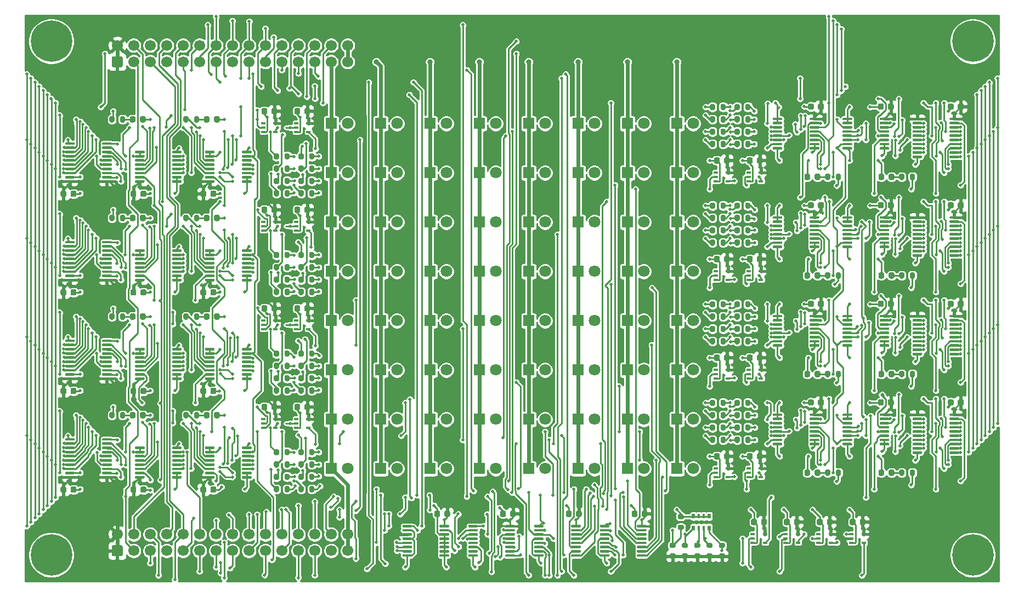
<source format=gbr>
%TF.GenerationSoftware,KiCad,Pcbnew,(5.1.9)-1*%
%TF.CreationDate,2021-05-31T11:41:51+02:00*%
%TF.ProjectId,periph_8x8leds,70657269-7068-45f3-9878-386c6564732e,v1_0*%
%TF.SameCoordinates,Original*%
%TF.FileFunction,Copper,L1,Top*%
%TF.FilePolarity,Positive*%
%FSLAX46Y46*%
G04 Gerber Fmt 4.6, Leading zero omitted, Abs format (unit mm)*
G04 Created by KiCad (PCBNEW (5.1.9)-1) date 2021-05-31 11:41:51*
%MOMM*%
%LPD*%
G01*
G04 APERTURE LIST*
%TA.AperFunction,ComponentPad*%
%ADD10C,1.800000*%
%TD*%
%TA.AperFunction,ComponentPad*%
%ADD11R,1.800000X1.800000*%
%TD*%
%TA.AperFunction,SMDPad,CuDef*%
%ADD12R,0.650000X0.400000*%
%TD*%
%TA.AperFunction,SMDPad,CuDef*%
%ADD13R,0.500000X0.800000*%
%TD*%
%TA.AperFunction,SMDPad,CuDef*%
%ADD14R,0.400000X0.800000*%
%TD*%
%TA.AperFunction,ComponentPad*%
%ADD15C,1.700000*%
%TD*%
%TA.AperFunction,ComponentPad*%
%ADD16C,0.800000*%
%TD*%
%TA.AperFunction,ComponentPad*%
%ADD17C,6.400000*%
%TD*%
%TA.AperFunction,ViaPad*%
%ADD18C,0.470000*%
%TD*%
%TA.AperFunction,ViaPad*%
%ADD19C,0.800000*%
%TD*%
%TA.AperFunction,Conductor*%
%ADD20C,0.250000*%
%TD*%
%TA.AperFunction,Conductor*%
%ADD21C,0.600000*%
%TD*%
%TA.AperFunction,Conductor*%
%ADD22C,0.254000*%
%TD*%
%TA.AperFunction,Conductor*%
%ADD23C,0.100000*%
%TD*%
G04 APERTURE END LIST*
D10*
%TO.P,D27,2*%
%TO.N,Net-(D27-Pad2)*%
X501015000Y-25400000D03*
D11*
%TO.P,D27,1*%
%TO.N,GND*%
X498475000Y-25400000D03*
%TD*%
D10*
%TO.P,D78,2*%
%TO.N,Net-(D78-Pad2)*%
X485775000Y-63500000D03*
D11*
%TO.P,D78,1*%
%TO.N,GND*%
X483235000Y-63500000D03*
%TD*%
%TO.P,C13,2*%
%TO.N,+5V*%
%TA.AperFunction,SMDPad,CuDef*%
G36*
G01*
X549507500Y-7800000D02*
X549507500Y-7300000D01*
G75*
G02*
X549732500Y-7075000I225000J0D01*
G01*
X550182500Y-7075000D01*
G75*
G02*
X550407500Y-7300000I0J-225000D01*
G01*
X550407500Y-7800000D01*
G75*
G02*
X550182500Y-8025000I-225000J0D01*
G01*
X549732500Y-8025000D01*
G75*
G02*
X549507500Y-7800000I0J225000D01*
G01*
G37*
%TD.AperFunction*%
%TO.P,C13,1*%
%TO.N,GND*%
%TA.AperFunction,SMDPad,CuDef*%
G36*
G01*
X547957500Y-7800000D02*
X547957500Y-7300000D01*
G75*
G02*
X548182500Y-7075000I225000J0D01*
G01*
X548632500Y-7075000D01*
G75*
G02*
X548857500Y-7300000I0J-225000D01*
G01*
X548857500Y-7800000D01*
G75*
G02*
X548632500Y-8025000I-225000J0D01*
G01*
X548182500Y-8025000D01*
G75*
G02*
X547957500Y-7800000I0J225000D01*
G01*
G37*
%TD.AperFunction*%
%TD*%
%TO.P,U33,20*%
%TO.N,+5V*%
%TA.AperFunction,SMDPad,CuDef*%
G36*
G01*
X548225000Y-40035000D02*
X548225000Y-39835000D01*
G75*
G02*
X548325000Y-39735000I100000J0D01*
G01*
X549600000Y-39735000D01*
G75*
G02*
X549700000Y-39835000I0J-100000D01*
G01*
X549700000Y-40035000D01*
G75*
G02*
X549600000Y-40135000I-100000J0D01*
G01*
X548325000Y-40135000D01*
G75*
G02*
X548225000Y-40035000I0J100000D01*
G01*
G37*
%TD.AperFunction*%
%TO.P,U33,19*%
%TO.N,Net-(U30-Pad4)*%
%TA.AperFunction,SMDPad,CuDef*%
G36*
G01*
X548225000Y-40685000D02*
X548225000Y-40485000D01*
G75*
G02*
X548325000Y-40385000I100000J0D01*
G01*
X549600000Y-40385000D01*
G75*
G02*
X549700000Y-40485000I0J-100000D01*
G01*
X549700000Y-40685000D01*
G75*
G02*
X549600000Y-40785000I-100000J0D01*
G01*
X548325000Y-40785000D01*
G75*
G02*
X548225000Y-40685000I0J100000D01*
G01*
G37*
%TD.AperFunction*%
%TO.P,U33,18*%
%TO.N,/DB7*%
%TA.AperFunction,SMDPad,CuDef*%
G36*
G01*
X548225000Y-41335000D02*
X548225000Y-41135000D01*
G75*
G02*
X548325000Y-41035000I100000J0D01*
G01*
X549600000Y-41035000D01*
G75*
G02*
X549700000Y-41135000I0J-100000D01*
G01*
X549700000Y-41335000D01*
G75*
G02*
X549600000Y-41435000I-100000J0D01*
G01*
X548325000Y-41435000D01*
G75*
G02*
X548225000Y-41335000I0J100000D01*
G01*
G37*
%TD.AperFunction*%
%TO.P,U33,17*%
%TO.N,/DB6*%
%TA.AperFunction,SMDPad,CuDef*%
G36*
G01*
X548225000Y-41985000D02*
X548225000Y-41785000D01*
G75*
G02*
X548325000Y-41685000I100000J0D01*
G01*
X549600000Y-41685000D01*
G75*
G02*
X549700000Y-41785000I0J-100000D01*
G01*
X549700000Y-41985000D01*
G75*
G02*
X549600000Y-42085000I-100000J0D01*
G01*
X548325000Y-42085000D01*
G75*
G02*
X548225000Y-41985000I0J100000D01*
G01*
G37*
%TD.AperFunction*%
%TO.P,U33,16*%
%TO.N,/DB5*%
%TA.AperFunction,SMDPad,CuDef*%
G36*
G01*
X548225000Y-42635000D02*
X548225000Y-42435000D01*
G75*
G02*
X548325000Y-42335000I100000J0D01*
G01*
X549600000Y-42335000D01*
G75*
G02*
X549700000Y-42435000I0J-100000D01*
G01*
X549700000Y-42635000D01*
G75*
G02*
X549600000Y-42735000I-100000J0D01*
G01*
X548325000Y-42735000D01*
G75*
G02*
X548225000Y-42635000I0J100000D01*
G01*
G37*
%TD.AperFunction*%
%TO.P,U33,15*%
%TO.N,/DB4*%
%TA.AperFunction,SMDPad,CuDef*%
G36*
G01*
X548225000Y-43285000D02*
X548225000Y-43085000D01*
G75*
G02*
X548325000Y-42985000I100000J0D01*
G01*
X549600000Y-42985000D01*
G75*
G02*
X549700000Y-43085000I0J-100000D01*
G01*
X549700000Y-43285000D01*
G75*
G02*
X549600000Y-43385000I-100000J0D01*
G01*
X548325000Y-43385000D01*
G75*
G02*
X548225000Y-43285000I0J100000D01*
G01*
G37*
%TD.AperFunction*%
%TO.P,U33,14*%
%TO.N,/DB3*%
%TA.AperFunction,SMDPad,CuDef*%
G36*
G01*
X548225000Y-43935000D02*
X548225000Y-43735000D01*
G75*
G02*
X548325000Y-43635000I100000J0D01*
G01*
X549600000Y-43635000D01*
G75*
G02*
X549700000Y-43735000I0J-100000D01*
G01*
X549700000Y-43935000D01*
G75*
G02*
X549600000Y-44035000I-100000J0D01*
G01*
X548325000Y-44035000D01*
G75*
G02*
X548225000Y-43935000I0J100000D01*
G01*
G37*
%TD.AperFunction*%
%TO.P,U33,13*%
%TO.N,/DB2*%
%TA.AperFunction,SMDPad,CuDef*%
G36*
G01*
X548225000Y-44585000D02*
X548225000Y-44385000D01*
G75*
G02*
X548325000Y-44285000I100000J0D01*
G01*
X549600000Y-44285000D01*
G75*
G02*
X549700000Y-44385000I0J-100000D01*
G01*
X549700000Y-44585000D01*
G75*
G02*
X549600000Y-44685000I-100000J0D01*
G01*
X548325000Y-44685000D01*
G75*
G02*
X548225000Y-44585000I0J100000D01*
G01*
G37*
%TD.AperFunction*%
%TO.P,U33,12*%
%TO.N,/DB1*%
%TA.AperFunction,SMDPad,CuDef*%
G36*
G01*
X548225000Y-45235000D02*
X548225000Y-45035000D01*
G75*
G02*
X548325000Y-44935000I100000J0D01*
G01*
X549600000Y-44935000D01*
G75*
G02*
X549700000Y-45035000I0J-100000D01*
G01*
X549700000Y-45235000D01*
G75*
G02*
X549600000Y-45335000I-100000J0D01*
G01*
X548325000Y-45335000D01*
G75*
G02*
X548225000Y-45235000I0J100000D01*
G01*
G37*
%TD.AperFunction*%
%TO.P,U33,11*%
%TO.N,/DB0*%
%TA.AperFunction,SMDPad,CuDef*%
G36*
G01*
X548225000Y-45885000D02*
X548225000Y-45685000D01*
G75*
G02*
X548325000Y-45585000I100000J0D01*
G01*
X549600000Y-45585000D01*
G75*
G02*
X549700000Y-45685000I0J-100000D01*
G01*
X549700000Y-45885000D01*
G75*
G02*
X549600000Y-45985000I-100000J0D01*
G01*
X548325000Y-45985000D01*
G75*
G02*
X548225000Y-45885000I0J100000D01*
G01*
G37*
%TD.AperFunction*%
%TO.P,U33,10*%
%TO.N,GND*%
%TA.AperFunction,SMDPad,CuDef*%
G36*
G01*
X542500000Y-45885000D02*
X542500000Y-45685000D01*
G75*
G02*
X542600000Y-45585000I100000J0D01*
G01*
X543875000Y-45585000D01*
G75*
G02*
X543975000Y-45685000I0J-100000D01*
G01*
X543975000Y-45885000D01*
G75*
G02*
X543875000Y-45985000I-100000J0D01*
G01*
X542600000Y-45985000D01*
G75*
G02*
X542500000Y-45885000I0J100000D01*
G01*
G37*
%TD.AperFunction*%
%TO.P,U33,9*%
%TO.N,/Row 4/VAL0*%
%TA.AperFunction,SMDPad,CuDef*%
G36*
G01*
X542500000Y-45235000D02*
X542500000Y-45035000D01*
G75*
G02*
X542600000Y-44935000I100000J0D01*
G01*
X543875000Y-44935000D01*
G75*
G02*
X543975000Y-45035000I0J-100000D01*
G01*
X543975000Y-45235000D01*
G75*
G02*
X543875000Y-45335000I-100000J0D01*
G01*
X542600000Y-45335000D01*
G75*
G02*
X542500000Y-45235000I0J100000D01*
G01*
G37*
%TD.AperFunction*%
%TO.P,U33,8*%
%TO.N,/Row 4/VAL1*%
%TA.AperFunction,SMDPad,CuDef*%
G36*
G01*
X542500000Y-44585000D02*
X542500000Y-44385000D01*
G75*
G02*
X542600000Y-44285000I100000J0D01*
G01*
X543875000Y-44285000D01*
G75*
G02*
X543975000Y-44385000I0J-100000D01*
G01*
X543975000Y-44585000D01*
G75*
G02*
X543875000Y-44685000I-100000J0D01*
G01*
X542600000Y-44685000D01*
G75*
G02*
X542500000Y-44585000I0J100000D01*
G01*
G37*
%TD.AperFunction*%
%TO.P,U33,7*%
%TO.N,/Row 4/VAL2*%
%TA.AperFunction,SMDPad,CuDef*%
G36*
G01*
X542500000Y-43935000D02*
X542500000Y-43735000D01*
G75*
G02*
X542600000Y-43635000I100000J0D01*
G01*
X543875000Y-43635000D01*
G75*
G02*
X543975000Y-43735000I0J-100000D01*
G01*
X543975000Y-43935000D01*
G75*
G02*
X543875000Y-44035000I-100000J0D01*
G01*
X542600000Y-44035000D01*
G75*
G02*
X542500000Y-43935000I0J100000D01*
G01*
G37*
%TD.AperFunction*%
%TO.P,U33,6*%
%TO.N,/Row 4/VAL3*%
%TA.AperFunction,SMDPad,CuDef*%
G36*
G01*
X542500000Y-43285000D02*
X542500000Y-43085000D01*
G75*
G02*
X542600000Y-42985000I100000J0D01*
G01*
X543875000Y-42985000D01*
G75*
G02*
X543975000Y-43085000I0J-100000D01*
G01*
X543975000Y-43285000D01*
G75*
G02*
X543875000Y-43385000I-100000J0D01*
G01*
X542600000Y-43385000D01*
G75*
G02*
X542500000Y-43285000I0J100000D01*
G01*
G37*
%TD.AperFunction*%
%TO.P,U33,5*%
%TO.N,/Row 4/VAL4*%
%TA.AperFunction,SMDPad,CuDef*%
G36*
G01*
X542500000Y-42635000D02*
X542500000Y-42435000D01*
G75*
G02*
X542600000Y-42335000I100000J0D01*
G01*
X543875000Y-42335000D01*
G75*
G02*
X543975000Y-42435000I0J-100000D01*
G01*
X543975000Y-42635000D01*
G75*
G02*
X543875000Y-42735000I-100000J0D01*
G01*
X542600000Y-42735000D01*
G75*
G02*
X542500000Y-42635000I0J100000D01*
G01*
G37*
%TD.AperFunction*%
%TO.P,U33,4*%
%TO.N,/Row 4/VAL5*%
%TA.AperFunction,SMDPad,CuDef*%
G36*
G01*
X542500000Y-41985000D02*
X542500000Y-41785000D01*
G75*
G02*
X542600000Y-41685000I100000J0D01*
G01*
X543875000Y-41685000D01*
G75*
G02*
X543975000Y-41785000I0J-100000D01*
G01*
X543975000Y-41985000D01*
G75*
G02*
X543875000Y-42085000I-100000J0D01*
G01*
X542600000Y-42085000D01*
G75*
G02*
X542500000Y-41985000I0J100000D01*
G01*
G37*
%TD.AperFunction*%
%TO.P,U33,3*%
%TO.N,/Row 4/VAL6*%
%TA.AperFunction,SMDPad,CuDef*%
G36*
G01*
X542500000Y-41335000D02*
X542500000Y-41135000D01*
G75*
G02*
X542600000Y-41035000I100000J0D01*
G01*
X543875000Y-41035000D01*
G75*
G02*
X543975000Y-41135000I0J-100000D01*
G01*
X543975000Y-41335000D01*
G75*
G02*
X543875000Y-41435000I-100000J0D01*
G01*
X542600000Y-41435000D01*
G75*
G02*
X542500000Y-41335000I0J100000D01*
G01*
G37*
%TD.AperFunction*%
%TO.P,U33,2*%
%TO.N,/Row 4/VAL7*%
%TA.AperFunction,SMDPad,CuDef*%
G36*
G01*
X542500000Y-40685000D02*
X542500000Y-40485000D01*
G75*
G02*
X542600000Y-40385000I100000J0D01*
G01*
X543875000Y-40385000D01*
G75*
G02*
X543975000Y-40485000I0J-100000D01*
G01*
X543975000Y-40685000D01*
G75*
G02*
X543875000Y-40785000I-100000J0D01*
G01*
X542600000Y-40785000D01*
G75*
G02*
X542500000Y-40685000I0J100000D01*
G01*
G37*
%TD.AperFunction*%
%TO.P,U33,1*%
%TO.N,+5V*%
%TA.AperFunction,SMDPad,CuDef*%
G36*
G01*
X542500000Y-40035000D02*
X542500000Y-39835000D01*
G75*
G02*
X542600000Y-39735000I100000J0D01*
G01*
X543875000Y-39735000D01*
G75*
G02*
X543975000Y-39835000I0J-100000D01*
G01*
X543975000Y-40035000D01*
G75*
G02*
X543875000Y-40135000I-100000J0D01*
G01*
X542600000Y-40135000D01*
G75*
G02*
X542500000Y-40035000I0J100000D01*
G01*
G37*
%TD.AperFunction*%
%TD*%
%TO.P,R21,2*%
%TO.N,/Row 1/VAL2*%
%TA.AperFunction,SMDPad,CuDef*%
G36*
G01*
X444710000Y-16870000D02*
X444710000Y-17420000D01*
G75*
G02*
X444510000Y-17620000I-200000J0D01*
G01*
X444110000Y-17620000D01*
G75*
G02*
X443910000Y-17420000I0J200000D01*
G01*
X443910000Y-16870000D01*
G75*
G02*
X444110000Y-16670000I200000J0D01*
G01*
X444510000Y-16670000D01*
G75*
G02*
X444710000Y-16870000I0J-200000D01*
G01*
G37*
%TD.AperFunction*%
%TO.P,R21,1*%
%TO.N,Net-(D14-Pad2)*%
%TA.AperFunction,SMDPad,CuDef*%
G36*
G01*
X446360000Y-16870000D02*
X446360000Y-17420000D01*
G75*
G02*
X446160000Y-17620000I-200000J0D01*
G01*
X445760000Y-17620000D01*
G75*
G02*
X445560000Y-17420000I0J200000D01*
G01*
X445560000Y-16870000D01*
G75*
G02*
X445760000Y-16670000I200000J0D01*
G01*
X446160000Y-16670000D01*
G75*
G02*
X446360000Y-16870000I0J-200000D01*
G01*
G37*
%TD.AperFunction*%
%TD*%
%TO.P,U48,20*%
%TO.N,+5V*%
%TA.AperFunction,SMDPad,CuDef*%
G36*
G01*
X413165000Y-64740000D02*
X413165000Y-64940000D01*
G75*
G02*
X413065000Y-65040000I-100000J0D01*
G01*
X411790000Y-65040000D01*
G75*
G02*
X411690000Y-64940000I0J100000D01*
G01*
X411690000Y-64740000D01*
G75*
G02*
X411790000Y-64640000I100000J0D01*
G01*
X413065000Y-64640000D01*
G75*
G02*
X413165000Y-64740000I0J-100000D01*
G01*
G37*
%TD.AperFunction*%
%TO.P,U48,19*%
%TO.N,Net-(U45-Pad4)*%
%TA.AperFunction,SMDPad,CuDef*%
G36*
G01*
X413165000Y-64090000D02*
X413165000Y-64290000D01*
G75*
G02*
X413065000Y-64390000I-100000J0D01*
G01*
X411790000Y-64390000D01*
G75*
G02*
X411690000Y-64290000I0J100000D01*
G01*
X411690000Y-64090000D01*
G75*
G02*
X411790000Y-63990000I100000J0D01*
G01*
X413065000Y-63990000D01*
G75*
G02*
X413165000Y-64090000I0J-100000D01*
G01*
G37*
%TD.AperFunction*%
%TO.P,U48,18*%
%TO.N,/DB7*%
%TA.AperFunction,SMDPad,CuDef*%
G36*
G01*
X413165000Y-63440000D02*
X413165000Y-63640000D01*
G75*
G02*
X413065000Y-63740000I-100000J0D01*
G01*
X411790000Y-63740000D01*
G75*
G02*
X411690000Y-63640000I0J100000D01*
G01*
X411690000Y-63440000D01*
G75*
G02*
X411790000Y-63340000I100000J0D01*
G01*
X413065000Y-63340000D01*
G75*
G02*
X413165000Y-63440000I0J-100000D01*
G01*
G37*
%TD.AperFunction*%
%TO.P,U48,17*%
%TO.N,/DB6*%
%TA.AperFunction,SMDPad,CuDef*%
G36*
G01*
X413165000Y-62790000D02*
X413165000Y-62990000D01*
G75*
G02*
X413065000Y-63090000I-100000J0D01*
G01*
X411790000Y-63090000D01*
G75*
G02*
X411690000Y-62990000I0J100000D01*
G01*
X411690000Y-62790000D01*
G75*
G02*
X411790000Y-62690000I100000J0D01*
G01*
X413065000Y-62690000D01*
G75*
G02*
X413165000Y-62790000I0J-100000D01*
G01*
G37*
%TD.AperFunction*%
%TO.P,U48,16*%
%TO.N,/DB5*%
%TA.AperFunction,SMDPad,CuDef*%
G36*
G01*
X413165000Y-62140000D02*
X413165000Y-62340000D01*
G75*
G02*
X413065000Y-62440000I-100000J0D01*
G01*
X411790000Y-62440000D01*
G75*
G02*
X411690000Y-62340000I0J100000D01*
G01*
X411690000Y-62140000D01*
G75*
G02*
X411790000Y-62040000I100000J0D01*
G01*
X413065000Y-62040000D01*
G75*
G02*
X413165000Y-62140000I0J-100000D01*
G01*
G37*
%TD.AperFunction*%
%TO.P,U48,15*%
%TO.N,/DB4*%
%TA.AperFunction,SMDPad,CuDef*%
G36*
G01*
X413165000Y-61490000D02*
X413165000Y-61690000D01*
G75*
G02*
X413065000Y-61790000I-100000J0D01*
G01*
X411790000Y-61790000D01*
G75*
G02*
X411690000Y-61690000I0J100000D01*
G01*
X411690000Y-61490000D01*
G75*
G02*
X411790000Y-61390000I100000J0D01*
G01*
X413065000Y-61390000D01*
G75*
G02*
X413165000Y-61490000I0J-100000D01*
G01*
G37*
%TD.AperFunction*%
%TO.P,U48,14*%
%TO.N,/DB3*%
%TA.AperFunction,SMDPad,CuDef*%
G36*
G01*
X413165000Y-60840000D02*
X413165000Y-61040000D01*
G75*
G02*
X413065000Y-61140000I-100000J0D01*
G01*
X411790000Y-61140000D01*
G75*
G02*
X411690000Y-61040000I0J100000D01*
G01*
X411690000Y-60840000D01*
G75*
G02*
X411790000Y-60740000I100000J0D01*
G01*
X413065000Y-60740000D01*
G75*
G02*
X413165000Y-60840000I0J-100000D01*
G01*
G37*
%TD.AperFunction*%
%TO.P,U48,13*%
%TO.N,/DB2*%
%TA.AperFunction,SMDPad,CuDef*%
G36*
G01*
X413165000Y-60190000D02*
X413165000Y-60390000D01*
G75*
G02*
X413065000Y-60490000I-100000J0D01*
G01*
X411790000Y-60490000D01*
G75*
G02*
X411690000Y-60390000I0J100000D01*
G01*
X411690000Y-60190000D01*
G75*
G02*
X411790000Y-60090000I100000J0D01*
G01*
X413065000Y-60090000D01*
G75*
G02*
X413165000Y-60190000I0J-100000D01*
G01*
G37*
%TD.AperFunction*%
%TO.P,U48,12*%
%TO.N,/DB1*%
%TA.AperFunction,SMDPad,CuDef*%
G36*
G01*
X413165000Y-59540000D02*
X413165000Y-59740000D01*
G75*
G02*
X413065000Y-59840000I-100000J0D01*
G01*
X411790000Y-59840000D01*
G75*
G02*
X411690000Y-59740000I0J100000D01*
G01*
X411690000Y-59540000D01*
G75*
G02*
X411790000Y-59440000I100000J0D01*
G01*
X413065000Y-59440000D01*
G75*
G02*
X413165000Y-59540000I0J-100000D01*
G01*
G37*
%TD.AperFunction*%
%TO.P,U48,11*%
%TO.N,/DB0*%
%TA.AperFunction,SMDPad,CuDef*%
G36*
G01*
X413165000Y-58890000D02*
X413165000Y-59090000D01*
G75*
G02*
X413065000Y-59190000I-100000J0D01*
G01*
X411790000Y-59190000D01*
G75*
G02*
X411690000Y-59090000I0J100000D01*
G01*
X411690000Y-58890000D01*
G75*
G02*
X411790000Y-58790000I100000J0D01*
G01*
X413065000Y-58790000D01*
G75*
G02*
X413165000Y-58890000I0J-100000D01*
G01*
G37*
%TD.AperFunction*%
%TO.P,U48,10*%
%TO.N,GND*%
%TA.AperFunction,SMDPad,CuDef*%
G36*
G01*
X418890000Y-58890000D02*
X418890000Y-59090000D01*
G75*
G02*
X418790000Y-59190000I-100000J0D01*
G01*
X417515000Y-59190000D01*
G75*
G02*
X417415000Y-59090000I0J100000D01*
G01*
X417415000Y-58890000D01*
G75*
G02*
X417515000Y-58790000I100000J0D01*
G01*
X418790000Y-58790000D01*
G75*
G02*
X418890000Y-58890000I0J-100000D01*
G01*
G37*
%TD.AperFunction*%
%TO.P,U48,9*%
%TO.N,/Row 7/VAL0*%
%TA.AperFunction,SMDPad,CuDef*%
G36*
G01*
X418890000Y-59540000D02*
X418890000Y-59740000D01*
G75*
G02*
X418790000Y-59840000I-100000J0D01*
G01*
X417515000Y-59840000D01*
G75*
G02*
X417415000Y-59740000I0J100000D01*
G01*
X417415000Y-59540000D01*
G75*
G02*
X417515000Y-59440000I100000J0D01*
G01*
X418790000Y-59440000D01*
G75*
G02*
X418890000Y-59540000I0J-100000D01*
G01*
G37*
%TD.AperFunction*%
%TO.P,U48,8*%
%TO.N,/Row 7/VAL1*%
%TA.AperFunction,SMDPad,CuDef*%
G36*
G01*
X418890000Y-60190000D02*
X418890000Y-60390000D01*
G75*
G02*
X418790000Y-60490000I-100000J0D01*
G01*
X417515000Y-60490000D01*
G75*
G02*
X417415000Y-60390000I0J100000D01*
G01*
X417415000Y-60190000D01*
G75*
G02*
X417515000Y-60090000I100000J0D01*
G01*
X418790000Y-60090000D01*
G75*
G02*
X418890000Y-60190000I0J-100000D01*
G01*
G37*
%TD.AperFunction*%
%TO.P,U48,7*%
%TO.N,/Row 7/VAL2*%
%TA.AperFunction,SMDPad,CuDef*%
G36*
G01*
X418890000Y-60840000D02*
X418890000Y-61040000D01*
G75*
G02*
X418790000Y-61140000I-100000J0D01*
G01*
X417515000Y-61140000D01*
G75*
G02*
X417415000Y-61040000I0J100000D01*
G01*
X417415000Y-60840000D01*
G75*
G02*
X417515000Y-60740000I100000J0D01*
G01*
X418790000Y-60740000D01*
G75*
G02*
X418890000Y-60840000I0J-100000D01*
G01*
G37*
%TD.AperFunction*%
%TO.P,U48,6*%
%TO.N,/Row 7/VAL3*%
%TA.AperFunction,SMDPad,CuDef*%
G36*
G01*
X418890000Y-61490000D02*
X418890000Y-61690000D01*
G75*
G02*
X418790000Y-61790000I-100000J0D01*
G01*
X417515000Y-61790000D01*
G75*
G02*
X417415000Y-61690000I0J100000D01*
G01*
X417415000Y-61490000D01*
G75*
G02*
X417515000Y-61390000I100000J0D01*
G01*
X418790000Y-61390000D01*
G75*
G02*
X418890000Y-61490000I0J-100000D01*
G01*
G37*
%TD.AperFunction*%
%TO.P,U48,5*%
%TO.N,/Row 7/VAL4*%
%TA.AperFunction,SMDPad,CuDef*%
G36*
G01*
X418890000Y-62140000D02*
X418890000Y-62340000D01*
G75*
G02*
X418790000Y-62440000I-100000J0D01*
G01*
X417515000Y-62440000D01*
G75*
G02*
X417415000Y-62340000I0J100000D01*
G01*
X417415000Y-62140000D01*
G75*
G02*
X417515000Y-62040000I100000J0D01*
G01*
X418790000Y-62040000D01*
G75*
G02*
X418890000Y-62140000I0J-100000D01*
G01*
G37*
%TD.AperFunction*%
%TO.P,U48,4*%
%TO.N,/Row 7/VAL5*%
%TA.AperFunction,SMDPad,CuDef*%
G36*
G01*
X418890000Y-62790000D02*
X418890000Y-62990000D01*
G75*
G02*
X418790000Y-63090000I-100000J0D01*
G01*
X417515000Y-63090000D01*
G75*
G02*
X417415000Y-62990000I0J100000D01*
G01*
X417415000Y-62790000D01*
G75*
G02*
X417515000Y-62690000I100000J0D01*
G01*
X418790000Y-62690000D01*
G75*
G02*
X418890000Y-62790000I0J-100000D01*
G01*
G37*
%TD.AperFunction*%
%TO.P,U48,3*%
%TO.N,/Row 7/VAL6*%
%TA.AperFunction,SMDPad,CuDef*%
G36*
G01*
X418890000Y-63440000D02*
X418890000Y-63640000D01*
G75*
G02*
X418790000Y-63740000I-100000J0D01*
G01*
X417515000Y-63740000D01*
G75*
G02*
X417415000Y-63640000I0J100000D01*
G01*
X417415000Y-63440000D01*
G75*
G02*
X417515000Y-63340000I100000J0D01*
G01*
X418790000Y-63340000D01*
G75*
G02*
X418890000Y-63440000I0J-100000D01*
G01*
G37*
%TD.AperFunction*%
%TO.P,U48,2*%
%TO.N,/Row 7/VAL7*%
%TA.AperFunction,SMDPad,CuDef*%
G36*
G01*
X418890000Y-64090000D02*
X418890000Y-64290000D01*
G75*
G02*
X418790000Y-64390000I-100000J0D01*
G01*
X417515000Y-64390000D01*
G75*
G02*
X417415000Y-64290000I0J100000D01*
G01*
X417415000Y-64090000D01*
G75*
G02*
X417515000Y-63990000I100000J0D01*
G01*
X418790000Y-63990000D01*
G75*
G02*
X418890000Y-64090000I0J-100000D01*
G01*
G37*
%TD.AperFunction*%
%TO.P,U48,1*%
%TO.N,+5V*%
%TA.AperFunction,SMDPad,CuDef*%
G36*
G01*
X418890000Y-64740000D02*
X418890000Y-64940000D01*
G75*
G02*
X418790000Y-65040000I-100000J0D01*
G01*
X417515000Y-65040000D01*
G75*
G02*
X417415000Y-64940000I0J100000D01*
G01*
X417415000Y-64740000D01*
G75*
G02*
X417515000Y-64640000I100000J0D01*
G01*
X418790000Y-64640000D01*
G75*
G02*
X418890000Y-64740000I0J-100000D01*
G01*
G37*
%TD.AperFunction*%
%TD*%
%TO.P,U47,16*%
%TO.N,+5V*%
%TA.AperFunction,SMDPad,CuDef*%
G36*
G01*
X434755000Y-64740000D02*
X434755000Y-64940000D01*
G75*
G02*
X434655000Y-65040000I-100000J0D01*
G01*
X433380000Y-65040000D01*
G75*
G02*
X433280000Y-64940000I0J100000D01*
G01*
X433280000Y-64740000D01*
G75*
G02*
X433380000Y-64640000I100000J0D01*
G01*
X434655000Y-64640000D01*
G75*
G02*
X434755000Y-64740000I0J-100000D01*
G01*
G37*
%TD.AperFunction*%
%TO.P,U47,15*%
%TO.N,/RESET*%
%TA.AperFunction,SMDPad,CuDef*%
G36*
G01*
X434755000Y-64090000D02*
X434755000Y-64290000D01*
G75*
G02*
X434655000Y-64390000I-100000J0D01*
G01*
X433380000Y-64390000D01*
G75*
G02*
X433280000Y-64290000I0J100000D01*
G01*
X433280000Y-64090000D01*
G75*
G02*
X433380000Y-63990000I100000J0D01*
G01*
X434655000Y-63990000D01*
G75*
G02*
X434755000Y-64090000I0J-100000D01*
G01*
G37*
%TD.AperFunction*%
%TO.P,U47,14*%
%TO.N,/DB4*%
%TA.AperFunction,SMDPad,CuDef*%
G36*
G01*
X434755000Y-63440000D02*
X434755000Y-63640000D01*
G75*
G02*
X434655000Y-63740000I-100000J0D01*
G01*
X433380000Y-63740000D01*
G75*
G02*
X433280000Y-63640000I0J100000D01*
G01*
X433280000Y-63440000D01*
G75*
G02*
X433380000Y-63340000I100000J0D01*
G01*
X434655000Y-63340000D01*
G75*
G02*
X434755000Y-63440000I0J-100000D01*
G01*
G37*
%TD.AperFunction*%
%TO.P,U47,13*%
%TO.N,/DB5*%
%TA.AperFunction,SMDPad,CuDef*%
G36*
G01*
X434755000Y-62790000D02*
X434755000Y-62990000D01*
G75*
G02*
X434655000Y-63090000I-100000J0D01*
G01*
X433380000Y-63090000D01*
G75*
G02*
X433280000Y-62990000I0J100000D01*
G01*
X433280000Y-62790000D01*
G75*
G02*
X433380000Y-62690000I100000J0D01*
G01*
X434655000Y-62690000D01*
G75*
G02*
X434755000Y-62790000I0J-100000D01*
G01*
G37*
%TD.AperFunction*%
%TO.P,U47,12*%
%TO.N,/DB6*%
%TA.AperFunction,SMDPad,CuDef*%
G36*
G01*
X434755000Y-62140000D02*
X434755000Y-62340000D01*
G75*
G02*
X434655000Y-62440000I-100000J0D01*
G01*
X433380000Y-62440000D01*
G75*
G02*
X433280000Y-62340000I0J100000D01*
G01*
X433280000Y-62140000D01*
G75*
G02*
X433380000Y-62040000I100000J0D01*
G01*
X434655000Y-62040000D01*
G75*
G02*
X434755000Y-62140000I0J-100000D01*
G01*
G37*
%TD.AperFunction*%
%TO.P,U47,11*%
%TO.N,/DB7*%
%TA.AperFunction,SMDPad,CuDef*%
G36*
G01*
X434755000Y-61490000D02*
X434755000Y-61690000D01*
G75*
G02*
X434655000Y-61790000I-100000J0D01*
G01*
X433380000Y-61790000D01*
G75*
G02*
X433280000Y-61690000I0J100000D01*
G01*
X433280000Y-61490000D01*
G75*
G02*
X433380000Y-61390000I100000J0D01*
G01*
X434655000Y-61390000D01*
G75*
G02*
X434755000Y-61490000I0J-100000D01*
G01*
G37*
%TD.AperFunction*%
%TO.P,U47,10*%
%TO.N,Net-(U44-Pad4)*%
%TA.AperFunction,SMDPad,CuDef*%
G36*
G01*
X434755000Y-60840000D02*
X434755000Y-61040000D01*
G75*
G02*
X434655000Y-61140000I-100000J0D01*
G01*
X433380000Y-61140000D01*
G75*
G02*
X433280000Y-61040000I0J100000D01*
G01*
X433280000Y-60840000D01*
G75*
G02*
X433380000Y-60740000I100000J0D01*
G01*
X434655000Y-60740000D01*
G75*
G02*
X434755000Y-60840000I0J-100000D01*
G01*
G37*
%TD.AperFunction*%
%TO.P,U47,9*%
%TA.AperFunction,SMDPad,CuDef*%
G36*
G01*
X434755000Y-60190000D02*
X434755000Y-60390000D01*
G75*
G02*
X434655000Y-60490000I-100000J0D01*
G01*
X433380000Y-60490000D01*
G75*
G02*
X433280000Y-60390000I0J100000D01*
G01*
X433280000Y-60190000D01*
G75*
G02*
X433380000Y-60090000I100000J0D01*
G01*
X434655000Y-60090000D01*
G75*
G02*
X434755000Y-60190000I0J-100000D01*
G01*
G37*
%TD.AperFunction*%
%TO.P,U47,8*%
%TO.N,GND*%
%TA.AperFunction,SMDPad,CuDef*%
G36*
G01*
X440480000Y-60190000D02*
X440480000Y-60390000D01*
G75*
G02*
X440380000Y-60490000I-100000J0D01*
G01*
X439105000Y-60490000D01*
G75*
G02*
X439005000Y-60390000I0J100000D01*
G01*
X439005000Y-60190000D01*
G75*
G02*
X439105000Y-60090000I100000J0D01*
G01*
X440380000Y-60090000D01*
G75*
G02*
X440480000Y-60190000I0J-100000D01*
G01*
G37*
%TD.AperFunction*%
%TO.P,U47,7*%
%TO.N,/CLK*%
%TA.AperFunction,SMDPad,CuDef*%
G36*
G01*
X440480000Y-60840000D02*
X440480000Y-61040000D01*
G75*
G02*
X440380000Y-61140000I-100000J0D01*
G01*
X439105000Y-61140000D01*
G75*
G02*
X439005000Y-61040000I0J100000D01*
G01*
X439005000Y-60840000D01*
G75*
G02*
X439105000Y-60740000I100000J0D01*
G01*
X440380000Y-60740000D01*
G75*
G02*
X440480000Y-60840000I0J-100000D01*
G01*
G37*
%TD.AperFunction*%
%TO.P,U47,6*%
%TO.N,/Row 7/VAL7*%
%TA.AperFunction,SMDPad,CuDef*%
G36*
G01*
X440480000Y-61490000D02*
X440480000Y-61690000D01*
G75*
G02*
X440380000Y-61790000I-100000J0D01*
G01*
X439105000Y-61790000D01*
G75*
G02*
X439005000Y-61690000I0J100000D01*
G01*
X439005000Y-61490000D01*
G75*
G02*
X439105000Y-61390000I100000J0D01*
G01*
X440380000Y-61390000D01*
G75*
G02*
X440480000Y-61490000I0J-100000D01*
G01*
G37*
%TD.AperFunction*%
%TO.P,U47,5*%
%TO.N,/Row 7/VAL6*%
%TA.AperFunction,SMDPad,CuDef*%
G36*
G01*
X440480000Y-62140000D02*
X440480000Y-62340000D01*
G75*
G02*
X440380000Y-62440000I-100000J0D01*
G01*
X439105000Y-62440000D01*
G75*
G02*
X439005000Y-62340000I0J100000D01*
G01*
X439005000Y-62140000D01*
G75*
G02*
X439105000Y-62040000I100000J0D01*
G01*
X440380000Y-62040000D01*
G75*
G02*
X440480000Y-62140000I0J-100000D01*
G01*
G37*
%TD.AperFunction*%
%TO.P,U47,4*%
%TO.N,/Row 7/VAL5*%
%TA.AperFunction,SMDPad,CuDef*%
G36*
G01*
X440480000Y-62790000D02*
X440480000Y-62990000D01*
G75*
G02*
X440380000Y-63090000I-100000J0D01*
G01*
X439105000Y-63090000D01*
G75*
G02*
X439005000Y-62990000I0J100000D01*
G01*
X439005000Y-62790000D01*
G75*
G02*
X439105000Y-62690000I100000J0D01*
G01*
X440380000Y-62690000D01*
G75*
G02*
X440480000Y-62790000I0J-100000D01*
G01*
G37*
%TD.AperFunction*%
%TO.P,U47,3*%
%TO.N,/Row 7/VAL4*%
%TA.AperFunction,SMDPad,CuDef*%
G36*
G01*
X440480000Y-63440000D02*
X440480000Y-63640000D01*
G75*
G02*
X440380000Y-63740000I-100000J0D01*
G01*
X439105000Y-63740000D01*
G75*
G02*
X439005000Y-63640000I0J100000D01*
G01*
X439005000Y-63440000D01*
G75*
G02*
X439105000Y-63340000I100000J0D01*
G01*
X440380000Y-63340000D01*
G75*
G02*
X440480000Y-63440000I0J-100000D01*
G01*
G37*
%TD.AperFunction*%
%TO.P,U47,2*%
%TO.N,GND*%
%TA.AperFunction,SMDPad,CuDef*%
G36*
G01*
X440480000Y-64090000D02*
X440480000Y-64290000D01*
G75*
G02*
X440380000Y-64390000I-100000J0D01*
G01*
X439105000Y-64390000D01*
G75*
G02*
X439005000Y-64290000I0J100000D01*
G01*
X439005000Y-64090000D01*
G75*
G02*
X439105000Y-63990000I100000J0D01*
G01*
X440380000Y-63990000D01*
G75*
G02*
X440480000Y-64090000I0J-100000D01*
G01*
G37*
%TD.AperFunction*%
%TO.P,U47,1*%
%TA.AperFunction,SMDPad,CuDef*%
G36*
G01*
X440480000Y-64740000D02*
X440480000Y-64940000D01*
G75*
G02*
X440380000Y-65040000I-100000J0D01*
G01*
X439105000Y-65040000D01*
G75*
G02*
X439005000Y-64940000I0J100000D01*
G01*
X439005000Y-64740000D01*
G75*
G02*
X439105000Y-64640000I100000J0D01*
G01*
X440380000Y-64640000D01*
G75*
G02*
X440480000Y-64740000I0J-100000D01*
G01*
G37*
%TD.AperFunction*%
%TD*%
%TO.P,U46,16*%
%TO.N,+5V*%
%TA.AperFunction,SMDPad,CuDef*%
G36*
G01*
X423960000Y-64740000D02*
X423960000Y-64940000D01*
G75*
G02*
X423860000Y-65040000I-100000J0D01*
G01*
X422585000Y-65040000D01*
G75*
G02*
X422485000Y-64940000I0J100000D01*
G01*
X422485000Y-64740000D01*
G75*
G02*
X422585000Y-64640000I100000J0D01*
G01*
X423860000Y-64640000D01*
G75*
G02*
X423960000Y-64740000I0J-100000D01*
G01*
G37*
%TD.AperFunction*%
%TO.P,U46,15*%
%TO.N,/RESET*%
%TA.AperFunction,SMDPad,CuDef*%
G36*
G01*
X423960000Y-64090000D02*
X423960000Y-64290000D01*
G75*
G02*
X423860000Y-64390000I-100000J0D01*
G01*
X422585000Y-64390000D01*
G75*
G02*
X422485000Y-64290000I0J100000D01*
G01*
X422485000Y-64090000D01*
G75*
G02*
X422585000Y-63990000I100000J0D01*
G01*
X423860000Y-63990000D01*
G75*
G02*
X423960000Y-64090000I0J-100000D01*
G01*
G37*
%TD.AperFunction*%
%TO.P,U46,14*%
%TO.N,/DB0*%
%TA.AperFunction,SMDPad,CuDef*%
G36*
G01*
X423960000Y-63440000D02*
X423960000Y-63640000D01*
G75*
G02*
X423860000Y-63740000I-100000J0D01*
G01*
X422585000Y-63740000D01*
G75*
G02*
X422485000Y-63640000I0J100000D01*
G01*
X422485000Y-63440000D01*
G75*
G02*
X422585000Y-63340000I100000J0D01*
G01*
X423860000Y-63340000D01*
G75*
G02*
X423960000Y-63440000I0J-100000D01*
G01*
G37*
%TD.AperFunction*%
%TO.P,U46,13*%
%TO.N,/DB1*%
%TA.AperFunction,SMDPad,CuDef*%
G36*
G01*
X423960000Y-62790000D02*
X423960000Y-62990000D01*
G75*
G02*
X423860000Y-63090000I-100000J0D01*
G01*
X422585000Y-63090000D01*
G75*
G02*
X422485000Y-62990000I0J100000D01*
G01*
X422485000Y-62790000D01*
G75*
G02*
X422585000Y-62690000I100000J0D01*
G01*
X423860000Y-62690000D01*
G75*
G02*
X423960000Y-62790000I0J-100000D01*
G01*
G37*
%TD.AperFunction*%
%TO.P,U46,12*%
%TO.N,/DB2*%
%TA.AperFunction,SMDPad,CuDef*%
G36*
G01*
X423960000Y-62140000D02*
X423960000Y-62340000D01*
G75*
G02*
X423860000Y-62440000I-100000J0D01*
G01*
X422585000Y-62440000D01*
G75*
G02*
X422485000Y-62340000I0J100000D01*
G01*
X422485000Y-62140000D01*
G75*
G02*
X422585000Y-62040000I100000J0D01*
G01*
X423860000Y-62040000D01*
G75*
G02*
X423960000Y-62140000I0J-100000D01*
G01*
G37*
%TD.AperFunction*%
%TO.P,U46,11*%
%TO.N,/DB3*%
%TA.AperFunction,SMDPad,CuDef*%
G36*
G01*
X423960000Y-61490000D02*
X423960000Y-61690000D01*
G75*
G02*
X423860000Y-61790000I-100000J0D01*
G01*
X422585000Y-61790000D01*
G75*
G02*
X422485000Y-61690000I0J100000D01*
G01*
X422485000Y-61490000D01*
G75*
G02*
X422585000Y-61390000I100000J0D01*
G01*
X423860000Y-61390000D01*
G75*
G02*
X423960000Y-61490000I0J-100000D01*
G01*
G37*
%TD.AperFunction*%
%TO.P,U46,10*%
%TO.N,Net-(U44-Pad4)*%
%TA.AperFunction,SMDPad,CuDef*%
G36*
G01*
X423960000Y-60840000D02*
X423960000Y-61040000D01*
G75*
G02*
X423860000Y-61140000I-100000J0D01*
G01*
X422585000Y-61140000D01*
G75*
G02*
X422485000Y-61040000I0J100000D01*
G01*
X422485000Y-60840000D01*
G75*
G02*
X422585000Y-60740000I100000J0D01*
G01*
X423860000Y-60740000D01*
G75*
G02*
X423960000Y-60840000I0J-100000D01*
G01*
G37*
%TD.AperFunction*%
%TO.P,U46,9*%
%TA.AperFunction,SMDPad,CuDef*%
G36*
G01*
X423960000Y-60190000D02*
X423960000Y-60390000D01*
G75*
G02*
X423860000Y-60490000I-100000J0D01*
G01*
X422585000Y-60490000D01*
G75*
G02*
X422485000Y-60390000I0J100000D01*
G01*
X422485000Y-60190000D01*
G75*
G02*
X422585000Y-60090000I100000J0D01*
G01*
X423860000Y-60090000D01*
G75*
G02*
X423960000Y-60190000I0J-100000D01*
G01*
G37*
%TD.AperFunction*%
%TO.P,U46,8*%
%TO.N,GND*%
%TA.AperFunction,SMDPad,CuDef*%
G36*
G01*
X429685000Y-60190000D02*
X429685000Y-60390000D01*
G75*
G02*
X429585000Y-60490000I-100000J0D01*
G01*
X428310000Y-60490000D01*
G75*
G02*
X428210000Y-60390000I0J100000D01*
G01*
X428210000Y-60190000D01*
G75*
G02*
X428310000Y-60090000I100000J0D01*
G01*
X429585000Y-60090000D01*
G75*
G02*
X429685000Y-60190000I0J-100000D01*
G01*
G37*
%TD.AperFunction*%
%TO.P,U46,7*%
%TO.N,/CLK*%
%TA.AperFunction,SMDPad,CuDef*%
G36*
G01*
X429685000Y-60840000D02*
X429685000Y-61040000D01*
G75*
G02*
X429585000Y-61140000I-100000J0D01*
G01*
X428310000Y-61140000D01*
G75*
G02*
X428210000Y-61040000I0J100000D01*
G01*
X428210000Y-60840000D01*
G75*
G02*
X428310000Y-60740000I100000J0D01*
G01*
X429585000Y-60740000D01*
G75*
G02*
X429685000Y-60840000I0J-100000D01*
G01*
G37*
%TD.AperFunction*%
%TO.P,U46,6*%
%TO.N,/Row 7/VAL3*%
%TA.AperFunction,SMDPad,CuDef*%
G36*
G01*
X429685000Y-61490000D02*
X429685000Y-61690000D01*
G75*
G02*
X429585000Y-61790000I-100000J0D01*
G01*
X428310000Y-61790000D01*
G75*
G02*
X428210000Y-61690000I0J100000D01*
G01*
X428210000Y-61490000D01*
G75*
G02*
X428310000Y-61390000I100000J0D01*
G01*
X429585000Y-61390000D01*
G75*
G02*
X429685000Y-61490000I0J-100000D01*
G01*
G37*
%TD.AperFunction*%
%TO.P,U46,5*%
%TO.N,/Row 7/VAL2*%
%TA.AperFunction,SMDPad,CuDef*%
G36*
G01*
X429685000Y-62140000D02*
X429685000Y-62340000D01*
G75*
G02*
X429585000Y-62440000I-100000J0D01*
G01*
X428310000Y-62440000D01*
G75*
G02*
X428210000Y-62340000I0J100000D01*
G01*
X428210000Y-62140000D01*
G75*
G02*
X428310000Y-62040000I100000J0D01*
G01*
X429585000Y-62040000D01*
G75*
G02*
X429685000Y-62140000I0J-100000D01*
G01*
G37*
%TD.AperFunction*%
%TO.P,U46,4*%
%TO.N,/Row 7/VAL1*%
%TA.AperFunction,SMDPad,CuDef*%
G36*
G01*
X429685000Y-62790000D02*
X429685000Y-62990000D01*
G75*
G02*
X429585000Y-63090000I-100000J0D01*
G01*
X428310000Y-63090000D01*
G75*
G02*
X428210000Y-62990000I0J100000D01*
G01*
X428210000Y-62790000D01*
G75*
G02*
X428310000Y-62690000I100000J0D01*
G01*
X429585000Y-62690000D01*
G75*
G02*
X429685000Y-62790000I0J-100000D01*
G01*
G37*
%TD.AperFunction*%
%TO.P,U46,3*%
%TO.N,/Row 7/VAL0*%
%TA.AperFunction,SMDPad,CuDef*%
G36*
G01*
X429685000Y-63440000D02*
X429685000Y-63640000D01*
G75*
G02*
X429585000Y-63740000I-100000J0D01*
G01*
X428310000Y-63740000D01*
G75*
G02*
X428210000Y-63640000I0J100000D01*
G01*
X428210000Y-63440000D01*
G75*
G02*
X428310000Y-63340000I100000J0D01*
G01*
X429585000Y-63340000D01*
G75*
G02*
X429685000Y-63440000I0J-100000D01*
G01*
G37*
%TD.AperFunction*%
%TO.P,U46,2*%
%TO.N,GND*%
%TA.AperFunction,SMDPad,CuDef*%
G36*
G01*
X429685000Y-64090000D02*
X429685000Y-64290000D01*
G75*
G02*
X429585000Y-64390000I-100000J0D01*
G01*
X428310000Y-64390000D01*
G75*
G02*
X428210000Y-64290000I0J100000D01*
G01*
X428210000Y-64090000D01*
G75*
G02*
X428310000Y-63990000I100000J0D01*
G01*
X429585000Y-63990000D01*
G75*
G02*
X429685000Y-64090000I0J-100000D01*
G01*
G37*
%TD.AperFunction*%
%TO.P,U46,1*%
%TA.AperFunction,SMDPad,CuDef*%
G36*
G01*
X429685000Y-64740000D02*
X429685000Y-64940000D01*
G75*
G02*
X429585000Y-65040000I-100000J0D01*
G01*
X428310000Y-65040000D01*
G75*
G02*
X428210000Y-64940000I0J100000D01*
G01*
X428210000Y-64740000D01*
G75*
G02*
X428310000Y-64640000I100000J0D01*
G01*
X429585000Y-64640000D01*
G75*
G02*
X429685000Y-64740000I0J-100000D01*
G01*
G37*
%TD.AperFunction*%
%TD*%
D12*
%TO.P,U45,5*%
%TO.N,+5V*%
X444180000Y-55865000D03*
%TO.P,U45,4*%
%TO.N,Net-(U45-Pad4)*%
X444180000Y-57165000D03*
%TO.P,U45,2*%
%TO.N,/OE_7*%
X442280000Y-56515000D03*
%TO.P,U45,3*%
%TO.N,GND*%
X442280000Y-57165000D03*
%TO.P,U45,1*%
%TO.N,N/C*%
X442280000Y-55865000D03*
%TD*%
%TO.P,U44,5*%
%TO.N,+5V*%
X449260000Y-55865000D03*
%TO.P,U44,4*%
%TO.N,Net-(U44-Pad4)*%
X449260000Y-57165000D03*
%TO.P,U44,2*%
%TO.N,/Latch_7*%
X447360000Y-56515000D03*
%TO.P,U44,3*%
%TO.N,GND*%
X447360000Y-57165000D03*
%TO.P,U44,1*%
%TO.N,N/C*%
X447360000Y-55865000D03*
%TD*%
%TO.P,U43,20*%
%TO.N,+5V*%
%TA.AperFunction,SMDPad,CuDef*%
G36*
G01*
X548225000Y-55275000D02*
X548225000Y-55075000D01*
G75*
G02*
X548325000Y-54975000I100000J0D01*
G01*
X549600000Y-54975000D01*
G75*
G02*
X549700000Y-55075000I0J-100000D01*
G01*
X549700000Y-55275000D01*
G75*
G02*
X549600000Y-55375000I-100000J0D01*
G01*
X548325000Y-55375000D01*
G75*
G02*
X548225000Y-55275000I0J100000D01*
G01*
G37*
%TD.AperFunction*%
%TO.P,U43,19*%
%TO.N,Net-(U40-Pad4)*%
%TA.AperFunction,SMDPad,CuDef*%
G36*
G01*
X548225000Y-55925000D02*
X548225000Y-55725000D01*
G75*
G02*
X548325000Y-55625000I100000J0D01*
G01*
X549600000Y-55625000D01*
G75*
G02*
X549700000Y-55725000I0J-100000D01*
G01*
X549700000Y-55925000D01*
G75*
G02*
X549600000Y-56025000I-100000J0D01*
G01*
X548325000Y-56025000D01*
G75*
G02*
X548225000Y-55925000I0J100000D01*
G01*
G37*
%TD.AperFunction*%
%TO.P,U43,18*%
%TO.N,/DB7*%
%TA.AperFunction,SMDPad,CuDef*%
G36*
G01*
X548225000Y-56575000D02*
X548225000Y-56375000D01*
G75*
G02*
X548325000Y-56275000I100000J0D01*
G01*
X549600000Y-56275000D01*
G75*
G02*
X549700000Y-56375000I0J-100000D01*
G01*
X549700000Y-56575000D01*
G75*
G02*
X549600000Y-56675000I-100000J0D01*
G01*
X548325000Y-56675000D01*
G75*
G02*
X548225000Y-56575000I0J100000D01*
G01*
G37*
%TD.AperFunction*%
%TO.P,U43,17*%
%TO.N,/DB6*%
%TA.AperFunction,SMDPad,CuDef*%
G36*
G01*
X548225000Y-57225000D02*
X548225000Y-57025000D01*
G75*
G02*
X548325000Y-56925000I100000J0D01*
G01*
X549600000Y-56925000D01*
G75*
G02*
X549700000Y-57025000I0J-100000D01*
G01*
X549700000Y-57225000D01*
G75*
G02*
X549600000Y-57325000I-100000J0D01*
G01*
X548325000Y-57325000D01*
G75*
G02*
X548225000Y-57225000I0J100000D01*
G01*
G37*
%TD.AperFunction*%
%TO.P,U43,16*%
%TO.N,/DB5*%
%TA.AperFunction,SMDPad,CuDef*%
G36*
G01*
X548225000Y-57875000D02*
X548225000Y-57675000D01*
G75*
G02*
X548325000Y-57575000I100000J0D01*
G01*
X549600000Y-57575000D01*
G75*
G02*
X549700000Y-57675000I0J-100000D01*
G01*
X549700000Y-57875000D01*
G75*
G02*
X549600000Y-57975000I-100000J0D01*
G01*
X548325000Y-57975000D01*
G75*
G02*
X548225000Y-57875000I0J100000D01*
G01*
G37*
%TD.AperFunction*%
%TO.P,U43,15*%
%TO.N,/DB4*%
%TA.AperFunction,SMDPad,CuDef*%
G36*
G01*
X548225000Y-58525000D02*
X548225000Y-58325000D01*
G75*
G02*
X548325000Y-58225000I100000J0D01*
G01*
X549600000Y-58225000D01*
G75*
G02*
X549700000Y-58325000I0J-100000D01*
G01*
X549700000Y-58525000D01*
G75*
G02*
X549600000Y-58625000I-100000J0D01*
G01*
X548325000Y-58625000D01*
G75*
G02*
X548225000Y-58525000I0J100000D01*
G01*
G37*
%TD.AperFunction*%
%TO.P,U43,14*%
%TO.N,/DB3*%
%TA.AperFunction,SMDPad,CuDef*%
G36*
G01*
X548225000Y-59175000D02*
X548225000Y-58975000D01*
G75*
G02*
X548325000Y-58875000I100000J0D01*
G01*
X549600000Y-58875000D01*
G75*
G02*
X549700000Y-58975000I0J-100000D01*
G01*
X549700000Y-59175000D01*
G75*
G02*
X549600000Y-59275000I-100000J0D01*
G01*
X548325000Y-59275000D01*
G75*
G02*
X548225000Y-59175000I0J100000D01*
G01*
G37*
%TD.AperFunction*%
%TO.P,U43,13*%
%TO.N,/DB2*%
%TA.AperFunction,SMDPad,CuDef*%
G36*
G01*
X548225000Y-59825000D02*
X548225000Y-59625000D01*
G75*
G02*
X548325000Y-59525000I100000J0D01*
G01*
X549600000Y-59525000D01*
G75*
G02*
X549700000Y-59625000I0J-100000D01*
G01*
X549700000Y-59825000D01*
G75*
G02*
X549600000Y-59925000I-100000J0D01*
G01*
X548325000Y-59925000D01*
G75*
G02*
X548225000Y-59825000I0J100000D01*
G01*
G37*
%TD.AperFunction*%
%TO.P,U43,12*%
%TO.N,/DB1*%
%TA.AperFunction,SMDPad,CuDef*%
G36*
G01*
X548225000Y-60475000D02*
X548225000Y-60275000D01*
G75*
G02*
X548325000Y-60175000I100000J0D01*
G01*
X549600000Y-60175000D01*
G75*
G02*
X549700000Y-60275000I0J-100000D01*
G01*
X549700000Y-60475000D01*
G75*
G02*
X549600000Y-60575000I-100000J0D01*
G01*
X548325000Y-60575000D01*
G75*
G02*
X548225000Y-60475000I0J100000D01*
G01*
G37*
%TD.AperFunction*%
%TO.P,U43,11*%
%TO.N,/DB0*%
%TA.AperFunction,SMDPad,CuDef*%
G36*
G01*
X548225000Y-61125000D02*
X548225000Y-60925000D01*
G75*
G02*
X548325000Y-60825000I100000J0D01*
G01*
X549600000Y-60825000D01*
G75*
G02*
X549700000Y-60925000I0J-100000D01*
G01*
X549700000Y-61125000D01*
G75*
G02*
X549600000Y-61225000I-100000J0D01*
G01*
X548325000Y-61225000D01*
G75*
G02*
X548225000Y-61125000I0J100000D01*
G01*
G37*
%TD.AperFunction*%
%TO.P,U43,10*%
%TO.N,GND*%
%TA.AperFunction,SMDPad,CuDef*%
G36*
G01*
X542500000Y-61125000D02*
X542500000Y-60925000D01*
G75*
G02*
X542600000Y-60825000I100000J0D01*
G01*
X543875000Y-60825000D01*
G75*
G02*
X543975000Y-60925000I0J-100000D01*
G01*
X543975000Y-61125000D01*
G75*
G02*
X543875000Y-61225000I-100000J0D01*
G01*
X542600000Y-61225000D01*
G75*
G02*
X542500000Y-61125000I0J100000D01*
G01*
G37*
%TD.AperFunction*%
%TO.P,U43,9*%
%TO.N,/Row 6/VAL0*%
%TA.AperFunction,SMDPad,CuDef*%
G36*
G01*
X542500000Y-60475000D02*
X542500000Y-60275000D01*
G75*
G02*
X542600000Y-60175000I100000J0D01*
G01*
X543875000Y-60175000D01*
G75*
G02*
X543975000Y-60275000I0J-100000D01*
G01*
X543975000Y-60475000D01*
G75*
G02*
X543875000Y-60575000I-100000J0D01*
G01*
X542600000Y-60575000D01*
G75*
G02*
X542500000Y-60475000I0J100000D01*
G01*
G37*
%TD.AperFunction*%
%TO.P,U43,8*%
%TO.N,/Row 6/VAL1*%
%TA.AperFunction,SMDPad,CuDef*%
G36*
G01*
X542500000Y-59825000D02*
X542500000Y-59625000D01*
G75*
G02*
X542600000Y-59525000I100000J0D01*
G01*
X543875000Y-59525000D01*
G75*
G02*
X543975000Y-59625000I0J-100000D01*
G01*
X543975000Y-59825000D01*
G75*
G02*
X543875000Y-59925000I-100000J0D01*
G01*
X542600000Y-59925000D01*
G75*
G02*
X542500000Y-59825000I0J100000D01*
G01*
G37*
%TD.AperFunction*%
%TO.P,U43,7*%
%TO.N,/Row 6/VAL2*%
%TA.AperFunction,SMDPad,CuDef*%
G36*
G01*
X542500000Y-59175000D02*
X542500000Y-58975000D01*
G75*
G02*
X542600000Y-58875000I100000J0D01*
G01*
X543875000Y-58875000D01*
G75*
G02*
X543975000Y-58975000I0J-100000D01*
G01*
X543975000Y-59175000D01*
G75*
G02*
X543875000Y-59275000I-100000J0D01*
G01*
X542600000Y-59275000D01*
G75*
G02*
X542500000Y-59175000I0J100000D01*
G01*
G37*
%TD.AperFunction*%
%TO.P,U43,6*%
%TO.N,/Row 6/VAL3*%
%TA.AperFunction,SMDPad,CuDef*%
G36*
G01*
X542500000Y-58525000D02*
X542500000Y-58325000D01*
G75*
G02*
X542600000Y-58225000I100000J0D01*
G01*
X543875000Y-58225000D01*
G75*
G02*
X543975000Y-58325000I0J-100000D01*
G01*
X543975000Y-58525000D01*
G75*
G02*
X543875000Y-58625000I-100000J0D01*
G01*
X542600000Y-58625000D01*
G75*
G02*
X542500000Y-58525000I0J100000D01*
G01*
G37*
%TD.AperFunction*%
%TO.P,U43,5*%
%TO.N,/Row 6/VAL4*%
%TA.AperFunction,SMDPad,CuDef*%
G36*
G01*
X542500000Y-57875000D02*
X542500000Y-57675000D01*
G75*
G02*
X542600000Y-57575000I100000J0D01*
G01*
X543875000Y-57575000D01*
G75*
G02*
X543975000Y-57675000I0J-100000D01*
G01*
X543975000Y-57875000D01*
G75*
G02*
X543875000Y-57975000I-100000J0D01*
G01*
X542600000Y-57975000D01*
G75*
G02*
X542500000Y-57875000I0J100000D01*
G01*
G37*
%TD.AperFunction*%
%TO.P,U43,4*%
%TO.N,/Row 6/VAL5*%
%TA.AperFunction,SMDPad,CuDef*%
G36*
G01*
X542500000Y-57225000D02*
X542500000Y-57025000D01*
G75*
G02*
X542600000Y-56925000I100000J0D01*
G01*
X543875000Y-56925000D01*
G75*
G02*
X543975000Y-57025000I0J-100000D01*
G01*
X543975000Y-57225000D01*
G75*
G02*
X543875000Y-57325000I-100000J0D01*
G01*
X542600000Y-57325000D01*
G75*
G02*
X542500000Y-57225000I0J100000D01*
G01*
G37*
%TD.AperFunction*%
%TO.P,U43,3*%
%TO.N,/Row 6/VAL6*%
%TA.AperFunction,SMDPad,CuDef*%
G36*
G01*
X542500000Y-56575000D02*
X542500000Y-56375000D01*
G75*
G02*
X542600000Y-56275000I100000J0D01*
G01*
X543875000Y-56275000D01*
G75*
G02*
X543975000Y-56375000I0J-100000D01*
G01*
X543975000Y-56575000D01*
G75*
G02*
X543875000Y-56675000I-100000J0D01*
G01*
X542600000Y-56675000D01*
G75*
G02*
X542500000Y-56575000I0J100000D01*
G01*
G37*
%TD.AperFunction*%
%TO.P,U43,2*%
%TO.N,/Row 6/VAL7*%
%TA.AperFunction,SMDPad,CuDef*%
G36*
G01*
X542500000Y-55925000D02*
X542500000Y-55725000D01*
G75*
G02*
X542600000Y-55625000I100000J0D01*
G01*
X543875000Y-55625000D01*
G75*
G02*
X543975000Y-55725000I0J-100000D01*
G01*
X543975000Y-55925000D01*
G75*
G02*
X543875000Y-56025000I-100000J0D01*
G01*
X542600000Y-56025000D01*
G75*
G02*
X542500000Y-55925000I0J100000D01*
G01*
G37*
%TD.AperFunction*%
%TO.P,U43,1*%
%TO.N,+5V*%
%TA.AperFunction,SMDPad,CuDef*%
G36*
G01*
X542500000Y-55275000D02*
X542500000Y-55075000D01*
G75*
G02*
X542600000Y-54975000I100000J0D01*
G01*
X543875000Y-54975000D01*
G75*
G02*
X543975000Y-55075000I0J-100000D01*
G01*
X543975000Y-55275000D01*
G75*
G02*
X543875000Y-55375000I-100000J0D01*
G01*
X542600000Y-55375000D01*
G75*
G02*
X542500000Y-55275000I0J100000D01*
G01*
G37*
%TD.AperFunction*%
%TD*%
%TO.P,U42,16*%
%TO.N,+5V*%
%TA.AperFunction,SMDPad,CuDef*%
G36*
G01*
X537430000Y-55275000D02*
X537430000Y-55075000D01*
G75*
G02*
X537530000Y-54975000I100000J0D01*
G01*
X538805000Y-54975000D01*
G75*
G02*
X538905000Y-55075000I0J-100000D01*
G01*
X538905000Y-55275000D01*
G75*
G02*
X538805000Y-55375000I-100000J0D01*
G01*
X537530000Y-55375000D01*
G75*
G02*
X537430000Y-55275000I0J100000D01*
G01*
G37*
%TD.AperFunction*%
%TO.P,U42,15*%
%TO.N,/RESET*%
%TA.AperFunction,SMDPad,CuDef*%
G36*
G01*
X537430000Y-55925000D02*
X537430000Y-55725000D01*
G75*
G02*
X537530000Y-55625000I100000J0D01*
G01*
X538805000Y-55625000D01*
G75*
G02*
X538905000Y-55725000I0J-100000D01*
G01*
X538905000Y-55925000D01*
G75*
G02*
X538805000Y-56025000I-100000J0D01*
G01*
X537530000Y-56025000D01*
G75*
G02*
X537430000Y-55925000I0J100000D01*
G01*
G37*
%TD.AperFunction*%
%TO.P,U42,14*%
%TO.N,/DB4*%
%TA.AperFunction,SMDPad,CuDef*%
G36*
G01*
X537430000Y-56575000D02*
X537430000Y-56375000D01*
G75*
G02*
X537530000Y-56275000I100000J0D01*
G01*
X538805000Y-56275000D01*
G75*
G02*
X538905000Y-56375000I0J-100000D01*
G01*
X538905000Y-56575000D01*
G75*
G02*
X538805000Y-56675000I-100000J0D01*
G01*
X537530000Y-56675000D01*
G75*
G02*
X537430000Y-56575000I0J100000D01*
G01*
G37*
%TD.AperFunction*%
%TO.P,U42,13*%
%TO.N,/DB5*%
%TA.AperFunction,SMDPad,CuDef*%
G36*
G01*
X537430000Y-57225000D02*
X537430000Y-57025000D01*
G75*
G02*
X537530000Y-56925000I100000J0D01*
G01*
X538805000Y-56925000D01*
G75*
G02*
X538905000Y-57025000I0J-100000D01*
G01*
X538905000Y-57225000D01*
G75*
G02*
X538805000Y-57325000I-100000J0D01*
G01*
X537530000Y-57325000D01*
G75*
G02*
X537430000Y-57225000I0J100000D01*
G01*
G37*
%TD.AperFunction*%
%TO.P,U42,12*%
%TO.N,/DB6*%
%TA.AperFunction,SMDPad,CuDef*%
G36*
G01*
X537430000Y-57875000D02*
X537430000Y-57675000D01*
G75*
G02*
X537530000Y-57575000I100000J0D01*
G01*
X538805000Y-57575000D01*
G75*
G02*
X538905000Y-57675000I0J-100000D01*
G01*
X538905000Y-57875000D01*
G75*
G02*
X538805000Y-57975000I-100000J0D01*
G01*
X537530000Y-57975000D01*
G75*
G02*
X537430000Y-57875000I0J100000D01*
G01*
G37*
%TD.AperFunction*%
%TO.P,U42,11*%
%TO.N,/DB7*%
%TA.AperFunction,SMDPad,CuDef*%
G36*
G01*
X537430000Y-58525000D02*
X537430000Y-58325000D01*
G75*
G02*
X537530000Y-58225000I100000J0D01*
G01*
X538805000Y-58225000D01*
G75*
G02*
X538905000Y-58325000I0J-100000D01*
G01*
X538905000Y-58525000D01*
G75*
G02*
X538805000Y-58625000I-100000J0D01*
G01*
X537530000Y-58625000D01*
G75*
G02*
X537430000Y-58525000I0J100000D01*
G01*
G37*
%TD.AperFunction*%
%TO.P,U42,10*%
%TO.N,Net-(U39-Pad4)*%
%TA.AperFunction,SMDPad,CuDef*%
G36*
G01*
X537430000Y-59175000D02*
X537430000Y-58975000D01*
G75*
G02*
X537530000Y-58875000I100000J0D01*
G01*
X538805000Y-58875000D01*
G75*
G02*
X538905000Y-58975000I0J-100000D01*
G01*
X538905000Y-59175000D01*
G75*
G02*
X538805000Y-59275000I-100000J0D01*
G01*
X537530000Y-59275000D01*
G75*
G02*
X537430000Y-59175000I0J100000D01*
G01*
G37*
%TD.AperFunction*%
%TO.P,U42,9*%
%TA.AperFunction,SMDPad,CuDef*%
G36*
G01*
X537430000Y-59825000D02*
X537430000Y-59625000D01*
G75*
G02*
X537530000Y-59525000I100000J0D01*
G01*
X538805000Y-59525000D01*
G75*
G02*
X538905000Y-59625000I0J-100000D01*
G01*
X538905000Y-59825000D01*
G75*
G02*
X538805000Y-59925000I-100000J0D01*
G01*
X537530000Y-59925000D01*
G75*
G02*
X537430000Y-59825000I0J100000D01*
G01*
G37*
%TD.AperFunction*%
%TO.P,U42,8*%
%TO.N,GND*%
%TA.AperFunction,SMDPad,CuDef*%
G36*
G01*
X531705000Y-59825000D02*
X531705000Y-59625000D01*
G75*
G02*
X531805000Y-59525000I100000J0D01*
G01*
X533080000Y-59525000D01*
G75*
G02*
X533180000Y-59625000I0J-100000D01*
G01*
X533180000Y-59825000D01*
G75*
G02*
X533080000Y-59925000I-100000J0D01*
G01*
X531805000Y-59925000D01*
G75*
G02*
X531705000Y-59825000I0J100000D01*
G01*
G37*
%TD.AperFunction*%
%TO.P,U42,7*%
%TO.N,/CLK*%
%TA.AperFunction,SMDPad,CuDef*%
G36*
G01*
X531705000Y-59175000D02*
X531705000Y-58975000D01*
G75*
G02*
X531805000Y-58875000I100000J0D01*
G01*
X533080000Y-58875000D01*
G75*
G02*
X533180000Y-58975000I0J-100000D01*
G01*
X533180000Y-59175000D01*
G75*
G02*
X533080000Y-59275000I-100000J0D01*
G01*
X531805000Y-59275000D01*
G75*
G02*
X531705000Y-59175000I0J100000D01*
G01*
G37*
%TD.AperFunction*%
%TO.P,U42,6*%
%TO.N,/Row 6/VAL7*%
%TA.AperFunction,SMDPad,CuDef*%
G36*
G01*
X531705000Y-58525000D02*
X531705000Y-58325000D01*
G75*
G02*
X531805000Y-58225000I100000J0D01*
G01*
X533080000Y-58225000D01*
G75*
G02*
X533180000Y-58325000I0J-100000D01*
G01*
X533180000Y-58525000D01*
G75*
G02*
X533080000Y-58625000I-100000J0D01*
G01*
X531805000Y-58625000D01*
G75*
G02*
X531705000Y-58525000I0J100000D01*
G01*
G37*
%TD.AperFunction*%
%TO.P,U42,5*%
%TO.N,/Row 6/VAL6*%
%TA.AperFunction,SMDPad,CuDef*%
G36*
G01*
X531705000Y-57875000D02*
X531705000Y-57675000D01*
G75*
G02*
X531805000Y-57575000I100000J0D01*
G01*
X533080000Y-57575000D01*
G75*
G02*
X533180000Y-57675000I0J-100000D01*
G01*
X533180000Y-57875000D01*
G75*
G02*
X533080000Y-57975000I-100000J0D01*
G01*
X531805000Y-57975000D01*
G75*
G02*
X531705000Y-57875000I0J100000D01*
G01*
G37*
%TD.AperFunction*%
%TO.P,U42,4*%
%TO.N,/Row 6/VAL5*%
%TA.AperFunction,SMDPad,CuDef*%
G36*
G01*
X531705000Y-57225000D02*
X531705000Y-57025000D01*
G75*
G02*
X531805000Y-56925000I100000J0D01*
G01*
X533080000Y-56925000D01*
G75*
G02*
X533180000Y-57025000I0J-100000D01*
G01*
X533180000Y-57225000D01*
G75*
G02*
X533080000Y-57325000I-100000J0D01*
G01*
X531805000Y-57325000D01*
G75*
G02*
X531705000Y-57225000I0J100000D01*
G01*
G37*
%TD.AperFunction*%
%TO.P,U42,3*%
%TO.N,/Row 6/VAL4*%
%TA.AperFunction,SMDPad,CuDef*%
G36*
G01*
X531705000Y-56575000D02*
X531705000Y-56375000D01*
G75*
G02*
X531805000Y-56275000I100000J0D01*
G01*
X533080000Y-56275000D01*
G75*
G02*
X533180000Y-56375000I0J-100000D01*
G01*
X533180000Y-56575000D01*
G75*
G02*
X533080000Y-56675000I-100000J0D01*
G01*
X531805000Y-56675000D01*
G75*
G02*
X531705000Y-56575000I0J100000D01*
G01*
G37*
%TD.AperFunction*%
%TO.P,U42,2*%
%TO.N,GND*%
%TA.AperFunction,SMDPad,CuDef*%
G36*
G01*
X531705000Y-55925000D02*
X531705000Y-55725000D01*
G75*
G02*
X531805000Y-55625000I100000J0D01*
G01*
X533080000Y-55625000D01*
G75*
G02*
X533180000Y-55725000I0J-100000D01*
G01*
X533180000Y-55925000D01*
G75*
G02*
X533080000Y-56025000I-100000J0D01*
G01*
X531805000Y-56025000D01*
G75*
G02*
X531705000Y-55925000I0J100000D01*
G01*
G37*
%TD.AperFunction*%
%TO.P,U42,1*%
%TA.AperFunction,SMDPad,CuDef*%
G36*
G01*
X531705000Y-55275000D02*
X531705000Y-55075000D01*
G75*
G02*
X531805000Y-54975000I100000J0D01*
G01*
X533080000Y-54975000D01*
G75*
G02*
X533180000Y-55075000I0J-100000D01*
G01*
X533180000Y-55275000D01*
G75*
G02*
X533080000Y-55375000I-100000J0D01*
G01*
X531805000Y-55375000D01*
G75*
G02*
X531705000Y-55275000I0J100000D01*
G01*
G37*
%TD.AperFunction*%
%TD*%
%TO.P,U41,16*%
%TO.N,+5V*%
%TA.AperFunction,SMDPad,CuDef*%
G36*
G01*
X526635000Y-55275000D02*
X526635000Y-55075000D01*
G75*
G02*
X526735000Y-54975000I100000J0D01*
G01*
X528010000Y-54975000D01*
G75*
G02*
X528110000Y-55075000I0J-100000D01*
G01*
X528110000Y-55275000D01*
G75*
G02*
X528010000Y-55375000I-100000J0D01*
G01*
X526735000Y-55375000D01*
G75*
G02*
X526635000Y-55275000I0J100000D01*
G01*
G37*
%TD.AperFunction*%
%TO.P,U41,15*%
%TO.N,/RESET*%
%TA.AperFunction,SMDPad,CuDef*%
G36*
G01*
X526635000Y-55925000D02*
X526635000Y-55725000D01*
G75*
G02*
X526735000Y-55625000I100000J0D01*
G01*
X528010000Y-55625000D01*
G75*
G02*
X528110000Y-55725000I0J-100000D01*
G01*
X528110000Y-55925000D01*
G75*
G02*
X528010000Y-56025000I-100000J0D01*
G01*
X526735000Y-56025000D01*
G75*
G02*
X526635000Y-55925000I0J100000D01*
G01*
G37*
%TD.AperFunction*%
%TO.P,U41,14*%
%TO.N,/DB0*%
%TA.AperFunction,SMDPad,CuDef*%
G36*
G01*
X526635000Y-56575000D02*
X526635000Y-56375000D01*
G75*
G02*
X526735000Y-56275000I100000J0D01*
G01*
X528010000Y-56275000D01*
G75*
G02*
X528110000Y-56375000I0J-100000D01*
G01*
X528110000Y-56575000D01*
G75*
G02*
X528010000Y-56675000I-100000J0D01*
G01*
X526735000Y-56675000D01*
G75*
G02*
X526635000Y-56575000I0J100000D01*
G01*
G37*
%TD.AperFunction*%
%TO.P,U41,13*%
%TO.N,/DB1*%
%TA.AperFunction,SMDPad,CuDef*%
G36*
G01*
X526635000Y-57225000D02*
X526635000Y-57025000D01*
G75*
G02*
X526735000Y-56925000I100000J0D01*
G01*
X528010000Y-56925000D01*
G75*
G02*
X528110000Y-57025000I0J-100000D01*
G01*
X528110000Y-57225000D01*
G75*
G02*
X528010000Y-57325000I-100000J0D01*
G01*
X526735000Y-57325000D01*
G75*
G02*
X526635000Y-57225000I0J100000D01*
G01*
G37*
%TD.AperFunction*%
%TO.P,U41,12*%
%TO.N,/DB2*%
%TA.AperFunction,SMDPad,CuDef*%
G36*
G01*
X526635000Y-57875000D02*
X526635000Y-57675000D01*
G75*
G02*
X526735000Y-57575000I100000J0D01*
G01*
X528010000Y-57575000D01*
G75*
G02*
X528110000Y-57675000I0J-100000D01*
G01*
X528110000Y-57875000D01*
G75*
G02*
X528010000Y-57975000I-100000J0D01*
G01*
X526735000Y-57975000D01*
G75*
G02*
X526635000Y-57875000I0J100000D01*
G01*
G37*
%TD.AperFunction*%
%TO.P,U41,11*%
%TO.N,/DB3*%
%TA.AperFunction,SMDPad,CuDef*%
G36*
G01*
X526635000Y-58525000D02*
X526635000Y-58325000D01*
G75*
G02*
X526735000Y-58225000I100000J0D01*
G01*
X528010000Y-58225000D01*
G75*
G02*
X528110000Y-58325000I0J-100000D01*
G01*
X528110000Y-58525000D01*
G75*
G02*
X528010000Y-58625000I-100000J0D01*
G01*
X526735000Y-58625000D01*
G75*
G02*
X526635000Y-58525000I0J100000D01*
G01*
G37*
%TD.AperFunction*%
%TO.P,U41,10*%
%TO.N,Net-(U39-Pad4)*%
%TA.AperFunction,SMDPad,CuDef*%
G36*
G01*
X526635000Y-59175000D02*
X526635000Y-58975000D01*
G75*
G02*
X526735000Y-58875000I100000J0D01*
G01*
X528010000Y-58875000D01*
G75*
G02*
X528110000Y-58975000I0J-100000D01*
G01*
X528110000Y-59175000D01*
G75*
G02*
X528010000Y-59275000I-100000J0D01*
G01*
X526735000Y-59275000D01*
G75*
G02*
X526635000Y-59175000I0J100000D01*
G01*
G37*
%TD.AperFunction*%
%TO.P,U41,9*%
%TA.AperFunction,SMDPad,CuDef*%
G36*
G01*
X526635000Y-59825000D02*
X526635000Y-59625000D01*
G75*
G02*
X526735000Y-59525000I100000J0D01*
G01*
X528010000Y-59525000D01*
G75*
G02*
X528110000Y-59625000I0J-100000D01*
G01*
X528110000Y-59825000D01*
G75*
G02*
X528010000Y-59925000I-100000J0D01*
G01*
X526735000Y-59925000D01*
G75*
G02*
X526635000Y-59825000I0J100000D01*
G01*
G37*
%TD.AperFunction*%
%TO.P,U41,8*%
%TO.N,GND*%
%TA.AperFunction,SMDPad,CuDef*%
G36*
G01*
X520910000Y-59825000D02*
X520910000Y-59625000D01*
G75*
G02*
X521010000Y-59525000I100000J0D01*
G01*
X522285000Y-59525000D01*
G75*
G02*
X522385000Y-59625000I0J-100000D01*
G01*
X522385000Y-59825000D01*
G75*
G02*
X522285000Y-59925000I-100000J0D01*
G01*
X521010000Y-59925000D01*
G75*
G02*
X520910000Y-59825000I0J100000D01*
G01*
G37*
%TD.AperFunction*%
%TO.P,U41,7*%
%TO.N,/CLK*%
%TA.AperFunction,SMDPad,CuDef*%
G36*
G01*
X520910000Y-59175000D02*
X520910000Y-58975000D01*
G75*
G02*
X521010000Y-58875000I100000J0D01*
G01*
X522285000Y-58875000D01*
G75*
G02*
X522385000Y-58975000I0J-100000D01*
G01*
X522385000Y-59175000D01*
G75*
G02*
X522285000Y-59275000I-100000J0D01*
G01*
X521010000Y-59275000D01*
G75*
G02*
X520910000Y-59175000I0J100000D01*
G01*
G37*
%TD.AperFunction*%
%TO.P,U41,6*%
%TO.N,/Row 6/VAL3*%
%TA.AperFunction,SMDPad,CuDef*%
G36*
G01*
X520910000Y-58525000D02*
X520910000Y-58325000D01*
G75*
G02*
X521010000Y-58225000I100000J0D01*
G01*
X522285000Y-58225000D01*
G75*
G02*
X522385000Y-58325000I0J-100000D01*
G01*
X522385000Y-58525000D01*
G75*
G02*
X522285000Y-58625000I-100000J0D01*
G01*
X521010000Y-58625000D01*
G75*
G02*
X520910000Y-58525000I0J100000D01*
G01*
G37*
%TD.AperFunction*%
%TO.P,U41,5*%
%TO.N,/Row 6/VAL2*%
%TA.AperFunction,SMDPad,CuDef*%
G36*
G01*
X520910000Y-57875000D02*
X520910000Y-57675000D01*
G75*
G02*
X521010000Y-57575000I100000J0D01*
G01*
X522285000Y-57575000D01*
G75*
G02*
X522385000Y-57675000I0J-100000D01*
G01*
X522385000Y-57875000D01*
G75*
G02*
X522285000Y-57975000I-100000J0D01*
G01*
X521010000Y-57975000D01*
G75*
G02*
X520910000Y-57875000I0J100000D01*
G01*
G37*
%TD.AperFunction*%
%TO.P,U41,4*%
%TO.N,/Row 6/VAL1*%
%TA.AperFunction,SMDPad,CuDef*%
G36*
G01*
X520910000Y-57225000D02*
X520910000Y-57025000D01*
G75*
G02*
X521010000Y-56925000I100000J0D01*
G01*
X522285000Y-56925000D01*
G75*
G02*
X522385000Y-57025000I0J-100000D01*
G01*
X522385000Y-57225000D01*
G75*
G02*
X522285000Y-57325000I-100000J0D01*
G01*
X521010000Y-57325000D01*
G75*
G02*
X520910000Y-57225000I0J100000D01*
G01*
G37*
%TD.AperFunction*%
%TO.P,U41,3*%
%TO.N,/Row 6/VAL0*%
%TA.AperFunction,SMDPad,CuDef*%
G36*
G01*
X520910000Y-56575000D02*
X520910000Y-56375000D01*
G75*
G02*
X521010000Y-56275000I100000J0D01*
G01*
X522285000Y-56275000D01*
G75*
G02*
X522385000Y-56375000I0J-100000D01*
G01*
X522385000Y-56575000D01*
G75*
G02*
X522285000Y-56675000I-100000J0D01*
G01*
X521010000Y-56675000D01*
G75*
G02*
X520910000Y-56575000I0J100000D01*
G01*
G37*
%TD.AperFunction*%
%TO.P,U41,2*%
%TO.N,GND*%
%TA.AperFunction,SMDPad,CuDef*%
G36*
G01*
X520910000Y-55925000D02*
X520910000Y-55725000D01*
G75*
G02*
X521010000Y-55625000I100000J0D01*
G01*
X522285000Y-55625000D01*
G75*
G02*
X522385000Y-55725000I0J-100000D01*
G01*
X522385000Y-55925000D01*
G75*
G02*
X522285000Y-56025000I-100000J0D01*
G01*
X521010000Y-56025000D01*
G75*
G02*
X520910000Y-55925000I0J100000D01*
G01*
G37*
%TD.AperFunction*%
%TO.P,U41,1*%
%TA.AperFunction,SMDPad,CuDef*%
G36*
G01*
X520910000Y-55275000D02*
X520910000Y-55075000D01*
G75*
G02*
X521010000Y-54975000I100000J0D01*
G01*
X522285000Y-54975000D01*
G75*
G02*
X522385000Y-55075000I0J-100000D01*
G01*
X522385000Y-55275000D01*
G75*
G02*
X522285000Y-55375000I-100000J0D01*
G01*
X521010000Y-55375000D01*
G75*
G02*
X520910000Y-55275000I0J100000D01*
G01*
G37*
%TD.AperFunction*%
%TD*%
%TO.P,U40,5*%
%TO.N,+5V*%
X514030000Y-63485000D03*
%TO.P,U40,4*%
%TO.N,Net-(U40-Pad4)*%
X514030000Y-64785000D03*
%TO.P,U40,2*%
%TO.N,/OE_6*%
X512130000Y-64135000D03*
%TO.P,U40,3*%
%TO.N,GND*%
X512130000Y-64785000D03*
%TO.P,U40,1*%
%TO.N,N/C*%
X512130000Y-63485000D03*
%TD*%
%TO.P,U39,5*%
%TO.N,+5V*%
X519110000Y-63485000D03*
%TO.P,U39,4*%
%TO.N,Net-(U39-Pad4)*%
X519110000Y-64785000D03*
%TO.P,U39,2*%
%TO.N,/Latch_6*%
X517210000Y-64135000D03*
%TO.P,U39,3*%
%TO.N,GND*%
X517210000Y-64785000D03*
%TO.P,U39,1*%
%TO.N,N/C*%
X517210000Y-63485000D03*
%TD*%
%TO.P,U38,20*%
%TO.N,+5V*%
%TA.AperFunction,SMDPad,CuDef*%
G36*
G01*
X413165000Y-49500000D02*
X413165000Y-49700000D01*
G75*
G02*
X413065000Y-49800000I-100000J0D01*
G01*
X411790000Y-49800000D01*
G75*
G02*
X411690000Y-49700000I0J100000D01*
G01*
X411690000Y-49500000D01*
G75*
G02*
X411790000Y-49400000I100000J0D01*
G01*
X413065000Y-49400000D01*
G75*
G02*
X413165000Y-49500000I0J-100000D01*
G01*
G37*
%TD.AperFunction*%
%TO.P,U38,19*%
%TO.N,Net-(U35-Pad4)*%
%TA.AperFunction,SMDPad,CuDef*%
G36*
G01*
X413165000Y-48850000D02*
X413165000Y-49050000D01*
G75*
G02*
X413065000Y-49150000I-100000J0D01*
G01*
X411790000Y-49150000D01*
G75*
G02*
X411690000Y-49050000I0J100000D01*
G01*
X411690000Y-48850000D01*
G75*
G02*
X411790000Y-48750000I100000J0D01*
G01*
X413065000Y-48750000D01*
G75*
G02*
X413165000Y-48850000I0J-100000D01*
G01*
G37*
%TD.AperFunction*%
%TO.P,U38,18*%
%TO.N,/DB7*%
%TA.AperFunction,SMDPad,CuDef*%
G36*
G01*
X413165000Y-48200000D02*
X413165000Y-48400000D01*
G75*
G02*
X413065000Y-48500000I-100000J0D01*
G01*
X411790000Y-48500000D01*
G75*
G02*
X411690000Y-48400000I0J100000D01*
G01*
X411690000Y-48200000D01*
G75*
G02*
X411790000Y-48100000I100000J0D01*
G01*
X413065000Y-48100000D01*
G75*
G02*
X413165000Y-48200000I0J-100000D01*
G01*
G37*
%TD.AperFunction*%
%TO.P,U38,17*%
%TO.N,/DB6*%
%TA.AperFunction,SMDPad,CuDef*%
G36*
G01*
X413165000Y-47550000D02*
X413165000Y-47750000D01*
G75*
G02*
X413065000Y-47850000I-100000J0D01*
G01*
X411790000Y-47850000D01*
G75*
G02*
X411690000Y-47750000I0J100000D01*
G01*
X411690000Y-47550000D01*
G75*
G02*
X411790000Y-47450000I100000J0D01*
G01*
X413065000Y-47450000D01*
G75*
G02*
X413165000Y-47550000I0J-100000D01*
G01*
G37*
%TD.AperFunction*%
%TO.P,U38,16*%
%TO.N,/DB5*%
%TA.AperFunction,SMDPad,CuDef*%
G36*
G01*
X413165000Y-46900000D02*
X413165000Y-47100000D01*
G75*
G02*
X413065000Y-47200000I-100000J0D01*
G01*
X411790000Y-47200000D01*
G75*
G02*
X411690000Y-47100000I0J100000D01*
G01*
X411690000Y-46900000D01*
G75*
G02*
X411790000Y-46800000I100000J0D01*
G01*
X413065000Y-46800000D01*
G75*
G02*
X413165000Y-46900000I0J-100000D01*
G01*
G37*
%TD.AperFunction*%
%TO.P,U38,15*%
%TO.N,/DB4*%
%TA.AperFunction,SMDPad,CuDef*%
G36*
G01*
X413165000Y-46250000D02*
X413165000Y-46450000D01*
G75*
G02*
X413065000Y-46550000I-100000J0D01*
G01*
X411790000Y-46550000D01*
G75*
G02*
X411690000Y-46450000I0J100000D01*
G01*
X411690000Y-46250000D01*
G75*
G02*
X411790000Y-46150000I100000J0D01*
G01*
X413065000Y-46150000D01*
G75*
G02*
X413165000Y-46250000I0J-100000D01*
G01*
G37*
%TD.AperFunction*%
%TO.P,U38,14*%
%TO.N,/DB3*%
%TA.AperFunction,SMDPad,CuDef*%
G36*
G01*
X413165000Y-45600000D02*
X413165000Y-45800000D01*
G75*
G02*
X413065000Y-45900000I-100000J0D01*
G01*
X411790000Y-45900000D01*
G75*
G02*
X411690000Y-45800000I0J100000D01*
G01*
X411690000Y-45600000D01*
G75*
G02*
X411790000Y-45500000I100000J0D01*
G01*
X413065000Y-45500000D01*
G75*
G02*
X413165000Y-45600000I0J-100000D01*
G01*
G37*
%TD.AperFunction*%
%TO.P,U38,13*%
%TO.N,/DB2*%
%TA.AperFunction,SMDPad,CuDef*%
G36*
G01*
X413165000Y-44950000D02*
X413165000Y-45150000D01*
G75*
G02*
X413065000Y-45250000I-100000J0D01*
G01*
X411790000Y-45250000D01*
G75*
G02*
X411690000Y-45150000I0J100000D01*
G01*
X411690000Y-44950000D01*
G75*
G02*
X411790000Y-44850000I100000J0D01*
G01*
X413065000Y-44850000D01*
G75*
G02*
X413165000Y-44950000I0J-100000D01*
G01*
G37*
%TD.AperFunction*%
%TO.P,U38,12*%
%TO.N,/DB1*%
%TA.AperFunction,SMDPad,CuDef*%
G36*
G01*
X413165000Y-44300000D02*
X413165000Y-44500000D01*
G75*
G02*
X413065000Y-44600000I-100000J0D01*
G01*
X411790000Y-44600000D01*
G75*
G02*
X411690000Y-44500000I0J100000D01*
G01*
X411690000Y-44300000D01*
G75*
G02*
X411790000Y-44200000I100000J0D01*
G01*
X413065000Y-44200000D01*
G75*
G02*
X413165000Y-44300000I0J-100000D01*
G01*
G37*
%TD.AperFunction*%
%TO.P,U38,11*%
%TO.N,/DB0*%
%TA.AperFunction,SMDPad,CuDef*%
G36*
G01*
X413165000Y-43650000D02*
X413165000Y-43850000D01*
G75*
G02*
X413065000Y-43950000I-100000J0D01*
G01*
X411790000Y-43950000D01*
G75*
G02*
X411690000Y-43850000I0J100000D01*
G01*
X411690000Y-43650000D01*
G75*
G02*
X411790000Y-43550000I100000J0D01*
G01*
X413065000Y-43550000D01*
G75*
G02*
X413165000Y-43650000I0J-100000D01*
G01*
G37*
%TD.AperFunction*%
%TO.P,U38,10*%
%TO.N,GND*%
%TA.AperFunction,SMDPad,CuDef*%
G36*
G01*
X418890000Y-43650000D02*
X418890000Y-43850000D01*
G75*
G02*
X418790000Y-43950000I-100000J0D01*
G01*
X417515000Y-43950000D01*
G75*
G02*
X417415000Y-43850000I0J100000D01*
G01*
X417415000Y-43650000D01*
G75*
G02*
X417515000Y-43550000I100000J0D01*
G01*
X418790000Y-43550000D01*
G75*
G02*
X418890000Y-43650000I0J-100000D01*
G01*
G37*
%TD.AperFunction*%
%TO.P,U38,9*%
%TO.N,/Row 5/VAL0*%
%TA.AperFunction,SMDPad,CuDef*%
G36*
G01*
X418890000Y-44300000D02*
X418890000Y-44500000D01*
G75*
G02*
X418790000Y-44600000I-100000J0D01*
G01*
X417515000Y-44600000D01*
G75*
G02*
X417415000Y-44500000I0J100000D01*
G01*
X417415000Y-44300000D01*
G75*
G02*
X417515000Y-44200000I100000J0D01*
G01*
X418790000Y-44200000D01*
G75*
G02*
X418890000Y-44300000I0J-100000D01*
G01*
G37*
%TD.AperFunction*%
%TO.P,U38,8*%
%TO.N,/Row 5/VAL1*%
%TA.AperFunction,SMDPad,CuDef*%
G36*
G01*
X418890000Y-44950000D02*
X418890000Y-45150000D01*
G75*
G02*
X418790000Y-45250000I-100000J0D01*
G01*
X417515000Y-45250000D01*
G75*
G02*
X417415000Y-45150000I0J100000D01*
G01*
X417415000Y-44950000D01*
G75*
G02*
X417515000Y-44850000I100000J0D01*
G01*
X418790000Y-44850000D01*
G75*
G02*
X418890000Y-44950000I0J-100000D01*
G01*
G37*
%TD.AperFunction*%
%TO.P,U38,7*%
%TO.N,/Row 5/VAL2*%
%TA.AperFunction,SMDPad,CuDef*%
G36*
G01*
X418890000Y-45600000D02*
X418890000Y-45800000D01*
G75*
G02*
X418790000Y-45900000I-100000J0D01*
G01*
X417515000Y-45900000D01*
G75*
G02*
X417415000Y-45800000I0J100000D01*
G01*
X417415000Y-45600000D01*
G75*
G02*
X417515000Y-45500000I100000J0D01*
G01*
X418790000Y-45500000D01*
G75*
G02*
X418890000Y-45600000I0J-100000D01*
G01*
G37*
%TD.AperFunction*%
%TO.P,U38,6*%
%TO.N,/Row 5/VAL3*%
%TA.AperFunction,SMDPad,CuDef*%
G36*
G01*
X418890000Y-46250000D02*
X418890000Y-46450000D01*
G75*
G02*
X418790000Y-46550000I-100000J0D01*
G01*
X417515000Y-46550000D01*
G75*
G02*
X417415000Y-46450000I0J100000D01*
G01*
X417415000Y-46250000D01*
G75*
G02*
X417515000Y-46150000I100000J0D01*
G01*
X418790000Y-46150000D01*
G75*
G02*
X418890000Y-46250000I0J-100000D01*
G01*
G37*
%TD.AperFunction*%
%TO.P,U38,5*%
%TO.N,/Row 5/VAL4*%
%TA.AperFunction,SMDPad,CuDef*%
G36*
G01*
X418890000Y-46900000D02*
X418890000Y-47100000D01*
G75*
G02*
X418790000Y-47200000I-100000J0D01*
G01*
X417515000Y-47200000D01*
G75*
G02*
X417415000Y-47100000I0J100000D01*
G01*
X417415000Y-46900000D01*
G75*
G02*
X417515000Y-46800000I100000J0D01*
G01*
X418790000Y-46800000D01*
G75*
G02*
X418890000Y-46900000I0J-100000D01*
G01*
G37*
%TD.AperFunction*%
%TO.P,U38,4*%
%TO.N,/Row 5/VAL5*%
%TA.AperFunction,SMDPad,CuDef*%
G36*
G01*
X418890000Y-47550000D02*
X418890000Y-47750000D01*
G75*
G02*
X418790000Y-47850000I-100000J0D01*
G01*
X417515000Y-47850000D01*
G75*
G02*
X417415000Y-47750000I0J100000D01*
G01*
X417415000Y-47550000D01*
G75*
G02*
X417515000Y-47450000I100000J0D01*
G01*
X418790000Y-47450000D01*
G75*
G02*
X418890000Y-47550000I0J-100000D01*
G01*
G37*
%TD.AperFunction*%
%TO.P,U38,3*%
%TO.N,/Row 5/VAL6*%
%TA.AperFunction,SMDPad,CuDef*%
G36*
G01*
X418890000Y-48200000D02*
X418890000Y-48400000D01*
G75*
G02*
X418790000Y-48500000I-100000J0D01*
G01*
X417515000Y-48500000D01*
G75*
G02*
X417415000Y-48400000I0J100000D01*
G01*
X417415000Y-48200000D01*
G75*
G02*
X417515000Y-48100000I100000J0D01*
G01*
X418790000Y-48100000D01*
G75*
G02*
X418890000Y-48200000I0J-100000D01*
G01*
G37*
%TD.AperFunction*%
%TO.P,U38,2*%
%TO.N,/Row 5/VAL7*%
%TA.AperFunction,SMDPad,CuDef*%
G36*
G01*
X418890000Y-48850000D02*
X418890000Y-49050000D01*
G75*
G02*
X418790000Y-49150000I-100000J0D01*
G01*
X417515000Y-49150000D01*
G75*
G02*
X417415000Y-49050000I0J100000D01*
G01*
X417415000Y-48850000D01*
G75*
G02*
X417515000Y-48750000I100000J0D01*
G01*
X418790000Y-48750000D01*
G75*
G02*
X418890000Y-48850000I0J-100000D01*
G01*
G37*
%TD.AperFunction*%
%TO.P,U38,1*%
%TO.N,+5V*%
%TA.AperFunction,SMDPad,CuDef*%
G36*
G01*
X418890000Y-49500000D02*
X418890000Y-49700000D01*
G75*
G02*
X418790000Y-49800000I-100000J0D01*
G01*
X417515000Y-49800000D01*
G75*
G02*
X417415000Y-49700000I0J100000D01*
G01*
X417415000Y-49500000D01*
G75*
G02*
X417515000Y-49400000I100000J0D01*
G01*
X418790000Y-49400000D01*
G75*
G02*
X418890000Y-49500000I0J-100000D01*
G01*
G37*
%TD.AperFunction*%
%TD*%
%TO.P,U37,16*%
%TO.N,+5V*%
%TA.AperFunction,SMDPad,CuDef*%
G36*
G01*
X434755000Y-49500000D02*
X434755000Y-49700000D01*
G75*
G02*
X434655000Y-49800000I-100000J0D01*
G01*
X433380000Y-49800000D01*
G75*
G02*
X433280000Y-49700000I0J100000D01*
G01*
X433280000Y-49500000D01*
G75*
G02*
X433380000Y-49400000I100000J0D01*
G01*
X434655000Y-49400000D01*
G75*
G02*
X434755000Y-49500000I0J-100000D01*
G01*
G37*
%TD.AperFunction*%
%TO.P,U37,15*%
%TO.N,/RESET*%
%TA.AperFunction,SMDPad,CuDef*%
G36*
G01*
X434755000Y-48850000D02*
X434755000Y-49050000D01*
G75*
G02*
X434655000Y-49150000I-100000J0D01*
G01*
X433380000Y-49150000D01*
G75*
G02*
X433280000Y-49050000I0J100000D01*
G01*
X433280000Y-48850000D01*
G75*
G02*
X433380000Y-48750000I100000J0D01*
G01*
X434655000Y-48750000D01*
G75*
G02*
X434755000Y-48850000I0J-100000D01*
G01*
G37*
%TD.AperFunction*%
%TO.P,U37,14*%
%TO.N,/DB4*%
%TA.AperFunction,SMDPad,CuDef*%
G36*
G01*
X434755000Y-48200000D02*
X434755000Y-48400000D01*
G75*
G02*
X434655000Y-48500000I-100000J0D01*
G01*
X433380000Y-48500000D01*
G75*
G02*
X433280000Y-48400000I0J100000D01*
G01*
X433280000Y-48200000D01*
G75*
G02*
X433380000Y-48100000I100000J0D01*
G01*
X434655000Y-48100000D01*
G75*
G02*
X434755000Y-48200000I0J-100000D01*
G01*
G37*
%TD.AperFunction*%
%TO.P,U37,13*%
%TO.N,/DB5*%
%TA.AperFunction,SMDPad,CuDef*%
G36*
G01*
X434755000Y-47550000D02*
X434755000Y-47750000D01*
G75*
G02*
X434655000Y-47850000I-100000J0D01*
G01*
X433380000Y-47850000D01*
G75*
G02*
X433280000Y-47750000I0J100000D01*
G01*
X433280000Y-47550000D01*
G75*
G02*
X433380000Y-47450000I100000J0D01*
G01*
X434655000Y-47450000D01*
G75*
G02*
X434755000Y-47550000I0J-100000D01*
G01*
G37*
%TD.AperFunction*%
%TO.P,U37,12*%
%TO.N,/DB6*%
%TA.AperFunction,SMDPad,CuDef*%
G36*
G01*
X434755000Y-46900000D02*
X434755000Y-47100000D01*
G75*
G02*
X434655000Y-47200000I-100000J0D01*
G01*
X433380000Y-47200000D01*
G75*
G02*
X433280000Y-47100000I0J100000D01*
G01*
X433280000Y-46900000D01*
G75*
G02*
X433380000Y-46800000I100000J0D01*
G01*
X434655000Y-46800000D01*
G75*
G02*
X434755000Y-46900000I0J-100000D01*
G01*
G37*
%TD.AperFunction*%
%TO.P,U37,11*%
%TO.N,/DB7*%
%TA.AperFunction,SMDPad,CuDef*%
G36*
G01*
X434755000Y-46250000D02*
X434755000Y-46450000D01*
G75*
G02*
X434655000Y-46550000I-100000J0D01*
G01*
X433380000Y-46550000D01*
G75*
G02*
X433280000Y-46450000I0J100000D01*
G01*
X433280000Y-46250000D01*
G75*
G02*
X433380000Y-46150000I100000J0D01*
G01*
X434655000Y-46150000D01*
G75*
G02*
X434755000Y-46250000I0J-100000D01*
G01*
G37*
%TD.AperFunction*%
%TO.P,U37,10*%
%TO.N,Net-(U34-Pad4)*%
%TA.AperFunction,SMDPad,CuDef*%
G36*
G01*
X434755000Y-45600000D02*
X434755000Y-45800000D01*
G75*
G02*
X434655000Y-45900000I-100000J0D01*
G01*
X433380000Y-45900000D01*
G75*
G02*
X433280000Y-45800000I0J100000D01*
G01*
X433280000Y-45600000D01*
G75*
G02*
X433380000Y-45500000I100000J0D01*
G01*
X434655000Y-45500000D01*
G75*
G02*
X434755000Y-45600000I0J-100000D01*
G01*
G37*
%TD.AperFunction*%
%TO.P,U37,9*%
%TA.AperFunction,SMDPad,CuDef*%
G36*
G01*
X434755000Y-44950000D02*
X434755000Y-45150000D01*
G75*
G02*
X434655000Y-45250000I-100000J0D01*
G01*
X433380000Y-45250000D01*
G75*
G02*
X433280000Y-45150000I0J100000D01*
G01*
X433280000Y-44950000D01*
G75*
G02*
X433380000Y-44850000I100000J0D01*
G01*
X434655000Y-44850000D01*
G75*
G02*
X434755000Y-44950000I0J-100000D01*
G01*
G37*
%TD.AperFunction*%
%TO.P,U37,8*%
%TO.N,GND*%
%TA.AperFunction,SMDPad,CuDef*%
G36*
G01*
X440480000Y-44950000D02*
X440480000Y-45150000D01*
G75*
G02*
X440380000Y-45250000I-100000J0D01*
G01*
X439105000Y-45250000D01*
G75*
G02*
X439005000Y-45150000I0J100000D01*
G01*
X439005000Y-44950000D01*
G75*
G02*
X439105000Y-44850000I100000J0D01*
G01*
X440380000Y-44850000D01*
G75*
G02*
X440480000Y-44950000I0J-100000D01*
G01*
G37*
%TD.AperFunction*%
%TO.P,U37,7*%
%TO.N,/CLK*%
%TA.AperFunction,SMDPad,CuDef*%
G36*
G01*
X440480000Y-45600000D02*
X440480000Y-45800000D01*
G75*
G02*
X440380000Y-45900000I-100000J0D01*
G01*
X439105000Y-45900000D01*
G75*
G02*
X439005000Y-45800000I0J100000D01*
G01*
X439005000Y-45600000D01*
G75*
G02*
X439105000Y-45500000I100000J0D01*
G01*
X440380000Y-45500000D01*
G75*
G02*
X440480000Y-45600000I0J-100000D01*
G01*
G37*
%TD.AperFunction*%
%TO.P,U37,6*%
%TO.N,/Row 5/VAL7*%
%TA.AperFunction,SMDPad,CuDef*%
G36*
G01*
X440480000Y-46250000D02*
X440480000Y-46450000D01*
G75*
G02*
X440380000Y-46550000I-100000J0D01*
G01*
X439105000Y-46550000D01*
G75*
G02*
X439005000Y-46450000I0J100000D01*
G01*
X439005000Y-46250000D01*
G75*
G02*
X439105000Y-46150000I100000J0D01*
G01*
X440380000Y-46150000D01*
G75*
G02*
X440480000Y-46250000I0J-100000D01*
G01*
G37*
%TD.AperFunction*%
%TO.P,U37,5*%
%TO.N,/Row 5/VAL6*%
%TA.AperFunction,SMDPad,CuDef*%
G36*
G01*
X440480000Y-46900000D02*
X440480000Y-47100000D01*
G75*
G02*
X440380000Y-47200000I-100000J0D01*
G01*
X439105000Y-47200000D01*
G75*
G02*
X439005000Y-47100000I0J100000D01*
G01*
X439005000Y-46900000D01*
G75*
G02*
X439105000Y-46800000I100000J0D01*
G01*
X440380000Y-46800000D01*
G75*
G02*
X440480000Y-46900000I0J-100000D01*
G01*
G37*
%TD.AperFunction*%
%TO.P,U37,4*%
%TO.N,/Row 5/VAL5*%
%TA.AperFunction,SMDPad,CuDef*%
G36*
G01*
X440480000Y-47550000D02*
X440480000Y-47750000D01*
G75*
G02*
X440380000Y-47850000I-100000J0D01*
G01*
X439105000Y-47850000D01*
G75*
G02*
X439005000Y-47750000I0J100000D01*
G01*
X439005000Y-47550000D01*
G75*
G02*
X439105000Y-47450000I100000J0D01*
G01*
X440380000Y-47450000D01*
G75*
G02*
X440480000Y-47550000I0J-100000D01*
G01*
G37*
%TD.AperFunction*%
%TO.P,U37,3*%
%TO.N,/Row 5/VAL4*%
%TA.AperFunction,SMDPad,CuDef*%
G36*
G01*
X440480000Y-48200000D02*
X440480000Y-48400000D01*
G75*
G02*
X440380000Y-48500000I-100000J0D01*
G01*
X439105000Y-48500000D01*
G75*
G02*
X439005000Y-48400000I0J100000D01*
G01*
X439005000Y-48200000D01*
G75*
G02*
X439105000Y-48100000I100000J0D01*
G01*
X440380000Y-48100000D01*
G75*
G02*
X440480000Y-48200000I0J-100000D01*
G01*
G37*
%TD.AperFunction*%
%TO.P,U37,2*%
%TO.N,GND*%
%TA.AperFunction,SMDPad,CuDef*%
G36*
G01*
X440480000Y-48850000D02*
X440480000Y-49050000D01*
G75*
G02*
X440380000Y-49150000I-100000J0D01*
G01*
X439105000Y-49150000D01*
G75*
G02*
X439005000Y-49050000I0J100000D01*
G01*
X439005000Y-48850000D01*
G75*
G02*
X439105000Y-48750000I100000J0D01*
G01*
X440380000Y-48750000D01*
G75*
G02*
X440480000Y-48850000I0J-100000D01*
G01*
G37*
%TD.AperFunction*%
%TO.P,U37,1*%
%TA.AperFunction,SMDPad,CuDef*%
G36*
G01*
X440480000Y-49500000D02*
X440480000Y-49700000D01*
G75*
G02*
X440380000Y-49800000I-100000J0D01*
G01*
X439105000Y-49800000D01*
G75*
G02*
X439005000Y-49700000I0J100000D01*
G01*
X439005000Y-49500000D01*
G75*
G02*
X439105000Y-49400000I100000J0D01*
G01*
X440380000Y-49400000D01*
G75*
G02*
X440480000Y-49500000I0J-100000D01*
G01*
G37*
%TD.AperFunction*%
%TD*%
%TO.P,U36,16*%
%TO.N,+5V*%
%TA.AperFunction,SMDPad,CuDef*%
G36*
G01*
X423960000Y-49500000D02*
X423960000Y-49700000D01*
G75*
G02*
X423860000Y-49800000I-100000J0D01*
G01*
X422585000Y-49800000D01*
G75*
G02*
X422485000Y-49700000I0J100000D01*
G01*
X422485000Y-49500000D01*
G75*
G02*
X422585000Y-49400000I100000J0D01*
G01*
X423860000Y-49400000D01*
G75*
G02*
X423960000Y-49500000I0J-100000D01*
G01*
G37*
%TD.AperFunction*%
%TO.P,U36,15*%
%TO.N,/RESET*%
%TA.AperFunction,SMDPad,CuDef*%
G36*
G01*
X423960000Y-48850000D02*
X423960000Y-49050000D01*
G75*
G02*
X423860000Y-49150000I-100000J0D01*
G01*
X422585000Y-49150000D01*
G75*
G02*
X422485000Y-49050000I0J100000D01*
G01*
X422485000Y-48850000D01*
G75*
G02*
X422585000Y-48750000I100000J0D01*
G01*
X423860000Y-48750000D01*
G75*
G02*
X423960000Y-48850000I0J-100000D01*
G01*
G37*
%TD.AperFunction*%
%TO.P,U36,14*%
%TO.N,/DB0*%
%TA.AperFunction,SMDPad,CuDef*%
G36*
G01*
X423960000Y-48200000D02*
X423960000Y-48400000D01*
G75*
G02*
X423860000Y-48500000I-100000J0D01*
G01*
X422585000Y-48500000D01*
G75*
G02*
X422485000Y-48400000I0J100000D01*
G01*
X422485000Y-48200000D01*
G75*
G02*
X422585000Y-48100000I100000J0D01*
G01*
X423860000Y-48100000D01*
G75*
G02*
X423960000Y-48200000I0J-100000D01*
G01*
G37*
%TD.AperFunction*%
%TO.P,U36,13*%
%TO.N,/DB1*%
%TA.AperFunction,SMDPad,CuDef*%
G36*
G01*
X423960000Y-47550000D02*
X423960000Y-47750000D01*
G75*
G02*
X423860000Y-47850000I-100000J0D01*
G01*
X422585000Y-47850000D01*
G75*
G02*
X422485000Y-47750000I0J100000D01*
G01*
X422485000Y-47550000D01*
G75*
G02*
X422585000Y-47450000I100000J0D01*
G01*
X423860000Y-47450000D01*
G75*
G02*
X423960000Y-47550000I0J-100000D01*
G01*
G37*
%TD.AperFunction*%
%TO.P,U36,12*%
%TO.N,/DB2*%
%TA.AperFunction,SMDPad,CuDef*%
G36*
G01*
X423960000Y-46900000D02*
X423960000Y-47100000D01*
G75*
G02*
X423860000Y-47200000I-100000J0D01*
G01*
X422585000Y-47200000D01*
G75*
G02*
X422485000Y-47100000I0J100000D01*
G01*
X422485000Y-46900000D01*
G75*
G02*
X422585000Y-46800000I100000J0D01*
G01*
X423860000Y-46800000D01*
G75*
G02*
X423960000Y-46900000I0J-100000D01*
G01*
G37*
%TD.AperFunction*%
%TO.P,U36,11*%
%TO.N,/DB3*%
%TA.AperFunction,SMDPad,CuDef*%
G36*
G01*
X423960000Y-46250000D02*
X423960000Y-46450000D01*
G75*
G02*
X423860000Y-46550000I-100000J0D01*
G01*
X422585000Y-46550000D01*
G75*
G02*
X422485000Y-46450000I0J100000D01*
G01*
X422485000Y-46250000D01*
G75*
G02*
X422585000Y-46150000I100000J0D01*
G01*
X423860000Y-46150000D01*
G75*
G02*
X423960000Y-46250000I0J-100000D01*
G01*
G37*
%TD.AperFunction*%
%TO.P,U36,10*%
%TO.N,Net-(U34-Pad4)*%
%TA.AperFunction,SMDPad,CuDef*%
G36*
G01*
X423960000Y-45600000D02*
X423960000Y-45800000D01*
G75*
G02*
X423860000Y-45900000I-100000J0D01*
G01*
X422585000Y-45900000D01*
G75*
G02*
X422485000Y-45800000I0J100000D01*
G01*
X422485000Y-45600000D01*
G75*
G02*
X422585000Y-45500000I100000J0D01*
G01*
X423860000Y-45500000D01*
G75*
G02*
X423960000Y-45600000I0J-100000D01*
G01*
G37*
%TD.AperFunction*%
%TO.P,U36,9*%
%TA.AperFunction,SMDPad,CuDef*%
G36*
G01*
X423960000Y-44950000D02*
X423960000Y-45150000D01*
G75*
G02*
X423860000Y-45250000I-100000J0D01*
G01*
X422585000Y-45250000D01*
G75*
G02*
X422485000Y-45150000I0J100000D01*
G01*
X422485000Y-44950000D01*
G75*
G02*
X422585000Y-44850000I100000J0D01*
G01*
X423860000Y-44850000D01*
G75*
G02*
X423960000Y-44950000I0J-100000D01*
G01*
G37*
%TD.AperFunction*%
%TO.P,U36,8*%
%TO.N,GND*%
%TA.AperFunction,SMDPad,CuDef*%
G36*
G01*
X429685000Y-44950000D02*
X429685000Y-45150000D01*
G75*
G02*
X429585000Y-45250000I-100000J0D01*
G01*
X428310000Y-45250000D01*
G75*
G02*
X428210000Y-45150000I0J100000D01*
G01*
X428210000Y-44950000D01*
G75*
G02*
X428310000Y-44850000I100000J0D01*
G01*
X429585000Y-44850000D01*
G75*
G02*
X429685000Y-44950000I0J-100000D01*
G01*
G37*
%TD.AperFunction*%
%TO.P,U36,7*%
%TO.N,/CLK*%
%TA.AperFunction,SMDPad,CuDef*%
G36*
G01*
X429685000Y-45600000D02*
X429685000Y-45800000D01*
G75*
G02*
X429585000Y-45900000I-100000J0D01*
G01*
X428310000Y-45900000D01*
G75*
G02*
X428210000Y-45800000I0J100000D01*
G01*
X428210000Y-45600000D01*
G75*
G02*
X428310000Y-45500000I100000J0D01*
G01*
X429585000Y-45500000D01*
G75*
G02*
X429685000Y-45600000I0J-100000D01*
G01*
G37*
%TD.AperFunction*%
%TO.P,U36,6*%
%TO.N,/Row 5/VAL3*%
%TA.AperFunction,SMDPad,CuDef*%
G36*
G01*
X429685000Y-46250000D02*
X429685000Y-46450000D01*
G75*
G02*
X429585000Y-46550000I-100000J0D01*
G01*
X428310000Y-46550000D01*
G75*
G02*
X428210000Y-46450000I0J100000D01*
G01*
X428210000Y-46250000D01*
G75*
G02*
X428310000Y-46150000I100000J0D01*
G01*
X429585000Y-46150000D01*
G75*
G02*
X429685000Y-46250000I0J-100000D01*
G01*
G37*
%TD.AperFunction*%
%TO.P,U36,5*%
%TO.N,/Row 5/VAL2*%
%TA.AperFunction,SMDPad,CuDef*%
G36*
G01*
X429685000Y-46900000D02*
X429685000Y-47100000D01*
G75*
G02*
X429585000Y-47200000I-100000J0D01*
G01*
X428310000Y-47200000D01*
G75*
G02*
X428210000Y-47100000I0J100000D01*
G01*
X428210000Y-46900000D01*
G75*
G02*
X428310000Y-46800000I100000J0D01*
G01*
X429585000Y-46800000D01*
G75*
G02*
X429685000Y-46900000I0J-100000D01*
G01*
G37*
%TD.AperFunction*%
%TO.P,U36,4*%
%TO.N,/Row 5/VAL1*%
%TA.AperFunction,SMDPad,CuDef*%
G36*
G01*
X429685000Y-47550000D02*
X429685000Y-47750000D01*
G75*
G02*
X429585000Y-47850000I-100000J0D01*
G01*
X428310000Y-47850000D01*
G75*
G02*
X428210000Y-47750000I0J100000D01*
G01*
X428210000Y-47550000D01*
G75*
G02*
X428310000Y-47450000I100000J0D01*
G01*
X429585000Y-47450000D01*
G75*
G02*
X429685000Y-47550000I0J-100000D01*
G01*
G37*
%TD.AperFunction*%
%TO.P,U36,3*%
%TO.N,/Row 5/VAL0*%
%TA.AperFunction,SMDPad,CuDef*%
G36*
G01*
X429685000Y-48200000D02*
X429685000Y-48400000D01*
G75*
G02*
X429585000Y-48500000I-100000J0D01*
G01*
X428310000Y-48500000D01*
G75*
G02*
X428210000Y-48400000I0J100000D01*
G01*
X428210000Y-48200000D01*
G75*
G02*
X428310000Y-48100000I100000J0D01*
G01*
X429585000Y-48100000D01*
G75*
G02*
X429685000Y-48200000I0J-100000D01*
G01*
G37*
%TD.AperFunction*%
%TO.P,U36,2*%
%TO.N,GND*%
%TA.AperFunction,SMDPad,CuDef*%
G36*
G01*
X429685000Y-48850000D02*
X429685000Y-49050000D01*
G75*
G02*
X429585000Y-49150000I-100000J0D01*
G01*
X428310000Y-49150000D01*
G75*
G02*
X428210000Y-49050000I0J100000D01*
G01*
X428210000Y-48850000D01*
G75*
G02*
X428310000Y-48750000I100000J0D01*
G01*
X429585000Y-48750000D01*
G75*
G02*
X429685000Y-48850000I0J-100000D01*
G01*
G37*
%TD.AperFunction*%
%TO.P,U36,1*%
%TA.AperFunction,SMDPad,CuDef*%
G36*
G01*
X429685000Y-49500000D02*
X429685000Y-49700000D01*
G75*
G02*
X429585000Y-49800000I-100000J0D01*
G01*
X428310000Y-49800000D01*
G75*
G02*
X428210000Y-49700000I0J100000D01*
G01*
X428210000Y-49500000D01*
G75*
G02*
X428310000Y-49400000I100000J0D01*
G01*
X429585000Y-49400000D01*
G75*
G02*
X429685000Y-49500000I0J-100000D01*
G01*
G37*
%TD.AperFunction*%
%TD*%
%TO.P,U35,5*%
%TO.N,+5V*%
X444180000Y-40625000D03*
%TO.P,U35,4*%
%TO.N,Net-(U35-Pad4)*%
X444180000Y-41925000D03*
%TO.P,U35,2*%
%TO.N,/OE_5*%
X442280000Y-41275000D03*
%TO.P,U35,3*%
%TO.N,GND*%
X442280000Y-41925000D03*
%TO.P,U35,1*%
%TO.N,N/C*%
X442280000Y-40625000D03*
%TD*%
%TO.P,U34,5*%
%TO.N,+5V*%
X449260000Y-40625000D03*
%TO.P,U34,4*%
%TO.N,Net-(U34-Pad4)*%
X449260000Y-41925000D03*
%TO.P,U34,2*%
%TO.N,/Latch_5*%
X447360000Y-41275000D03*
%TO.P,U34,3*%
%TO.N,GND*%
X447360000Y-41925000D03*
%TO.P,U34,1*%
%TO.N,N/C*%
X447360000Y-40625000D03*
%TD*%
%TO.P,U32,16*%
%TO.N,+5V*%
%TA.AperFunction,SMDPad,CuDef*%
G36*
G01*
X537430000Y-40035000D02*
X537430000Y-39835000D01*
G75*
G02*
X537530000Y-39735000I100000J0D01*
G01*
X538805000Y-39735000D01*
G75*
G02*
X538905000Y-39835000I0J-100000D01*
G01*
X538905000Y-40035000D01*
G75*
G02*
X538805000Y-40135000I-100000J0D01*
G01*
X537530000Y-40135000D01*
G75*
G02*
X537430000Y-40035000I0J100000D01*
G01*
G37*
%TD.AperFunction*%
%TO.P,U32,15*%
%TO.N,/RESET*%
%TA.AperFunction,SMDPad,CuDef*%
G36*
G01*
X537430000Y-40685000D02*
X537430000Y-40485000D01*
G75*
G02*
X537530000Y-40385000I100000J0D01*
G01*
X538805000Y-40385000D01*
G75*
G02*
X538905000Y-40485000I0J-100000D01*
G01*
X538905000Y-40685000D01*
G75*
G02*
X538805000Y-40785000I-100000J0D01*
G01*
X537530000Y-40785000D01*
G75*
G02*
X537430000Y-40685000I0J100000D01*
G01*
G37*
%TD.AperFunction*%
%TO.P,U32,14*%
%TO.N,/DB4*%
%TA.AperFunction,SMDPad,CuDef*%
G36*
G01*
X537430000Y-41335000D02*
X537430000Y-41135000D01*
G75*
G02*
X537530000Y-41035000I100000J0D01*
G01*
X538805000Y-41035000D01*
G75*
G02*
X538905000Y-41135000I0J-100000D01*
G01*
X538905000Y-41335000D01*
G75*
G02*
X538805000Y-41435000I-100000J0D01*
G01*
X537530000Y-41435000D01*
G75*
G02*
X537430000Y-41335000I0J100000D01*
G01*
G37*
%TD.AperFunction*%
%TO.P,U32,13*%
%TO.N,/DB5*%
%TA.AperFunction,SMDPad,CuDef*%
G36*
G01*
X537430000Y-41985000D02*
X537430000Y-41785000D01*
G75*
G02*
X537530000Y-41685000I100000J0D01*
G01*
X538805000Y-41685000D01*
G75*
G02*
X538905000Y-41785000I0J-100000D01*
G01*
X538905000Y-41985000D01*
G75*
G02*
X538805000Y-42085000I-100000J0D01*
G01*
X537530000Y-42085000D01*
G75*
G02*
X537430000Y-41985000I0J100000D01*
G01*
G37*
%TD.AperFunction*%
%TO.P,U32,12*%
%TO.N,/DB6*%
%TA.AperFunction,SMDPad,CuDef*%
G36*
G01*
X537430000Y-42635000D02*
X537430000Y-42435000D01*
G75*
G02*
X537530000Y-42335000I100000J0D01*
G01*
X538805000Y-42335000D01*
G75*
G02*
X538905000Y-42435000I0J-100000D01*
G01*
X538905000Y-42635000D01*
G75*
G02*
X538805000Y-42735000I-100000J0D01*
G01*
X537530000Y-42735000D01*
G75*
G02*
X537430000Y-42635000I0J100000D01*
G01*
G37*
%TD.AperFunction*%
%TO.P,U32,11*%
%TO.N,/DB7*%
%TA.AperFunction,SMDPad,CuDef*%
G36*
G01*
X537430000Y-43285000D02*
X537430000Y-43085000D01*
G75*
G02*
X537530000Y-42985000I100000J0D01*
G01*
X538805000Y-42985000D01*
G75*
G02*
X538905000Y-43085000I0J-100000D01*
G01*
X538905000Y-43285000D01*
G75*
G02*
X538805000Y-43385000I-100000J0D01*
G01*
X537530000Y-43385000D01*
G75*
G02*
X537430000Y-43285000I0J100000D01*
G01*
G37*
%TD.AperFunction*%
%TO.P,U32,10*%
%TO.N,Net-(U29-Pad4)*%
%TA.AperFunction,SMDPad,CuDef*%
G36*
G01*
X537430000Y-43935000D02*
X537430000Y-43735000D01*
G75*
G02*
X537530000Y-43635000I100000J0D01*
G01*
X538805000Y-43635000D01*
G75*
G02*
X538905000Y-43735000I0J-100000D01*
G01*
X538905000Y-43935000D01*
G75*
G02*
X538805000Y-44035000I-100000J0D01*
G01*
X537530000Y-44035000D01*
G75*
G02*
X537430000Y-43935000I0J100000D01*
G01*
G37*
%TD.AperFunction*%
%TO.P,U32,9*%
%TA.AperFunction,SMDPad,CuDef*%
G36*
G01*
X537430000Y-44585000D02*
X537430000Y-44385000D01*
G75*
G02*
X537530000Y-44285000I100000J0D01*
G01*
X538805000Y-44285000D01*
G75*
G02*
X538905000Y-44385000I0J-100000D01*
G01*
X538905000Y-44585000D01*
G75*
G02*
X538805000Y-44685000I-100000J0D01*
G01*
X537530000Y-44685000D01*
G75*
G02*
X537430000Y-44585000I0J100000D01*
G01*
G37*
%TD.AperFunction*%
%TO.P,U32,8*%
%TO.N,GND*%
%TA.AperFunction,SMDPad,CuDef*%
G36*
G01*
X531705000Y-44585000D02*
X531705000Y-44385000D01*
G75*
G02*
X531805000Y-44285000I100000J0D01*
G01*
X533080000Y-44285000D01*
G75*
G02*
X533180000Y-44385000I0J-100000D01*
G01*
X533180000Y-44585000D01*
G75*
G02*
X533080000Y-44685000I-100000J0D01*
G01*
X531805000Y-44685000D01*
G75*
G02*
X531705000Y-44585000I0J100000D01*
G01*
G37*
%TD.AperFunction*%
%TO.P,U32,7*%
%TO.N,/CLK*%
%TA.AperFunction,SMDPad,CuDef*%
G36*
G01*
X531705000Y-43935000D02*
X531705000Y-43735000D01*
G75*
G02*
X531805000Y-43635000I100000J0D01*
G01*
X533080000Y-43635000D01*
G75*
G02*
X533180000Y-43735000I0J-100000D01*
G01*
X533180000Y-43935000D01*
G75*
G02*
X533080000Y-44035000I-100000J0D01*
G01*
X531805000Y-44035000D01*
G75*
G02*
X531705000Y-43935000I0J100000D01*
G01*
G37*
%TD.AperFunction*%
%TO.P,U32,6*%
%TO.N,/Row 4/VAL7*%
%TA.AperFunction,SMDPad,CuDef*%
G36*
G01*
X531705000Y-43285000D02*
X531705000Y-43085000D01*
G75*
G02*
X531805000Y-42985000I100000J0D01*
G01*
X533080000Y-42985000D01*
G75*
G02*
X533180000Y-43085000I0J-100000D01*
G01*
X533180000Y-43285000D01*
G75*
G02*
X533080000Y-43385000I-100000J0D01*
G01*
X531805000Y-43385000D01*
G75*
G02*
X531705000Y-43285000I0J100000D01*
G01*
G37*
%TD.AperFunction*%
%TO.P,U32,5*%
%TO.N,/Row 4/VAL6*%
%TA.AperFunction,SMDPad,CuDef*%
G36*
G01*
X531705000Y-42635000D02*
X531705000Y-42435000D01*
G75*
G02*
X531805000Y-42335000I100000J0D01*
G01*
X533080000Y-42335000D01*
G75*
G02*
X533180000Y-42435000I0J-100000D01*
G01*
X533180000Y-42635000D01*
G75*
G02*
X533080000Y-42735000I-100000J0D01*
G01*
X531805000Y-42735000D01*
G75*
G02*
X531705000Y-42635000I0J100000D01*
G01*
G37*
%TD.AperFunction*%
%TO.P,U32,4*%
%TO.N,/Row 4/VAL5*%
%TA.AperFunction,SMDPad,CuDef*%
G36*
G01*
X531705000Y-41985000D02*
X531705000Y-41785000D01*
G75*
G02*
X531805000Y-41685000I100000J0D01*
G01*
X533080000Y-41685000D01*
G75*
G02*
X533180000Y-41785000I0J-100000D01*
G01*
X533180000Y-41985000D01*
G75*
G02*
X533080000Y-42085000I-100000J0D01*
G01*
X531805000Y-42085000D01*
G75*
G02*
X531705000Y-41985000I0J100000D01*
G01*
G37*
%TD.AperFunction*%
%TO.P,U32,3*%
%TO.N,/Row 4/VAL4*%
%TA.AperFunction,SMDPad,CuDef*%
G36*
G01*
X531705000Y-41335000D02*
X531705000Y-41135000D01*
G75*
G02*
X531805000Y-41035000I100000J0D01*
G01*
X533080000Y-41035000D01*
G75*
G02*
X533180000Y-41135000I0J-100000D01*
G01*
X533180000Y-41335000D01*
G75*
G02*
X533080000Y-41435000I-100000J0D01*
G01*
X531805000Y-41435000D01*
G75*
G02*
X531705000Y-41335000I0J100000D01*
G01*
G37*
%TD.AperFunction*%
%TO.P,U32,2*%
%TO.N,GND*%
%TA.AperFunction,SMDPad,CuDef*%
G36*
G01*
X531705000Y-40685000D02*
X531705000Y-40485000D01*
G75*
G02*
X531805000Y-40385000I100000J0D01*
G01*
X533080000Y-40385000D01*
G75*
G02*
X533180000Y-40485000I0J-100000D01*
G01*
X533180000Y-40685000D01*
G75*
G02*
X533080000Y-40785000I-100000J0D01*
G01*
X531805000Y-40785000D01*
G75*
G02*
X531705000Y-40685000I0J100000D01*
G01*
G37*
%TD.AperFunction*%
%TO.P,U32,1*%
%TA.AperFunction,SMDPad,CuDef*%
G36*
G01*
X531705000Y-40035000D02*
X531705000Y-39835000D01*
G75*
G02*
X531805000Y-39735000I100000J0D01*
G01*
X533080000Y-39735000D01*
G75*
G02*
X533180000Y-39835000I0J-100000D01*
G01*
X533180000Y-40035000D01*
G75*
G02*
X533080000Y-40135000I-100000J0D01*
G01*
X531805000Y-40135000D01*
G75*
G02*
X531705000Y-40035000I0J100000D01*
G01*
G37*
%TD.AperFunction*%
%TD*%
%TO.P,U31,16*%
%TO.N,+5V*%
%TA.AperFunction,SMDPad,CuDef*%
G36*
G01*
X526635000Y-40035000D02*
X526635000Y-39835000D01*
G75*
G02*
X526735000Y-39735000I100000J0D01*
G01*
X528010000Y-39735000D01*
G75*
G02*
X528110000Y-39835000I0J-100000D01*
G01*
X528110000Y-40035000D01*
G75*
G02*
X528010000Y-40135000I-100000J0D01*
G01*
X526735000Y-40135000D01*
G75*
G02*
X526635000Y-40035000I0J100000D01*
G01*
G37*
%TD.AperFunction*%
%TO.P,U31,15*%
%TO.N,/RESET*%
%TA.AperFunction,SMDPad,CuDef*%
G36*
G01*
X526635000Y-40685000D02*
X526635000Y-40485000D01*
G75*
G02*
X526735000Y-40385000I100000J0D01*
G01*
X528010000Y-40385000D01*
G75*
G02*
X528110000Y-40485000I0J-100000D01*
G01*
X528110000Y-40685000D01*
G75*
G02*
X528010000Y-40785000I-100000J0D01*
G01*
X526735000Y-40785000D01*
G75*
G02*
X526635000Y-40685000I0J100000D01*
G01*
G37*
%TD.AperFunction*%
%TO.P,U31,14*%
%TO.N,/DB0*%
%TA.AperFunction,SMDPad,CuDef*%
G36*
G01*
X526635000Y-41335000D02*
X526635000Y-41135000D01*
G75*
G02*
X526735000Y-41035000I100000J0D01*
G01*
X528010000Y-41035000D01*
G75*
G02*
X528110000Y-41135000I0J-100000D01*
G01*
X528110000Y-41335000D01*
G75*
G02*
X528010000Y-41435000I-100000J0D01*
G01*
X526735000Y-41435000D01*
G75*
G02*
X526635000Y-41335000I0J100000D01*
G01*
G37*
%TD.AperFunction*%
%TO.P,U31,13*%
%TO.N,/DB1*%
%TA.AperFunction,SMDPad,CuDef*%
G36*
G01*
X526635000Y-41985000D02*
X526635000Y-41785000D01*
G75*
G02*
X526735000Y-41685000I100000J0D01*
G01*
X528010000Y-41685000D01*
G75*
G02*
X528110000Y-41785000I0J-100000D01*
G01*
X528110000Y-41985000D01*
G75*
G02*
X528010000Y-42085000I-100000J0D01*
G01*
X526735000Y-42085000D01*
G75*
G02*
X526635000Y-41985000I0J100000D01*
G01*
G37*
%TD.AperFunction*%
%TO.P,U31,12*%
%TO.N,/DB2*%
%TA.AperFunction,SMDPad,CuDef*%
G36*
G01*
X526635000Y-42635000D02*
X526635000Y-42435000D01*
G75*
G02*
X526735000Y-42335000I100000J0D01*
G01*
X528010000Y-42335000D01*
G75*
G02*
X528110000Y-42435000I0J-100000D01*
G01*
X528110000Y-42635000D01*
G75*
G02*
X528010000Y-42735000I-100000J0D01*
G01*
X526735000Y-42735000D01*
G75*
G02*
X526635000Y-42635000I0J100000D01*
G01*
G37*
%TD.AperFunction*%
%TO.P,U31,11*%
%TO.N,/DB3*%
%TA.AperFunction,SMDPad,CuDef*%
G36*
G01*
X526635000Y-43285000D02*
X526635000Y-43085000D01*
G75*
G02*
X526735000Y-42985000I100000J0D01*
G01*
X528010000Y-42985000D01*
G75*
G02*
X528110000Y-43085000I0J-100000D01*
G01*
X528110000Y-43285000D01*
G75*
G02*
X528010000Y-43385000I-100000J0D01*
G01*
X526735000Y-43385000D01*
G75*
G02*
X526635000Y-43285000I0J100000D01*
G01*
G37*
%TD.AperFunction*%
%TO.P,U31,10*%
%TO.N,Net-(U29-Pad4)*%
%TA.AperFunction,SMDPad,CuDef*%
G36*
G01*
X526635000Y-43935000D02*
X526635000Y-43735000D01*
G75*
G02*
X526735000Y-43635000I100000J0D01*
G01*
X528010000Y-43635000D01*
G75*
G02*
X528110000Y-43735000I0J-100000D01*
G01*
X528110000Y-43935000D01*
G75*
G02*
X528010000Y-44035000I-100000J0D01*
G01*
X526735000Y-44035000D01*
G75*
G02*
X526635000Y-43935000I0J100000D01*
G01*
G37*
%TD.AperFunction*%
%TO.P,U31,9*%
%TA.AperFunction,SMDPad,CuDef*%
G36*
G01*
X526635000Y-44585000D02*
X526635000Y-44385000D01*
G75*
G02*
X526735000Y-44285000I100000J0D01*
G01*
X528010000Y-44285000D01*
G75*
G02*
X528110000Y-44385000I0J-100000D01*
G01*
X528110000Y-44585000D01*
G75*
G02*
X528010000Y-44685000I-100000J0D01*
G01*
X526735000Y-44685000D01*
G75*
G02*
X526635000Y-44585000I0J100000D01*
G01*
G37*
%TD.AperFunction*%
%TO.P,U31,8*%
%TO.N,GND*%
%TA.AperFunction,SMDPad,CuDef*%
G36*
G01*
X520910000Y-44585000D02*
X520910000Y-44385000D01*
G75*
G02*
X521010000Y-44285000I100000J0D01*
G01*
X522285000Y-44285000D01*
G75*
G02*
X522385000Y-44385000I0J-100000D01*
G01*
X522385000Y-44585000D01*
G75*
G02*
X522285000Y-44685000I-100000J0D01*
G01*
X521010000Y-44685000D01*
G75*
G02*
X520910000Y-44585000I0J100000D01*
G01*
G37*
%TD.AperFunction*%
%TO.P,U31,7*%
%TO.N,/CLK*%
%TA.AperFunction,SMDPad,CuDef*%
G36*
G01*
X520910000Y-43935000D02*
X520910000Y-43735000D01*
G75*
G02*
X521010000Y-43635000I100000J0D01*
G01*
X522285000Y-43635000D01*
G75*
G02*
X522385000Y-43735000I0J-100000D01*
G01*
X522385000Y-43935000D01*
G75*
G02*
X522285000Y-44035000I-100000J0D01*
G01*
X521010000Y-44035000D01*
G75*
G02*
X520910000Y-43935000I0J100000D01*
G01*
G37*
%TD.AperFunction*%
%TO.P,U31,6*%
%TO.N,/Row 4/VAL3*%
%TA.AperFunction,SMDPad,CuDef*%
G36*
G01*
X520910000Y-43285000D02*
X520910000Y-43085000D01*
G75*
G02*
X521010000Y-42985000I100000J0D01*
G01*
X522285000Y-42985000D01*
G75*
G02*
X522385000Y-43085000I0J-100000D01*
G01*
X522385000Y-43285000D01*
G75*
G02*
X522285000Y-43385000I-100000J0D01*
G01*
X521010000Y-43385000D01*
G75*
G02*
X520910000Y-43285000I0J100000D01*
G01*
G37*
%TD.AperFunction*%
%TO.P,U31,5*%
%TO.N,/Row 4/VAL2*%
%TA.AperFunction,SMDPad,CuDef*%
G36*
G01*
X520910000Y-42635000D02*
X520910000Y-42435000D01*
G75*
G02*
X521010000Y-42335000I100000J0D01*
G01*
X522285000Y-42335000D01*
G75*
G02*
X522385000Y-42435000I0J-100000D01*
G01*
X522385000Y-42635000D01*
G75*
G02*
X522285000Y-42735000I-100000J0D01*
G01*
X521010000Y-42735000D01*
G75*
G02*
X520910000Y-42635000I0J100000D01*
G01*
G37*
%TD.AperFunction*%
%TO.P,U31,4*%
%TO.N,/Row 4/VAL1*%
%TA.AperFunction,SMDPad,CuDef*%
G36*
G01*
X520910000Y-41985000D02*
X520910000Y-41785000D01*
G75*
G02*
X521010000Y-41685000I100000J0D01*
G01*
X522285000Y-41685000D01*
G75*
G02*
X522385000Y-41785000I0J-100000D01*
G01*
X522385000Y-41985000D01*
G75*
G02*
X522285000Y-42085000I-100000J0D01*
G01*
X521010000Y-42085000D01*
G75*
G02*
X520910000Y-41985000I0J100000D01*
G01*
G37*
%TD.AperFunction*%
%TO.P,U31,3*%
%TO.N,/Row 4/VAL0*%
%TA.AperFunction,SMDPad,CuDef*%
G36*
G01*
X520910000Y-41335000D02*
X520910000Y-41135000D01*
G75*
G02*
X521010000Y-41035000I100000J0D01*
G01*
X522285000Y-41035000D01*
G75*
G02*
X522385000Y-41135000I0J-100000D01*
G01*
X522385000Y-41335000D01*
G75*
G02*
X522285000Y-41435000I-100000J0D01*
G01*
X521010000Y-41435000D01*
G75*
G02*
X520910000Y-41335000I0J100000D01*
G01*
G37*
%TD.AperFunction*%
%TO.P,U31,2*%
%TO.N,GND*%
%TA.AperFunction,SMDPad,CuDef*%
G36*
G01*
X520910000Y-40685000D02*
X520910000Y-40485000D01*
G75*
G02*
X521010000Y-40385000I100000J0D01*
G01*
X522285000Y-40385000D01*
G75*
G02*
X522385000Y-40485000I0J-100000D01*
G01*
X522385000Y-40685000D01*
G75*
G02*
X522285000Y-40785000I-100000J0D01*
G01*
X521010000Y-40785000D01*
G75*
G02*
X520910000Y-40685000I0J100000D01*
G01*
G37*
%TD.AperFunction*%
%TO.P,U31,1*%
%TA.AperFunction,SMDPad,CuDef*%
G36*
G01*
X520910000Y-40035000D02*
X520910000Y-39835000D01*
G75*
G02*
X521010000Y-39735000I100000J0D01*
G01*
X522285000Y-39735000D01*
G75*
G02*
X522385000Y-39835000I0J-100000D01*
G01*
X522385000Y-40035000D01*
G75*
G02*
X522285000Y-40135000I-100000J0D01*
G01*
X521010000Y-40135000D01*
G75*
G02*
X520910000Y-40035000I0J100000D01*
G01*
G37*
%TD.AperFunction*%
%TD*%
%TO.P,U30,5*%
%TO.N,+5V*%
X514030000Y-48245000D03*
%TO.P,U30,4*%
%TO.N,Net-(U30-Pad4)*%
X514030000Y-49545000D03*
%TO.P,U30,2*%
%TO.N,/OE_4*%
X512130000Y-48895000D03*
%TO.P,U30,3*%
%TO.N,GND*%
X512130000Y-49545000D03*
%TO.P,U30,1*%
%TO.N,N/C*%
X512130000Y-48245000D03*
%TD*%
%TO.P,U29,5*%
%TO.N,+5V*%
X519110000Y-48245000D03*
%TO.P,U29,4*%
%TO.N,Net-(U29-Pad4)*%
X519110000Y-49545000D03*
%TO.P,U29,2*%
%TO.N,/Latch_4*%
X517210000Y-48895000D03*
%TO.P,U29,3*%
%TO.N,GND*%
X517210000Y-49545000D03*
%TO.P,U29,1*%
%TO.N,N/C*%
X517210000Y-48245000D03*
%TD*%
%TO.P,U28,20*%
%TO.N,+5V*%
%TA.AperFunction,SMDPad,CuDef*%
G36*
G01*
X413165000Y-34260000D02*
X413165000Y-34460000D01*
G75*
G02*
X413065000Y-34560000I-100000J0D01*
G01*
X411790000Y-34560000D01*
G75*
G02*
X411690000Y-34460000I0J100000D01*
G01*
X411690000Y-34260000D01*
G75*
G02*
X411790000Y-34160000I100000J0D01*
G01*
X413065000Y-34160000D01*
G75*
G02*
X413165000Y-34260000I0J-100000D01*
G01*
G37*
%TD.AperFunction*%
%TO.P,U28,19*%
%TO.N,Net-(U25-Pad4)*%
%TA.AperFunction,SMDPad,CuDef*%
G36*
G01*
X413165000Y-33610000D02*
X413165000Y-33810000D01*
G75*
G02*
X413065000Y-33910000I-100000J0D01*
G01*
X411790000Y-33910000D01*
G75*
G02*
X411690000Y-33810000I0J100000D01*
G01*
X411690000Y-33610000D01*
G75*
G02*
X411790000Y-33510000I100000J0D01*
G01*
X413065000Y-33510000D01*
G75*
G02*
X413165000Y-33610000I0J-100000D01*
G01*
G37*
%TD.AperFunction*%
%TO.P,U28,18*%
%TO.N,/DB7*%
%TA.AperFunction,SMDPad,CuDef*%
G36*
G01*
X413165000Y-32960000D02*
X413165000Y-33160000D01*
G75*
G02*
X413065000Y-33260000I-100000J0D01*
G01*
X411790000Y-33260000D01*
G75*
G02*
X411690000Y-33160000I0J100000D01*
G01*
X411690000Y-32960000D01*
G75*
G02*
X411790000Y-32860000I100000J0D01*
G01*
X413065000Y-32860000D01*
G75*
G02*
X413165000Y-32960000I0J-100000D01*
G01*
G37*
%TD.AperFunction*%
%TO.P,U28,17*%
%TO.N,/DB6*%
%TA.AperFunction,SMDPad,CuDef*%
G36*
G01*
X413165000Y-32310000D02*
X413165000Y-32510000D01*
G75*
G02*
X413065000Y-32610000I-100000J0D01*
G01*
X411790000Y-32610000D01*
G75*
G02*
X411690000Y-32510000I0J100000D01*
G01*
X411690000Y-32310000D01*
G75*
G02*
X411790000Y-32210000I100000J0D01*
G01*
X413065000Y-32210000D01*
G75*
G02*
X413165000Y-32310000I0J-100000D01*
G01*
G37*
%TD.AperFunction*%
%TO.P,U28,16*%
%TO.N,/DB5*%
%TA.AperFunction,SMDPad,CuDef*%
G36*
G01*
X413165000Y-31660000D02*
X413165000Y-31860000D01*
G75*
G02*
X413065000Y-31960000I-100000J0D01*
G01*
X411790000Y-31960000D01*
G75*
G02*
X411690000Y-31860000I0J100000D01*
G01*
X411690000Y-31660000D01*
G75*
G02*
X411790000Y-31560000I100000J0D01*
G01*
X413065000Y-31560000D01*
G75*
G02*
X413165000Y-31660000I0J-100000D01*
G01*
G37*
%TD.AperFunction*%
%TO.P,U28,15*%
%TO.N,/DB4*%
%TA.AperFunction,SMDPad,CuDef*%
G36*
G01*
X413165000Y-31010000D02*
X413165000Y-31210000D01*
G75*
G02*
X413065000Y-31310000I-100000J0D01*
G01*
X411790000Y-31310000D01*
G75*
G02*
X411690000Y-31210000I0J100000D01*
G01*
X411690000Y-31010000D01*
G75*
G02*
X411790000Y-30910000I100000J0D01*
G01*
X413065000Y-30910000D01*
G75*
G02*
X413165000Y-31010000I0J-100000D01*
G01*
G37*
%TD.AperFunction*%
%TO.P,U28,14*%
%TO.N,/DB3*%
%TA.AperFunction,SMDPad,CuDef*%
G36*
G01*
X413165000Y-30360000D02*
X413165000Y-30560000D01*
G75*
G02*
X413065000Y-30660000I-100000J0D01*
G01*
X411790000Y-30660000D01*
G75*
G02*
X411690000Y-30560000I0J100000D01*
G01*
X411690000Y-30360000D01*
G75*
G02*
X411790000Y-30260000I100000J0D01*
G01*
X413065000Y-30260000D01*
G75*
G02*
X413165000Y-30360000I0J-100000D01*
G01*
G37*
%TD.AperFunction*%
%TO.P,U28,13*%
%TO.N,/DB2*%
%TA.AperFunction,SMDPad,CuDef*%
G36*
G01*
X413165000Y-29710000D02*
X413165000Y-29910000D01*
G75*
G02*
X413065000Y-30010000I-100000J0D01*
G01*
X411790000Y-30010000D01*
G75*
G02*
X411690000Y-29910000I0J100000D01*
G01*
X411690000Y-29710000D01*
G75*
G02*
X411790000Y-29610000I100000J0D01*
G01*
X413065000Y-29610000D01*
G75*
G02*
X413165000Y-29710000I0J-100000D01*
G01*
G37*
%TD.AperFunction*%
%TO.P,U28,12*%
%TO.N,/DB1*%
%TA.AperFunction,SMDPad,CuDef*%
G36*
G01*
X413165000Y-29060000D02*
X413165000Y-29260000D01*
G75*
G02*
X413065000Y-29360000I-100000J0D01*
G01*
X411790000Y-29360000D01*
G75*
G02*
X411690000Y-29260000I0J100000D01*
G01*
X411690000Y-29060000D01*
G75*
G02*
X411790000Y-28960000I100000J0D01*
G01*
X413065000Y-28960000D01*
G75*
G02*
X413165000Y-29060000I0J-100000D01*
G01*
G37*
%TD.AperFunction*%
%TO.P,U28,11*%
%TO.N,/DB0*%
%TA.AperFunction,SMDPad,CuDef*%
G36*
G01*
X413165000Y-28410000D02*
X413165000Y-28610000D01*
G75*
G02*
X413065000Y-28710000I-100000J0D01*
G01*
X411790000Y-28710000D01*
G75*
G02*
X411690000Y-28610000I0J100000D01*
G01*
X411690000Y-28410000D01*
G75*
G02*
X411790000Y-28310000I100000J0D01*
G01*
X413065000Y-28310000D01*
G75*
G02*
X413165000Y-28410000I0J-100000D01*
G01*
G37*
%TD.AperFunction*%
%TO.P,U28,10*%
%TO.N,GND*%
%TA.AperFunction,SMDPad,CuDef*%
G36*
G01*
X418890000Y-28410000D02*
X418890000Y-28610000D01*
G75*
G02*
X418790000Y-28710000I-100000J0D01*
G01*
X417515000Y-28710000D01*
G75*
G02*
X417415000Y-28610000I0J100000D01*
G01*
X417415000Y-28410000D01*
G75*
G02*
X417515000Y-28310000I100000J0D01*
G01*
X418790000Y-28310000D01*
G75*
G02*
X418890000Y-28410000I0J-100000D01*
G01*
G37*
%TD.AperFunction*%
%TO.P,U28,9*%
%TO.N,/Row 3/VAL0*%
%TA.AperFunction,SMDPad,CuDef*%
G36*
G01*
X418890000Y-29060000D02*
X418890000Y-29260000D01*
G75*
G02*
X418790000Y-29360000I-100000J0D01*
G01*
X417515000Y-29360000D01*
G75*
G02*
X417415000Y-29260000I0J100000D01*
G01*
X417415000Y-29060000D01*
G75*
G02*
X417515000Y-28960000I100000J0D01*
G01*
X418790000Y-28960000D01*
G75*
G02*
X418890000Y-29060000I0J-100000D01*
G01*
G37*
%TD.AperFunction*%
%TO.P,U28,8*%
%TO.N,/Row 3/VAL1*%
%TA.AperFunction,SMDPad,CuDef*%
G36*
G01*
X418890000Y-29710000D02*
X418890000Y-29910000D01*
G75*
G02*
X418790000Y-30010000I-100000J0D01*
G01*
X417515000Y-30010000D01*
G75*
G02*
X417415000Y-29910000I0J100000D01*
G01*
X417415000Y-29710000D01*
G75*
G02*
X417515000Y-29610000I100000J0D01*
G01*
X418790000Y-29610000D01*
G75*
G02*
X418890000Y-29710000I0J-100000D01*
G01*
G37*
%TD.AperFunction*%
%TO.P,U28,7*%
%TO.N,/Row 3/VAL2*%
%TA.AperFunction,SMDPad,CuDef*%
G36*
G01*
X418890000Y-30360000D02*
X418890000Y-30560000D01*
G75*
G02*
X418790000Y-30660000I-100000J0D01*
G01*
X417515000Y-30660000D01*
G75*
G02*
X417415000Y-30560000I0J100000D01*
G01*
X417415000Y-30360000D01*
G75*
G02*
X417515000Y-30260000I100000J0D01*
G01*
X418790000Y-30260000D01*
G75*
G02*
X418890000Y-30360000I0J-100000D01*
G01*
G37*
%TD.AperFunction*%
%TO.P,U28,6*%
%TO.N,/Row 3/VAL3*%
%TA.AperFunction,SMDPad,CuDef*%
G36*
G01*
X418890000Y-31010000D02*
X418890000Y-31210000D01*
G75*
G02*
X418790000Y-31310000I-100000J0D01*
G01*
X417515000Y-31310000D01*
G75*
G02*
X417415000Y-31210000I0J100000D01*
G01*
X417415000Y-31010000D01*
G75*
G02*
X417515000Y-30910000I100000J0D01*
G01*
X418790000Y-30910000D01*
G75*
G02*
X418890000Y-31010000I0J-100000D01*
G01*
G37*
%TD.AperFunction*%
%TO.P,U28,5*%
%TO.N,/Row 3/VAL4*%
%TA.AperFunction,SMDPad,CuDef*%
G36*
G01*
X418890000Y-31660000D02*
X418890000Y-31860000D01*
G75*
G02*
X418790000Y-31960000I-100000J0D01*
G01*
X417515000Y-31960000D01*
G75*
G02*
X417415000Y-31860000I0J100000D01*
G01*
X417415000Y-31660000D01*
G75*
G02*
X417515000Y-31560000I100000J0D01*
G01*
X418790000Y-31560000D01*
G75*
G02*
X418890000Y-31660000I0J-100000D01*
G01*
G37*
%TD.AperFunction*%
%TO.P,U28,4*%
%TO.N,/Row 3/VAL5*%
%TA.AperFunction,SMDPad,CuDef*%
G36*
G01*
X418890000Y-32310000D02*
X418890000Y-32510000D01*
G75*
G02*
X418790000Y-32610000I-100000J0D01*
G01*
X417515000Y-32610000D01*
G75*
G02*
X417415000Y-32510000I0J100000D01*
G01*
X417415000Y-32310000D01*
G75*
G02*
X417515000Y-32210000I100000J0D01*
G01*
X418790000Y-32210000D01*
G75*
G02*
X418890000Y-32310000I0J-100000D01*
G01*
G37*
%TD.AperFunction*%
%TO.P,U28,3*%
%TO.N,/Row 3/VAL6*%
%TA.AperFunction,SMDPad,CuDef*%
G36*
G01*
X418890000Y-32960000D02*
X418890000Y-33160000D01*
G75*
G02*
X418790000Y-33260000I-100000J0D01*
G01*
X417515000Y-33260000D01*
G75*
G02*
X417415000Y-33160000I0J100000D01*
G01*
X417415000Y-32960000D01*
G75*
G02*
X417515000Y-32860000I100000J0D01*
G01*
X418790000Y-32860000D01*
G75*
G02*
X418890000Y-32960000I0J-100000D01*
G01*
G37*
%TD.AperFunction*%
%TO.P,U28,2*%
%TO.N,/Row 3/VAL7*%
%TA.AperFunction,SMDPad,CuDef*%
G36*
G01*
X418890000Y-33610000D02*
X418890000Y-33810000D01*
G75*
G02*
X418790000Y-33910000I-100000J0D01*
G01*
X417515000Y-33910000D01*
G75*
G02*
X417415000Y-33810000I0J100000D01*
G01*
X417415000Y-33610000D01*
G75*
G02*
X417515000Y-33510000I100000J0D01*
G01*
X418790000Y-33510000D01*
G75*
G02*
X418890000Y-33610000I0J-100000D01*
G01*
G37*
%TD.AperFunction*%
%TO.P,U28,1*%
%TO.N,+5V*%
%TA.AperFunction,SMDPad,CuDef*%
G36*
G01*
X418890000Y-34260000D02*
X418890000Y-34460000D01*
G75*
G02*
X418790000Y-34560000I-100000J0D01*
G01*
X417515000Y-34560000D01*
G75*
G02*
X417415000Y-34460000I0J100000D01*
G01*
X417415000Y-34260000D01*
G75*
G02*
X417515000Y-34160000I100000J0D01*
G01*
X418790000Y-34160000D01*
G75*
G02*
X418890000Y-34260000I0J-100000D01*
G01*
G37*
%TD.AperFunction*%
%TD*%
%TO.P,U27,16*%
%TO.N,+5V*%
%TA.AperFunction,SMDPad,CuDef*%
G36*
G01*
X434755000Y-34260000D02*
X434755000Y-34460000D01*
G75*
G02*
X434655000Y-34560000I-100000J0D01*
G01*
X433380000Y-34560000D01*
G75*
G02*
X433280000Y-34460000I0J100000D01*
G01*
X433280000Y-34260000D01*
G75*
G02*
X433380000Y-34160000I100000J0D01*
G01*
X434655000Y-34160000D01*
G75*
G02*
X434755000Y-34260000I0J-100000D01*
G01*
G37*
%TD.AperFunction*%
%TO.P,U27,15*%
%TO.N,/RESET*%
%TA.AperFunction,SMDPad,CuDef*%
G36*
G01*
X434755000Y-33610000D02*
X434755000Y-33810000D01*
G75*
G02*
X434655000Y-33910000I-100000J0D01*
G01*
X433380000Y-33910000D01*
G75*
G02*
X433280000Y-33810000I0J100000D01*
G01*
X433280000Y-33610000D01*
G75*
G02*
X433380000Y-33510000I100000J0D01*
G01*
X434655000Y-33510000D01*
G75*
G02*
X434755000Y-33610000I0J-100000D01*
G01*
G37*
%TD.AperFunction*%
%TO.P,U27,14*%
%TO.N,/DB4*%
%TA.AperFunction,SMDPad,CuDef*%
G36*
G01*
X434755000Y-32960000D02*
X434755000Y-33160000D01*
G75*
G02*
X434655000Y-33260000I-100000J0D01*
G01*
X433380000Y-33260000D01*
G75*
G02*
X433280000Y-33160000I0J100000D01*
G01*
X433280000Y-32960000D01*
G75*
G02*
X433380000Y-32860000I100000J0D01*
G01*
X434655000Y-32860000D01*
G75*
G02*
X434755000Y-32960000I0J-100000D01*
G01*
G37*
%TD.AperFunction*%
%TO.P,U27,13*%
%TO.N,/DB5*%
%TA.AperFunction,SMDPad,CuDef*%
G36*
G01*
X434755000Y-32310000D02*
X434755000Y-32510000D01*
G75*
G02*
X434655000Y-32610000I-100000J0D01*
G01*
X433380000Y-32610000D01*
G75*
G02*
X433280000Y-32510000I0J100000D01*
G01*
X433280000Y-32310000D01*
G75*
G02*
X433380000Y-32210000I100000J0D01*
G01*
X434655000Y-32210000D01*
G75*
G02*
X434755000Y-32310000I0J-100000D01*
G01*
G37*
%TD.AperFunction*%
%TO.P,U27,12*%
%TO.N,/DB6*%
%TA.AperFunction,SMDPad,CuDef*%
G36*
G01*
X434755000Y-31660000D02*
X434755000Y-31860000D01*
G75*
G02*
X434655000Y-31960000I-100000J0D01*
G01*
X433380000Y-31960000D01*
G75*
G02*
X433280000Y-31860000I0J100000D01*
G01*
X433280000Y-31660000D01*
G75*
G02*
X433380000Y-31560000I100000J0D01*
G01*
X434655000Y-31560000D01*
G75*
G02*
X434755000Y-31660000I0J-100000D01*
G01*
G37*
%TD.AperFunction*%
%TO.P,U27,11*%
%TO.N,/DB7*%
%TA.AperFunction,SMDPad,CuDef*%
G36*
G01*
X434755000Y-31010000D02*
X434755000Y-31210000D01*
G75*
G02*
X434655000Y-31310000I-100000J0D01*
G01*
X433380000Y-31310000D01*
G75*
G02*
X433280000Y-31210000I0J100000D01*
G01*
X433280000Y-31010000D01*
G75*
G02*
X433380000Y-30910000I100000J0D01*
G01*
X434655000Y-30910000D01*
G75*
G02*
X434755000Y-31010000I0J-100000D01*
G01*
G37*
%TD.AperFunction*%
%TO.P,U27,10*%
%TO.N,Net-(U24-Pad4)*%
%TA.AperFunction,SMDPad,CuDef*%
G36*
G01*
X434755000Y-30360000D02*
X434755000Y-30560000D01*
G75*
G02*
X434655000Y-30660000I-100000J0D01*
G01*
X433380000Y-30660000D01*
G75*
G02*
X433280000Y-30560000I0J100000D01*
G01*
X433280000Y-30360000D01*
G75*
G02*
X433380000Y-30260000I100000J0D01*
G01*
X434655000Y-30260000D01*
G75*
G02*
X434755000Y-30360000I0J-100000D01*
G01*
G37*
%TD.AperFunction*%
%TO.P,U27,9*%
%TA.AperFunction,SMDPad,CuDef*%
G36*
G01*
X434755000Y-29710000D02*
X434755000Y-29910000D01*
G75*
G02*
X434655000Y-30010000I-100000J0D01*
G01*
X433380000Y-30010000D01*
G75*
G02*
X433280000Y-29910000I0J100000D01*
G01*
X433280000Y-29710000D01*
G75*
G02*
X433380000Y-29610000I100000J0D01*
G01*
X434655000Y-29610000D01*
G75*
G02*
X434755000Y-29710000I0J-100000D01*
G01*
G37*
%TD.AperFunction*%
%TO.P,U27,8*%
%TO.N,GND*%
%TA.AperFunction,SMDPad,CuDef*%
G36*
G01*
X440480000Y-29710000D02*
X440480000Y-29910000D01*
G75*
G02*
X440380000Y-30010000I-100000J0D01*
G01*
X439105000Y-30010000D01*
G75*
G02*
X439005000Y-29910000I0J100000D01*
G01*
X439005000Y-29710000D01*
G75*
G02*
X439105000Y-29610000I100000J0D01*
G01*
X440380000Y-29610000D01*
G75*
G02*
X440480000Y-29710000I0J-100000D01*
G01*
G37*
%TD.AperFunction*%
%TO.P,U27,7*%
%TO.N,/CLK*%
%TA.AperFunction,SMDPad,CuDef*%
G36*
G01*
X440480000Y-30360000D02*
X440480000Y-30560000D01*
G75*
G02*
X440380000Y-30660000I-100000J0D01*
G01*
X439105000Y-30660000D01*
G75*
G02*
X439005000Y-30560000I0J100000D01*
G01*
X439005000Y-30360000D01*
G75*
G02*
X439105000Y-30260000I100000J0D01*
G01*
X440380000Y-30260000D01*
G75*
G02*
X440480000Y-30360000I0J-100000D01*
G01*
G37*
%TD.AperFunction*%
%TO.P,U27,6*%
%TO.N,/Row 3/VAL7*%
%TA.AperFunction,SMDPad,CuDef*%
G36*
G01*
X440480000Y-31010000D02*
X440480000Y-31210000D01*
G75*
G02*
X440380000Y-31310000I-100000J0D01*
G01*
X439105000Y-31310000D01*
G75*
G02*
X439005000Y-31210000I0J100000D01*
G01*
X439005000Y-31010000D01*
G75*
G02*
X439105000Y-30910000I100000J0D01*
G01*
X440380000Y-30910000D01*
G75*
G02*
X440480000Y-31010000I0J-100000D01*
G01*
G37*
%TD.AperFunction*%
%TO.P,U27,5*%
%TO.N,/Row 3/VAL6*%
%TA.AperFunction,SMDPad,CuDef*%
G36*
G01*
X440480000Y-31660000D02*
X440480000Y-31860000D01*
G75*
G02*
X440380000Y-31960000I-100000J0D01*
G01*
X439105000Y-31960000D01*
G75*
G02*
X439005000Y-31860000I0J100000D01*
G01*
X439005000Y-31660000D01*
G75*
G02*
X439105000Y-31560000I100000J0D01*
G01*
X440380000Y-31560000D01*
G75*
G02*
X440480000Y-31660000I0J-100000D01*
G01*
G37*
%TD.AperFunction*%
%TO.P,U27,4*%
%TO.N,/Row 3/VAL5*%
%TA.AperFunction,SMDPad,CuDef*%
G36*
G01*
X440480000Y-32310000D02*
X440480000Y-32510000D01*
G75*
G02*
X440380000Y-32610000I-100000J0D01*
G01*
X439105000Y-32610000D01*
G75*
G02*
X439005000Y-32510000I0J100000D01*
G01*
X439005000Y-32310000D01*
G75*
G02*
X439105000Y-32210000I100000J0D01*
G01*
X440380000Y-32210000D01*
G75*
G02*
X440480000Y-32310000I0J-100000D01*
G01*
G37*
%TD.AperFunction*%
%TO.P,U27,3*%
%TO.N,/Row 3/VAL4*%
%TA.AperFunction,SMDPad,CuDef*%
G36*
G01*
X440480000Y-32960000D02*
X440480000Y-33160000D01*
G75*
G02*
X440380000Y-33260000I-100000J0D01*
G01*
X439105000Y-33260000D01*
G75*
G02*
X439005000Y-33160000I0J100000D01*
G01*
X439005000Y-32960000D01*
G75*
G02*
X439105000Y-32860000I100000J0D01*
G01*
X440380000Y-32860000D01*
G75*
G02*
X440480000Y-32960000I0J-100000D01*
G01*
G37*
%TD.AperFunction*%
%TO.P,U27,2*%
%TO.N,GND*%
%TA.AperFunction,SMDPad,CuDef*%
G36*
G01*
X440480000Y-33610000D02*
X440480000Y-33810000D01*
G75*
G02*
X440380000Y-33910000I-100000J0D01*
G01*
X439105000Y-33910000D01*
G75*
G02*
X439005000Y-33810000I0J100000D01*
G01*
X439005000Y-33610000D01*
G75*
G02*
X439105000Y-33510000I100000J0D01*
G01*
X440380000Y-33510000D01*
G75*
G02*
X440480000Y-33610000I0J-100000D01*
G01*
G37*
%TD.AperFunction*%
%TO.P,U27,1*%
%TA.AperFunction,SMDPad,CuDef*%
G36*
G01*
X440480000Y-34260000D02*
X440480000Y-34460000D01*
G75*
G02*
X440380000Y-34560000I-100000J0D01*
G01*
X439105000Y-34560000D01*
G75*
G02*
X439005000Y-34460000I0J100000D01*
G01*
X439005000Y-34260000D01*
G75*
G02*
X439105000Y-34160000I100000J0D01*
G01*
X440380000Y-34160000D01*
G75*
G02*
X440480000Y-34260000I0J-100000D01*
G01*
G37*
%TD.AperFunction*%
%TD*%
%TO.P,U26,16*%
%TO.N,+5V*%
%TA.AperFunction,SMDPad,CuDef*%
G36*
G01*
X423960000Y-34260000D02*
X423960000Y-34460000D01*
G75*
G02*
X423860000Y-34560000I-100000J0D01*
G01*
X422585000Y-34560000D01*
G75*
G02*
X422485000Y-34460000I0J100000D01*
G01*
X422485000Y-34260000D01*
G75*
G02*
X422585000Y-34160000I100000J0D01*
G01*
X423860000Y-34160000D01*
G75*
G02*
X423960000Y-34260000I0J-100000D01*
G01*
G37*
%TD.AperFunction*%
%TO.P,U26,15*%
%TO.N,/RESET*%
%TA.AperFunction,SMDPad,CuDef*%
G36*
G01*
X423960000Y-33610000D02*
X423960000Y-33810000D01*
G75*
G02*
X423860000Y-33910000I-100000J0D01*
G01*
X422585000Y-33910000D01*
G75*
G02*
X422485000Y-33810000I0J100000D01*
G01*
X422485000Y-33610000D01*
G75*
G02*
X422585000Y-33510000I100000J0D01*
G01*
X423860000Y-33510000D01*
G75*
G02*
X423960000Y-33610000I0J-100000D01*
G01*
G37*
%TD.AperFunction*%
%TO.P,U26,14*%
%TO.N,/DB0*%
%TA.AperFunction,SMDPad,CuDef*%
G36*
G01*
X423960000Y-32960000D02*
X423960000Y-33160000D01*
G75*
G02*
X423860000Y-33260000I-100000J0D01*
G01*
X422585000Y-33260000D01*
G75*
G02*
X422485000Y-33160000I0J100000D01*
G01*
X422485000Y-32960000D01*
G75*
G02*
X422585000Y-32860000I100000J0D01*
G01*
X423860000Y-32860000D01*
G75*
G02*
X423960000Y-32960000I0J-100000D01*
G01*
G37*
%TD.AperFunction*%
%TO.P,U26,13*%
%TO.N,/DB1*%
%TA.AperFunction,SMDPad,CuDef*%
G36*
G01*
X423960000Y-32310000D02*
X423960000Y-32510000D01*
G75*
G02*
X423860000Y-32610000I-100000J0D01*
G01*
X422585000Y-32610000D01*
G75*
G02*
X422485000Y-32510000I0J100000D01*
G01*
X422485000Y-32310000D01*
G75*
G02*
X422585000Y-32210000I100000J0D01*
G01*
X423860000Y-32210000D01*
G75*
G02*
X423960000Y-32310000I0J-100000D01*
G01*
G37*
%TD.AperFunction*%
%TO.P,U26,12*%
%TO.N,/DB2*%
%TA.AperFunction,SMDPad,CuDef*%
G36*
G01*
X423960000Y-31660000D02*
X423960000Y-31860000D01*
G75*
G02*
X423860000Y-31960000I-100000J0D01*
G01*
X422585000Y-31960000D01*
G75*
G02*
X422485000Y-31860000I0J100000D01*
G01*
X422485000Y-31660000D01*
G75*
G02*
X422585000Y-31560000I100000J0D01*
G01*
X423860000Y-31560000D01*
G75*
G02*
X423960000Y-31660000I0J-100000D01*
G01*
G37*
%TD.AperFunction*%
%TO.P,U26,11*%
%TO.N,/DB3*%
%TA.AperFunction,SMDPad,CuDef*%
G36*
G01*
X423960000Y-31010000D02*
X423960000Y-31210000D01*
G75*
G02*
X423860000Y-31310000I-100000J0D01*
G01*
X422585000Y-31310000D01*
G75*
G02*
X422485000Y-31210000I0J100000D01*
G01*
X422485000Y-31010000D01*
G75*
G02*
X422585000Y-30910000I100000J0D01*
G01*
X423860000Y-30910000D01*
G75*
G02*
X423960000Y-31010000I0J-100000D01*
G01*
G37*
%TD.AperFunction*%
%TO.P,U26,10*%
%TO.N,Net-(U24-Pad4)*%
%TA.AperFunction,SMDPad,CuDef*%
G36*
G01*
X423960000Y-30360000D02*
X423960000Y-30560000D01*
G75*
G02*
X423860000Y-30660000I-100000J0D01*
G01*
X422585000Y-30660000D01*
G75*
G02*
X422485000Y-30560000I0J100000D01*
G01*
X422485000Y-30360000D01*
G75*
G02*
X422585000Y-30260000I100000J0D01*
G01*
X423860000Y-30260000D01*
G75*
G02*
X423960000Y-30360000I0J-100000D01*
G01*
G37*
%TD.AperFunction*%
%TO.P,U26,9*%
%TA.AperFunction,SMDPad,CuDef*%
G36*
G01*
X423960000Y-29710000D02*
X423960000Y-29910000D01*
G75*
G02*
X423860000Y-30010000I-100000J0D01*
G01*
X422585000Y-30010000D01*
G75*
G02*
X422485000Y-29910000I0J100000D01*
G01*
X422485000Y-29710000D01*
G75*
G02*
X422585000Y-29610000I100000J0D01*
G01*
X423860000Y-29610000D01*
G75*
G02*
X423960000Y-29710000I0J-100000D01*
G01*
G37*
%TD.AperFunction*%
%TO.P,U26,8*%
%TO.N,GND*%
%TA.AperFunction,SMDPad,CuDef*%
G36*
G01*
X429685000Y-29710000D02*
X429685000Y-29910000D01*
G75*
G02*
X429585000Y-30010000I-100000J0D01*
G01*
X428310000Y-30010000D01*
G75*
G02*
X428210000Y-29910000I0J100000D01*
G01*
X428210000Y-29710000D01*
G75*
G02*
X428310000Y-29610000I100000J0D01*
G01*
X429585000Y-29610000D01*
G75*
G02*
X429685000Y-29710000I0J-100000D01*
G01*
G37*
%TD.AperFunction*%
%TO.P,U26,7*%
%TO.N,/CLK*%
%TA.AperFunction,SMDPad,CuDef*%
G36*
G01*
X429685000Y-30360000D02*
X429685000Y-30560000D01*
G75*
G02*
X429585000Y-30660000I-100000J0D01*
G01*
X428310000Y-30660000D01*
G75*
G02*
X428210000Y-30560000I0J100000D01*
G01*
X428210000Y-30360000D01*
G75*
G02*
X428310000Y-30260000I100000J0D01*
G01*
X429585000Y-30260000D01*
G75*
G02*
X429685000Y-30360000I0J-100000D01*
G01*
G37*
%TD.AperFunction*%
%TO.P,U26,6*%
%TO.N,/Row 3/VAL3*%
%TA.AperFunction,SMDPad,CuDef*%
G36*
G01*
X429685000Y-31010000D02*
X429685000Y-31210000D01*
G75*
G02*
X429585000Y-31310000I-100000J0D01*
G01*
X428310000Y-31310000D01*
G75*
G02*
X428210000Y-31210000I0J100000D01*
G01*
X428210000Y-31010000D01*
G75*
G02*
X428310000Y-30910000I100000J0D01*
G01*
X429585000Y-30910000D01*
G75*
G02*
X429685000Y-31010000I0J-100000D01*
G01*
G37*
%TD.AperFunction*%
%TO.P,U26,5*%
%TO.N,/Row 3/VAL2*%
%TA.AperFunction,SMDPad,CuDef*%
G36*
G01*
X429685000Y-31660000D02*
X429685000Y-31860000D01*
G75*
G02*
X429585000Y-31960000I-100000J0D01*
G01*
X428310000Y-31960000D01*
G75*
G02*
X428210000Y-31860000I0J100000D01*
G01*
X428210000Y-31660000D01*
G75*
G02*
X428310000Y-31560000I100000J0D01*
G01*
X429585000Y-31560000D01*
G75*
G02*
X429685000Y-31660000I0J-100000D01*
G01*
G37*
%TD.AperFunction*%
%TO.P,U26,4*%
%TO.N,/Row 3/VAL1*%
%TA.AperFunction,SMDPad,CuDef*%
G36*
G01*
X429685000Y-32310000D02*
X429685000Y-32510000D01*
G75*
G02*
X429585000Y-32610000I-100000J0D01*
G01*
X428310000Y-32610000D01*
G75*
G02*
X428210000Y-32510000I0J100000D01*
G01*
X428210000Y-32310000D01*
G75*
G02*
X428310000Y-32210000I100000J0D01*
G01*
X429585000Y-32210000D01*
G75*
G02*
X429685000Y-32310000I0J-100000D01*
G01*
G37*
%TD.AperFunction*%
%TO.P,U26,3*%
%TO.N,/Row 3/VAL0*%
%TA.AperFunction,SMDPad,CuDef*%
G36*
G01*
X429685000Y-32960000D02*
X429685000Y-33160000D01*
G75*
G02*
X429585000Y-33260000I-100000J0D01*
G01*
X428310000Y-33260000D01*
G75*
G02*
X428210000Y-33160000I0J100000D01*
G01*
X428210000Y-32960000D01*
G75*
G02*
X428310000Y-32860000I100000J0D01*
G01*
X429585000Y-32860000D01*
G75*
G02*
X429685000Y-32960000I0J-100000D01*
G01*
G37*
%TD.AperFunction*%
%TO.P,U26,2*%
%TO.N,GND*%
%TA.AperFunction,SMDPad,CuDef*%
G36*
G01*
X429685000Y-33610000D02*
X429685000Y-33810000D01*
G75*
G02*
X429585000Y-33910000I-100000J0D01*
G01*
X428310000Y-33910000D01*
G75*
G02*
X428210000Y-33810000I0J100000D01*
G01*
X428210000Y-33610000D01*
G75*
G02*
X428310000Y-33510000I100000J0D01*
G01*
X429585000Y-33510000D01*
G75*
G02*
X429685000Y-33610000I0J-100000D01*
G01*
G37*
%TD.AperFunction*%
%TO.P,U26,1*%
%TA.AperFunction,SMDPad,CuDef*%
G36*
G01*
X429685000Y-34260000D02*
X429685000Y-34460000D01*
G75*
G02*
X429585000Y-34560000I-100000J0D01*
G01*
X428310000Y-34560000D01*
G75*
G02*
X428210000Y-34460000I0J100000D01*
G01*
X428210000Y-34260000D01*
G75*
G02*
X428310000Y-34160000I100000J0D01*
G01*
X429585000Y-34160000D01*
G75*
G02*
X429685000Y-34260000I0J-100000D01*
G01*
G37*
%TD.AperFunction*%
%TD*%
%TO.P,U25,5*%
%TO.N,+5V*%
X444180000Y-25385000D03*
%TO.P,U25,4*%
%TO.N,Net-(U25-Pad4)*%
X444180000Y-26685000D03*
%TO.P,U25,2*%
%TO.N,/OE_3*%
X442280000Y-26035000D03*
%TO.P,U25,3*%
%TO.N,GND*%
X442280000Y-26685000D03*
%TO.P,U25,1*%
%TO.N,N/C*%
X442280000Y-25385000D03*
%TD*%
%TO.P,U24,5*%
%TO.N,+5V*%
X449260000Y-25385000D03*
%TO.P,U24,4*%
%TO.N,Net-(U24-Pad4)*%
X449260000Y-26685000D03*
%TO.P,U24,2*%
%TO.N,/Latch_3*%
X447360000Y-26035000D03*
%TO.P,U24,3*%
%TO.N,GND*%
X447360000Y-26685000D03*
%TO.P,U24,1*%
%TO.N,N/C*%
X447360000Y-25385000D03*
%TD*%
%TO.P,U23,20*%
%TO.N,+5V*%
%TA.AperFunction,SMDPad,CuDef*%
G36*
G01*
X548225000Y-24795000D02*
X548225000Y-24595000D01*
G75*
G02*
X548325000Y-24495000I100000J0D01*
G01*
X549600000Y-24495000D01*
G75*
G02*
X549700000Y-24595000I0J-100000D01*
G01*
X549700000Y-24795000D01*
G75*
G02*
X549600000Y-24895000I-100000J0D01*
G01*
X548325000Y-24895000D01*
G75*
G02*
X548225000Y-24795000I0J100000D01*
G01*
G37*
%TD.AperFunction*%
%TO.P,U23,19*%
%TO.N,Net-(U20-Pad4)*%
%TA.AperFunction,SMDPad,CuDef*%
G36*
G01*
X548225000Y-25445000D02*
X548225000Y-25245000D01*
G75*
G02*
X548325000Y-25145000I100000J0D01*
G01*
X549600000Y-25145000D01*
G75*
G02*
X549700000Y-25245000I0J-100000D01*
G01*
X549700000Y-25445000D01*
G75*
G02*
X549600000Y-25545000I-100000J0D01*
G01*
X548325000Y-25545000D01*
G75*
G02*
X548225000Y-25445000I0J100000D01*
G01*
G37*
%TD.AperFunction*%
%TO.P,U23,18*%
%TO.N,/DB7*%
%TA.AperFunction,SMDPad,CuDef*%
G36*
G01*
X548225000Y-26095000D02*
X548225000Y-25895000D01*
G75*
G02*
X548325000Y-25795000I100000J0D01*
G01*
X549600000Y-25795000D01*
G75*
G02*
X549700000Y-25895000I0J-100000D01*
G01*
X549700000Y-26095000D01*
G75*
G02*
X549600000Y-26195000I-100000J0D01*
G01*
X548325000Y-26195000D01*
G75*
G02*
X548225000Y-26095000I0J100000D01*
G01*
G37*
%TD.AperFunction*%
%TO.P,U23,17*%
%TO.N,/DB6*%
%TA.AperFunction,SMDPad,CuDef*%
G36*
G01*
X548225000Y-26745000D02*
X548225000Y-26545000D01*
G75*
G02*
X548325000Y-26445000I100000J0D01*
G01*
X549600000Y-26445000D01*
G75*
G02*
X549700000Y-26545000I0J-100000D01*
G01*
X549700000Y-26745000D01*
G75*
G02*
X549600000Y-26845000I-100000J0D01*
G01*
X548325000Y-26845000D01*
G75*
G02*
X548225000Y-26745000I0J100000D01*
G01*
G37*
%TD.AperFunction*%
%TO.P,U23,16*%
%TO.N,/DB5*%
%TA.AperFunction,SMDPad,CuDef*%
G36*
G01*
X548225000Y-27395000D02*
X548225000Y-27195000D01*
G75*
G02*
X548325000Y-27095000I100000J0D01*
G01*
X549600000Y-27095000D01*
G75*
G02*
X549700000Y-27195000I0J-100000D01*
G01*
X549700000Y-27395000D01*
G75*
G02*
X549600000Y-27495000I-100000J0D01*
G01*
X548325000Y-27495000D01*
G75*
G02*
X548225000Y-27395000I0J100000D01*
G01*
G37*
%TD.AperFunction*%
%TO.P,U23,15*%
%TO.N,/DB4*%
%TA.AperFunction,SMDPad,CuDef*%
G36*
G01*
X548225000Y-28045000D02*
X548225000Y-27845000D01*
G75*
G02*
X548325000Y-27745000I100000J0D01*
G01*
X549600000Y-27745000D01*
G75*
G02*
X549700000Y-27845000I0J-100000D01*
G01*
X549700000Y-28045000D01*
G75*
G02*
X549600000Y-28145000I-100000J0D01*
G01*
X548325000Y-28145000D01*
G75*
G02*
X548225000Y-28045000I0J100000D01*
G01*
G37*
%TD.AperFunction*%
%TO.P,U23,14*%
%TO.N,/DB3*%
%TA.AperFunction,SMDPad,CuDef*%
G36*
G01*
X548225000Y-28695000D02*
X548225000Y-28495000D01*
G75*
G02*
X548325000Y-28395000I100000J0D01*
G01*
X549600000Y-28395000D01*
G75*
G02*
X549700000Y-28495000I0J-100000D01*
G01*
X549700000Y-28695000D01*
G75*
G02*
X549600000Y-28795000I-100000J0D01*
G01*
X548325000Y-28795000D01*
G75*
G02*
X548225000Y-28695000I0J100000D01*
G01*
G37*
%TD.AperFunction*%
%TO.P,U23,13*%
%TO.N,/DB2*%
%TA.AperFunction,SMDPad,CuDef*%
G36*
G01*
X548225000Y-29345000D02*
X548225000Y-29145000D01*
G75*
G02*
X548325000Y-29045000I100000J0D01*
G01*
X549600000Y-29045000D01*
G75*
G02*
X549700000Y-29145000I0J-100000D01*
G01*
X549700000Y-29345000D01*
G75*
G02*
X549600000Y-29445000I-100000J0D01*
G01*
X548325000Y-29445000D01*
G75*
G02*
X548225000Y-29345000I0J100000D01*
G01*
G37*
%TD.AperFunction*%
%TO.P,U23,12*%
%TO.N,/DB1*%
%TA.AperFunction,SMDPad,CuDef*%
G36*
G01*
X548225000Y-29995000D02*
X548225000Y-29795000D01*
G75*
G02*
X548325000Y-29695000I100000J0D01*
G01*
X549600000Y-29695000D01*
G75*
G02*
X549700000Y-29795000I0J-100000D01*
G01*
X549700000Y-29995000D01*
G75*
G02*
X549600000Y-30095000I-100000J0D01*
G01*
X548325000Y-30095000D01*
G75*
G02*
X548225000Y-29995000I0J100000D01*
G01*
G37*
%TD.AperFunction*%
%TO.P,U23,11*%
%TO.N,/DB0*%
%TA.AperFunction,SMDPad,CuDef*%
G36*
G01*
X548225000Y-30645000D02*
X548225000Y-30445000D01*
G75*
G02*
X548325000Y-30345000I100000J0D01*
G01*
X549600000Y-30345000D01*
G75*
G02*
X549700000Y-30445000I0J-100000D01*
G01*
X549700000Y-30645000D01*
G75*
G02*
X549600000Y-30745000I-100000J0D01*
G01*
X548325000Y-30745000D01*
G75*
G02*
X548225000Y-30645000I0J100000D01*
G01*
G37*
%TD.AperFunction*%
%TO.P,U23,10*%
%TO.N,GND*%
%TA.AperFunction,SMDPad,CuDef*%
G36*
G01*
X542500000Y-30645000D02*
X542500000Y-30445000D01*
G75*
G02*
X542600000Y-30345000I100000J0D01*
G01*
X543875000Y-30345000D01*
G75*
G02*
X543975000Y-30445000I0J-100000D01*
G01*
X543975000Y-30645000D01*
G75*
G02*
X543875000Y-30745000I-100000J0D01*
G01*
X542600000Y-30745000D01*
G75*
G02*
X542500000Y-30645000I0J100000D01*
G01*
G37*
%TD.AperFunction*%
%TO.P,U23,9*%
%TO.N,/Row 2/VAL0*%
%TA.AperFunction,SMDPad,CuDef*%
G36*
G01*
X542500000Y-29995000D02*
X542500000Y-29795000D01*
G75*
G02*
X542600000Y-29695000I100000J0D01*
G01*
X543875000Y-29695000D01*
G75*
G02*
X543975000Y-29795000I0J-100000D01*
G01*
X543975000Y-29995000D01*
G75*
G02*
X543875000Y-30095000I-100000J0D01*
G01*
X542600000Y-30095000D01*
G75*
G02*
X542500000Y-29995000I0J100000D01*
G01*
G37*
%TD.AperFunction*%
%TO.P,U23,8*%
%TO.N,/Row 2/VAL1*%
%TA.AperFunction,SMDPad,CuDef*%
G36*
G01*
X542500000Y-29345000D02*
X542500000Y-29145000D01*
G75*
G02*
X542600000Y-29045000I100000J0D01*
G01*
X543875000Y-29045000D01*
G75*
G02*
X543975000Y-29145000I0J-100000D01*
G01*
X543975000Y-29345000D01*
G75*
G02*
X543875000Y-29445000I-100000J0D01*
G01*
X542600000Y-29445000D01*
G75*
G02*
X542500000Y-29345000I0J100000D01*
G01*
G37*
%TD.AperFunction*%
%TO.P,U23,7*%
%TO.N,/Row 2/VAL2*%
%TA.AperFunction,SMDPad,CuDef*%
G36*
G01*
X542500000Y-28695000D02*
X542500000Y-28495000D01*
G75*
G02*
X542600000Y-28395000I100000J0D01*
G01*
X543875000Y-28395000D01*
G75*
G02*
X543975000Y-28495000I0J-100000D01*
G01*
X543975000Y-28695000D01*
G75*
G02*
X543875000Y-28795000I-100000J0D01*
G01*
X542600000Y-28795000D01*
G75*
G02*
X542500000Y-28695000I0J100000D01*
G01*
G37*
%TD.AperFunction*%
%TO.P,U23,6*%
%TO.N,/Row 2/VAL3*%
%TA.AperFunction,SMDPad,CuDef*%
G36*
G01*
X542500000Y-28045000D02*
X542500000Y-27845000D01*
G75*
G02*
X542600000Y-27745000I100000J0D01*
G01*
X543875000Y-27745000D01*
G75*
G02*
X543975000Y-27845000I0J-100000D01*
G01*
X543975000Y-28045000D01*
G75*
G02*
X543875000Y-28145000I-100000J0D01*
G01*
X542600000Y-28145000D01*
G75*
G02*
X542500000Y-28045000I0J100000D01*
G01*
G37*
%TD.AperFunction*%
%TO.P,U23,5*%
%TO.N,/Row 2/VAL4*%
%TA.AperFunction,SMDPad,CuDef*%
G36*
G01*
X542500000Y-27395000D02*
X542500000Y-27195000D01*
G75*
G02*
X542600000Y-27095000I100000J0D01*
G01*
X543875000Y-27095000D01*
G75*
G02*
X543975000Y-27195000I0J-100000D01*
G01*
X543975000Y-27395000D01*
G75*
G02*
X543875000Y-27495000I-100000J0D01*
G01*
X542600000Y-27495000D01*
G75*
G02*
X542500000Y-27395000I0J100000D01*
G01*
G37*
%TD.AperFunction*%
%TO.P,U23,4*%
%TO.N,/Row 2/VAL5*%
%TA.AperFunction,SMDPad,CuDef*%
G36*
G01*
X542500000Y-26745000D02*
X542500000Y-26545000D01*
G75*
G02*
X542600000Y-26445000I100000J0D01*
G01*
X543875000Y-26445000D01*
G75*
G02*
X543975000Y-26545000I0J-100000D01*
G01*
X543975000Y-26745000D01*
G75*
G02*
X543875000Y-26845000I-100000J0D01*
G01*
X542600000Y-26845000D01*
G75*
G02*
X542500000Y-26745000I0J100000D01*
G01*
G37*
%TD.AperFunction*%
%TO.P,U23,3*%
%TO.N,/Row 2/VAL6*%
%TA.AperFunction,SMDPad,CuDef*%
G36*
G01*
X542500000Y-26095000D02*
X542500000Y-25895000D01*
G75*
G02*
X542600000Y-25795000I100000J0D01*
G01*
X543875000Y-25795000D01*
G75*
G02*
X543975000Y-25895000I0J-100000D01*
G01*
X543975000Y-26095000D01*
G75*
G02*
X543875000Y-26195000I-100000J0D01*
G01*
X542600000Y-26195000D01*
G75*
G02*
X542500000Y-26095000I0J100000D01*
G01*
G37*
%TD.AperFunction*%
%TO.P,U23,2*%
%TO.N,/Row 2/VAL7*%
%TA.AperFunction,SMDPad,CuDef*%
G36*
G01*
X542500000Y-25445000D02*
X542500000Y-25245000D01*
G75*
G02*
X542600000Y-25145000I100000J0D01*
G01*
X543875000Y-25145000D01*
G75*
G02*
X543975000Y-25245000I0J-100000D01*
G01*
X543975000Y-25445000D01*
G75*
G02*
X543875000Y-25545000I-100000J0D01*
G01*
X542600000Y-25545000D01*
G75*
G02*
X542500000Y-25445000I0J100000D01*
G01*
G37*
%TD.AperFunction*%
%TO.P,U23,1*%
%TO.N,+5V*%
%TA.AperFunction,SMDPad,CuDef*%
G36*
G01*
X542500000Y-24795000D02*
X542500000Y-24595000D01*
G75*
G02*
X542600000Y-24495000I100000J0D01*
G01*
X543875000Y-24495000D01*
G75*
G02*
X543975000Y-24595000I0J-100000D01*
G01*
X543975000Y-24795000D01*
G75*
G02*
X543875000Y-24895000I-100000J0D01*
G01*
X542600000Y-24895000D01*
G75*
G02*
X542500000Y-24795000I0J100000D01*
G01*
G37*
%TD.AperFunction*%
%TD*%
%TO.P,U22,16*%
%TO.N,+5V*%
%TA.AperFunction,SMDPad,CuDef*%
G36*
G01*
X537430000Y-24795000D02*
X537430000Y-24595000D01*
G75*
G02*
X537530000Y-24495000I100000J0D01*
G01*
X538805000Y-24495000D01*
G75*
G02*
X538905000Y-24595000I0J-100000D01*
G01*
X538905000Y-24795000D01*
G75*
G02*
X538805000Y-24895000I-100000J0D01*
G01*
X537530000Y-24895000D01*
G75*
G02*
X537430000Y-24795000I0J100000D01*
G01*
G37*
%TD.AperFunction*%
%TO.P,U22,15*%
%TO.N,/RESET*%
%TA.AperFunction,SMDPad,CuDef*%
G36*
G01*
X537430000Y-25445000D02*
X537430000Y-25245000D01*
G75*
G02*
X537530000Y-25145000I100000J0D01*
G01*
X538805000Y-25145000D01*
G75*
G02*
X538905000Y-25245000I0J-100000D01*
G01*
X538905000Y-25445000D01*
G75*
G02*
X538805000Y-25545000I-100000J0D01*
G01*
X537530000Y-25545000D01*
G75*
G02*
X537430000Y-25445000I0J100000D01*
G01*
G37*
%TD.AperFunction*%
%TO.P,U22,14*%
%TO.N,/DB4*%
%TA.AperFunction,SMDPad,CuDef*%
G36*
G01*
X537430000Y-26095000D02*
X537430000Y-25895000D01*
G75*
G02*
X537530000Y-25795000I100000J0D01*
G01*
X538805000Y-25795000D01*
G75*
G02*
X538905000Y-25895000I0J-100000D01*
G01*
X538905000Y-26095000D01*
G75*
G02*
X538805000Y-26195000I-100000J0D01*
G01*
X537530000Y-26195000D01*
G75*
G02*
X537430000Y-26095000I0J100000D01*
G01*
G37*
%TD.AperFunction*%
%TO.P,U22,13*%
%TO.N,/DB5*%
%TA.AperFunction,SMDPad,CuDef*%
G36*
G01*
X537430000Y-26745000D02*
X537430000Y-26545000D01*
G75*
G02*
X537530000Y-26445000I100000J0D01*
G01*
X538805000Y-26445000D01*
G75*
G02*
X538905000Y-26545000I0J-100000D01*
G01*
X538905000Y-26745000D01*
G75*
G02*
X538805000Y-26845000I-100000J0D01*
G01*
X537530000Y-26845000D01*
G75*
G02*
X537430000Y-26745000I0J100000D01*
G01*
G37*
%TD.AperFunction*%
%TO.P,U22,12*%
%TO.N,/DB6*%
%TA.AperFunction,SMDPad,CuDef*%
G36*
G01*
X537430000Y-27395000D02*
X537430000Y-27195000D01*
G75*
G02*
X537530000Y-27095000I100000J0D01*
G01*
X538805000Y-27095000D01*
G75*
G02*
X538905000Y-27195000I0J-100000D01*
G01*
X538905000Y-27395000D01*
G75*
G02*
X538805000Y-27495000I-100000J0D01*
G01*
X537530000Y-27495000D01*
G75*
G02*
X537430000Y-27395000I0J100000D01*
G01*
G37*
%TD.AperFunction*%
%TO.P,U22,11*%
%TO.N,/DB7*%
%TA.AperFunction,SMDPad,CuDef*%
G36*
G01*
X537430000Y-28045000D02*
X537430000Y-27845000D01*
G75*
G02*
X537530000Y-27745000I100000J0D01*
G01*
X538805000Y-27745000D01*
G75*
G02*
X538905000Y-27845000I0J-100000D01*
G01*
X538905000Y-28045000D01*
G75*
G02*
X538805000Y-28145000I-100000J0D01*
G01*
X537530000Y-28145000D01*
G75*
G02*
X537430000Y-28045000I0J100000D01*
G01*
G37*
%TD.AperFunction*%
%TO.P,U22,10*%
%TO.N,Net-(U19-Pad4)*%
%TA.AperFunction,SMDPad,CuDef*%
G36*
G01*
X537430000Y-28695000D02*
X537430000Y-28495000D01*
G75*
G02*
X537530000Y-28395000I100000J0D01*
G01*
X538805000Y-28395000D01*
G75*
G02*
X538905000Y-28495000I0J-100000D01*
G01*
X538905000Y-28695000D01*
G75*
G02*
X538805000Y-28795000I-100000J0D01*
G01*
X537530000Y-28795000D01*
G75*
G02*
X537430000Y-28695000I0J100000D01*
G01*
G37*
%TD.AperFunction*%
%TO.P,U22,9*%
%TA.AperFunction,SMDPad,CuDef*%
G36*
G01*
X537430000Y-29345000D02*
X537430000Y-29145000D01*
G75*
G02*
X537530000Y-29045000I100000J0D01*
G01*
X538805000Y-29045000D01*
G75*
G02*
X538905000Y-29145000I0J-100000D01*
G01*
X538905000Y-29345000D01*
G75*
G02*
X538805000Y-29445000I-100000J0D01*
G01*
X537530000Y-29445000D01*
G75*
G02*
X537430000Y-29345000I0J100000D01*
G01*
G37*
%TD.AperFunction*%
%TO.P,U22,8*%
%TO.N,GND*%
%TA.AperFunction,SMDPad,CuDef*%
G36*
G01*
X531705000Y-29345000D02*
X531705000Y-29145000D01*
G75*
G02*
X531805000Y-29045000I100000J0D01*
G01*
X533080000Y-29045000D01*
G75*
G02*
X533180000Y-29145000I0J-100000D01*
G01*
X533180000Y-29345000D01*
G75*
G02*
X533080000Y-29445000I-100000J0D01*
G01*
X531805000Y-29445000D01*
G75*
G02*
X531705000Y-29345000I0J100000D01*
G01*
G37*
%TD.AperFunction*%
%TO.P,U22,7*%
%TO.N,/CLK*%
%TA.AperFunction,SMDPad,CuDef*%
G36*
G01*
X531705000Y-28695000D02*
X531705000Y-28495000D01*
G75*
G02*
X531805000Y-28395000I100000J0D01*
G01*
X533080000Y-28395000D01*
G75*
G02*
X533180000Y-28495000I0J-100000D01*
G01*
X533180000Y-28695000D01*
G75*
G02*
X533080000Y-28795000I-100000J0D01*
G01*
X531805000Y-28795000D01*
G75*
G02*
X531705000Y-28695000I0J100000D01*
G01*
G37*
%TD.AperFunction*%
%TO.P,U22,6*%
%TO.N,/Row 2/VAL7*%
%TA.AperFunction,SMDPad,CuDef*%
G36*
G01*
X531705000Y-28045000D02*
X531705000Y-27845000D01*
G75*
G02*
X531805000Y-27745000I100000J0D01*
G01*
X533080000Y-27745000D01*
G75*
G02*
X533180000Y-27845000I0J-100000D01*
G01*
X533180000Y-28045000D01*
G75*
G02*
X533080000Y-28145000I-100000J0D01*
G01*
X531805000Y-28145000D01*
G75*
G02*
X531705000Y-28045000I0J100000D01*
G01*
G37*
%TD.AperFunction*%
%TO.P,U22,5*%
%TO.N,/Row 2/VAL6*%
%TA.AperFunction,SMDPad,CuDef*%
G36*
G01*
X531705000Y-27395000D02*
X531705000Y-27195000D01*
G75*
G02*
X531805000Y-27095000I100000J0D01*
G01*
X533080000Y-27095000D01*
G75*
G02*
X533180000Y-27195000I0J-100000D01*
G01*
X533180000Y-27395000D01*
G75*
G02*
X533080000Y-27495000I-100000J0D01*
G01*
X531805000Y-27495000D01*
G75*
G02*
X531705000Y-27395000I0J100000D01*
G01*
G37*
%TD.AperFunction*%
%TO.P,U22,4*%
%TO.N,/Row 2/VAL5*%
%TA.AperFunction,SMDPad,CuDef*%
G36*
G01*
X531705000Y-26745000D02*
X531705000Y-26545000D01*
G75*
G02*
X531805000Y-26445000I100000J0D01*
G01*
X533080000Y-26445000D01*
G75*
G02*
X533180000Y-26545000I0J-100000D01*
G01*
X533180000Y-26745000D01*
G75*
G02*
X533080000Y-26845000I-100000J0D01*
G01*
X531805000Y-26845000D01*
G75*
G02*
X531705000Y-26745000I0J100000D01*
G01*
G37*
%TD.AperFunction*%
%TO.P,U22,3*%
%TO.N,/Row 2/VAL4*%
%TA.AperFunction,SMDPad,CuDef*%
G36*
G01*
X531705000Y-26095000D02*
X531705000Y-25895000D01*
G75*
G02*
X531805000Y-25795000I100000J0D01*
G01*
X533080000Y-25795000D01*
G75*
G02*
X533180000Y-25895000I0J-100000D01*
G01*
X533180000Y-26095000D01*
G75*
G02*
X533080000Y-26195000I-100000J0D01*
G01*
X531805000Y-26195000D01*
G75*
G02*
X531705000Y-26095000I0J100000D01*
G01*
G37*
%TD.AperFunction*%
%TO.P,U22,2*%
%TO.N,GND*%
%TA.AperFunction,SMDPad,CuDef*%
G36*
G01*
X531705000Y-25445000D02*
X531705000Y-25245000D01*
G75*
G02*
X531805000Y-25145000I100000J0D01*
G01*
X533080000Y-25145000D01*
G75*
G02*
X533180000Y-25245000I0J-100000D01*
G01*
X533180000Y-25445000D01*
G75*
G02*
X533080000Y-25545000I-100000J0D01*
G01*
X531805000Y-25545000D01*
G75*
G02*
X531705000Y-25445000I0J100000D01*
G01*
G37*
%TD.AperFunction*%
%TO.P,U22,1*%
%TA.AperFunction,SMDPad,CuDef*%
G36*
G01*
X531705000Y-24795000D02*
X531705000Y-24595000D01*
G75*
G02*
X531805000Y-24495000I100000J0D01*
G01*
X533080000Y-24495000D01*
G75*
G02*
X533180000Y-24595000I0J-100000D01*
G01*
X533180000Y-24795000D01*
G75*
G02*
X533080000Y-24895000I-100000J0D01*
G01*
X531805000Y-24895000D01*
G75*
G02*
X531705000Y-24795000I0J100000D01*
G01*
G37*
%TD.AperFunction*%
%TD*%
%TO.P,U21,16*%
%TO.N,+5V*%
%TA.AperFunction,SMDPad,CuDef*%
G36*
G01*
X526635000Y-24795000D02*
X526635000Y-24595000D01*
G75*
G02*
X526735000Y-24495000I100000J0D01*
G01*
X528010000Y-24495000D01*
G75*
G02*
X528110000Y-24595000I0J-100000D01*
G01*
X528110000Y-24795000D01*
G75*
G02*
X528010000Y-24895000I-100000J0D01*
G01*
X526735000Y-24895000D01*
G75*
G02*
X526635000Y-24795000I0J100000D01*
G01*
G37*
%TD.AperFunction*%
%TO.P,U21,15*%
%TO.N,/RESET*%
%TA.AperFunction,SMDPad,CuDef*%
G36*
G01*
X526635000Y-25445000D02*
X526635000Y-25245000D01*
G75*
G02*
X526735000Y-25145000I100000J0D01*
G01*
X528010000Y-25145000D01*
G75*
G02*
X528110000Y-25245000I0J-100000D01*
G01*
X528110000Y-25445000D01*
G75*
G02*
X528010000Y-25545000I-100000J0D01*
G01*
X526735000Y-25545000D01*
G75*
G02*
X526635000Y-25445000I0J100000D01*
G01*
G37*
%TD.AperFunction*%
%TO.P,U21,14*%
%TO.N,/DB0*%
%TA.AperFunction,SMDPad,CuDef*%
G36*
G01*
X526635000Y-26095000D02*
X526635000Y-25895000D01*
G75*
G02*
X526735000Y-25795000I100000J0D01*
G01*
X528010000Y-25795000D01*
G75*
G02*
X528110000Y-25895000I0J-100000D01*
G01*
X528110000Y-26095000D01*
G75*
G02*
X528010000Y-26195000I-100000J0D01*
G01*
X526735000Y-26195000D01*
G75*
G02*
X526635000Y-26095000I0J100000D01*
G01*
G37*
%TD.AperFunction*%
%TO.P,U21,13*%
%TO.N,/DB1*%
%TA.AperFunction,SMDPad,CuDef*%
G36*
G01*
X526635000Y-26745000D02*
X526635000Y-26545000D01*
G75*
G02*
X526735000Y-26445000I100000J0D01*
G01*
X528010000Y-26445000D01*
G75*
G02*
X528110000Y-26545000I0J-100000D01*
G01*
X528110000Y-26745000D01*
G75*
G02*
X528010000Y-26845000I-100000J0D01*
G01*
X526735000Y-26845000D01*
G75*
G02*
X526635000Y-26745000I0J100000D01*
G01*
G37*
%TD.AperFunction*%
%TO.P,U21,12*%
%TO.N,/DB2*%
%TA.AperFunction,SMDPad,CuDef*%
G36*
G01*
X526635000Y-27395000D02*
X526635000Y-27195000D01*
G75*
G02*
X526735000Y-27095000I100000J0D01*
G01*
X528010000Y-27095000D01*
G75*
G02*
X528110000Y-27195000I0J-100000D01*
G01*
X528110000Y-27395000D01*
G75*
G02*
X528010000Y-27495000I-100000J0D01*
G01*
X526735000Y-27495000D01*
G75*
G02*
X526635000Y-27395000I0J100000D01*
G01*
G37*
%TD.AperFunction*%
%TO.P,U21,11*%
%TO.N,/DB3*%
%TA.AperFunction,SMDPad,CuDef*%
G36*
G01*
X526635000Y-28045000D02*
X526635000Y-27845000D01*
G75*
G02*
X526735000Y-27745000I100000J0D01*
G01*
X528010000Y-27745000D01*
G75*
G02*
X528110000Y-27845000I0J-100000D01*
G01*
X528110000Y-28045000D01*
G75*
G02*
X528010000Y-28145000I-100000J0D01*
G01*
X526735000Y-28145000D01*
G75*
G02*
X526635000Y-28045000I0J100000D01*
G01*
G37*
%TD.AperFunction*%
%TO.P,U21,10*%
%TO.N,Net-(U19-Pad4)*%
%TA.AperFunction,SMDPad,CuDef*%
G36*
G01*
X526635000Y-28695000D02*
X526635000Y-28495000D01*
G75*
G02*
X526735000Y-28395000I100000J0D01*
G01*
X528010000Y-28395000D01*
G75*
G02*
X528110000Y-28495000I0J-100000D01*
G01*
X528110000Y-28695000D01*
G75*
G02*
X528010000Y-28795000I-100000J0D01*
G01*
X526735000Y-28795000D01*
G75*
G02*
X526635000Y-28695000I0J100000D01*
G01*
G37*
%TD.AperFunction*%
%TO.P,U21,9*%
%TA.AperFunction,SMDPad,CuDef*%
G36*
G01*
X526635000Y-29345000D02*
X526635000Y-29145000D01*
G75*
G02*
X526735000Y-29045000I100000J0D01*
G01*
X528010000Y-29045000D01*
G75*
G02*
X528110000Y-29145000I0J-100000D01*
G01*
X528110000Y-29345000D01*
G75*
G02*
X528010000Y-29445000I-100000J0D01*
G01*
X526735000Y-29445000D01*
G75*
G02*
X526635000Y-29345000I0J100000D01*
G01*
G37*
%TD.AperFunction*%
%TO.P,U21,8*%
%TO.N,GND*%
%TA.AperFunction,SMDPad,CuDef*%
G36*
G01*
X520910000Y-29345000D02*
X520910000Y-29145000D01*
G75*
G02*
X521010000Y-29045000I100000J0D01*
G01*
X522285000Y-29045000D01*
G75*
G02*
X522385000Y-29145000I0J-100000D01*
G01*
X522385000Y-29345000D01*
G75*
G02*
X522285000Y-29445000I-100000J0D01*
G01*
X521010000Y-29445000D01*
G75*
G02*
X520910000Y-29345000I0J100000D01*
G01*
G37*
%TD.AperFunction*%
%TO.P,U21,7*%
%TO.N,/CLK*%
%TA.AperFunction,SMDPad,CuDef*%
G36*
G01*
X520910000Y-28695000D02*
X520910000Y-28495000D01*
G75*
G02*
X521010000Y-28395000I100000J0D01*
G01*
X522285000Y-28395000D01*
G75*
G02*
X522385000Y-28495000I0J-100000D01*
G01*
X522385000Y-28695000D01*
G75*
G02*
X522285000Y-28795000I-100000J0D01*
G01*
X521010000Y-28795000D01*
G75*
G02*
X520910000Y-28695000I0J100000D01*
G01*
G37*
%TD.AperFunction*%
%TO.P,U21,6*%
%TO.N,/Row 2/VAL3*%
%TA.AperFunction,SMDPad,CuDef*%
G36*
G01*
X520910000Y-28045000D02*
X520910000Y-27845000D01*
G75*
G02*
X521010000Y-27745000I100000J0D01*
G01*
X522285000Y-27745000D01*
G75*
G02*
X522385000Y-27845000I0J-100000D01*
G01*
X522385000Y-28045000D01*
G75*
G02*
X522285000Y-28145000I-100000J0D01*
G01*
X521010000Y-28145000D01*
G75*
G02*
X520910000Y-28045000I0J100000D01*
G01*
G37*
%TD.AperFunction*%
%TO.P,U21,5*%
%TO.N,/Row 2/VAL2*%
%TA.AperFunction,SMDPad,CuDef*%
G36*
G01*
X520910000Y-27395000D02*
X520910000Y-27195000D01*
G75*
G02*
X521010000Y-27095000I100000J0D01*
G01*
X522285000Y-27095000D01*
G75*
G02*
X522385000Y-27195000I0J-100000D01*
G01*
X522385000Y-27395000D01*
G75*
G02*
X522285000Y-27495000I-100000J0D01*
G01*
X521010000Y-27495000D01*
G75*
G02*
X520910000Y-27395000I0J100000D01*
G01*
G37*
%TD.AperFunction*%
%TO.P,U21,4*%
%TO.N,/Row 2/VAL1*%
%TA.AperFunction,SMDPad,CuDef*%
G36*
G01*
X520910000Y-26745000D02*
X520910000Y-26545000D01*
G75*
G02*
X521010000Y-26445000I100000J0D01*
G01*
X522285000Y-26445000D01*
G75*
G02*
X522385000Y-26545000I0J-100000D01*
G01*
X522385000Y-26745000D01*
G75*
G02*
X522285000Y-26845000I-100000J0D01*
G01*
X521010000Y-26845000D01*
G75*
G02*
X520910000Y-26745000I0J100000D01*
G01*
G37*
%TD.AperFunction*%
%TO.P,U21,3*%
%TO.N,/Row 2/VAL0*%
%TA.AperFunction,SMDPad,CuDef*%
G36*
G01*
X520910000Y-26095000D02*
X520910000Y-25895000D01*
G75*
G02*
X521010000Y-25795000I100000J0D01*
G01*
X522285000Y-25795000D01*
G75*
G02*
X522385000Y-25895000I0J-100000D01*
G01*
X522385000Y-26095000D01*
G75*
G02*
X522285000Y-26195000I-100000J0D01*
G01*
X521010000Y-26195000D01*
G75*
G02*
X520910000Y-26095000I0J100000D01*
G01*
G37*
%TD.AperFunction*%
%TO.P,U21,2*%
%TO.N,GND*%
%TA.AperFunction,SMDPad,CuDef*%
G36*
G01*
X520910000Y-25445000D02*
X520910000Y-25245000D01*
G75*
G02*
X521010000Y-25145000I100000J0D01*
G01*
X522285000Y-25145000D01*
G75*
G02*
X522385000Y-25245000I0J-100000D01*
G01*
X522385000Y-25445000D01*
G75*
G02*
X522285000Y-25545000I-100000J0D01*
G01*
X521010000Y-25545000D01*
G75*
G02*
X520910000Y-25445000I0J100000D01*
G01*
G37*
%TD.AperFunction*%
%TO.P,U21,1*%
%TA.AperFunction,SMDPad,CuDef*%
G36*
G01*
X520910000Y-24795000D02*
X520910000Y-24595000D01*
G75*
G02*
X521010000Y-24495000I100000J0D01*
G01*
X522285000Y-24495000D01*
G75*
G02*
X522385000Y-24595000I0J-100000D01*
G01*
X522385000Y-24795000D01*
G75*
G02*
X522285000Y-24895000I-100000J0D01*
G01*
X521010000Y-24895000D01*
G75*
G02*
X520910000Y-24795000I0J100000D01*
G01*
G37*
%TD.AperFunction*%
%TD*%
%TO.P,U20,5*%
%TO.N,+5V*%
X514030000Y-33005000D03*
%TO.P,U20,4*%
%TO.N,Net-(U20-Pad4)*%
X514030000Y-34305000D03*
%TO.P,U20,2*%
%TO.N,/OE_2*%
X512130000Y-33655000D03*
%TO.P,U20,3*%
%TO.N,GND*%
X512130000Y-34305000D03*
%TO.P,U20,1*%
%TO.N,N/C*%
X512130000Y-33005000D03*
%TD*%
%TO.P,U19,5*%
%TO.N,+5V*%
X519110000Y-33005000D03*
%TO.P,U19,4*%
%TO.N,Net-(U19-Pad4)*%
X519110000Y-34305000D03*
%TO.P,U19,2*%
%TO.N,/Latch_2*%
X517210000Y-33655000D03*
%TO.P,U19,3*%
%TO.N,GND*%
X517210000Y-34305000D03*
%TO.P,U19,1*%
%TO.N,N/C*%
X517210000Y-33005000D03*
%TD*%
%TO.P,U18,20*%
%TO.N,+5V*%
%TA.AperFunction,SMDPad,CuDef*%
G36*
G01*
X413165000Y-19020000D02*
X413165000Y-19220000D01*
G75*
G02*
X413065000Y-19320000I-100000J0D01*
G01*
X411790000Y-19320000D01*
G75*
G02*
X411690000Y-19220000I0J100000D01*
G01*
X411690000Y-19020000D01*
G75*
G02*
X411790000Y-18920000I100000J0D01*
G01*
X413065000Y-18920000D01*
G75*
G02*
X413165000Y-19020000I0J-100000D01*
G01*
G37*
%TD.AperFunction*%
%TO.P,U18,19*%
%TO.N,Net-(U15-Pad4)*%
%TA.AperFunction,SMDPad,CuDef*%
G36*
G01*
X413165000Y-18370000D02*
X413165000Y-18570000D01*
G75*
G02*
X413065000Y-18670000I-100000J0D01*
G01*
X411790000Y-18670000D01*
G75*
G02*
X411690000Y-18570000I0J100000D01*
G01*
X411690000Y-18370000D01*
G75*
G02*
X411790000Y-18270000I100000J0D01*
G01*
X413065000Y-18270000D01*
G75*
G02*
X413165000Y-18370000I0J-100000D01*
G01*
G37*
%TD.AperFunction*%
%TO.P,U18,18*%
%TO.N,/DB7*%
%TA.AperFunction,SMDPad,CuDef*%
G36*
G01*
X413165000Y-17720000D02*
X413165000Y-17920000D01*
G75*
G02*
X413065000Y-18020000I-100000J0D01*
G01*
X411790000Y-18020000D01*
G75*
G02*
X411690000Y-17920000I0J100000D01*
G01*
X411690000Y-17720000D01*
G75*
G02*
X411790000Y-17620000I100000J0D01*
G01*
X413065000Y-17620000D01*
G75*
G02*
X413165000Y-17720000I0J-100000D01*
G01*
G37*
%TD.AperFunction*%
%TO.P,U18,17*%
%TO.N,/DB6*%
%TA.AperFunction,SMDPad,CuDef*%
G36*
G01*
X413165000Y-17070000D02*
X413165000Y-17270000D01*
G75*
G02*
X413065000Y-17370000I-100000J0D01*
G01*
X411790000Y-17370000D01*
G75*
G02*
X411690000Y-17270000I0J100000D01*
G01*
X411690000Y-17070000D01*
G75*
G02*
X411790000Y-16970000I100000J0D01*
G01*
X413065000Y-16970000D01*
G75*
G02*
X413165000Y-17070000I0J-100000D01*
G01*
G37*
%TD.AperFunction*%
%TO.P,U18,16*%
%TO.N,/DB5*%
%TA.AperFunction,SMDPad,CuDef*%
G36*
G01*
X413165000Y-16420000D02*
X413165000Y-16620000D01*
G75*
G02*
X413065000Y-16720000I-100000J0D01*
G01*
X411790000Y-16720000D01*
G75*
G02*
X411690000Y-16620000I0J100000D01*
G01*
X411690000Y-16420000D01*
G75*
G02*
X411790000Y-16320000I100000J0D01*
G01*
X413065000Y-16320000D01*
G75*
G02*
X413165000Y-16420000I0J-100000D01*
G01*
G37*
%TD.AperFunction*%
%TO.P,U18,15*%
%TO.N,/DB4*%
%TA.AperFunction,SMDPad,CuDef*%
G36*
G01*
X413165000Y-15770000D02*
X413165000Y-15970000D01*
G75*
G02*
X413065000Y-16070000I-100000J0D01*
G01*
X411790000Y-16070000D01*
G75*
G02*
X411690000Y-15970000I0J100000D01*
G01*
X411690000Y-15770000D01*
G75*
G02*
X411790000Y-15670000I100000J0D01*
G01*
X413065000Y-15670000D01*
G75*
G02*
X413165000Y-15770000I0J-100000D01*
G01*
G37*
%TD.AperFunction*%
%TO.P,U18,14*%
%TO.N,/DB3*%
%TA.AperFunction,SMDPad,CuDef*%
G36*
G01*
X413165000Y-15120000D02*
X413165000Y-15320000D01*
G75*
G02*
X413065000Y-15420000I-100000J0D01*
G01*
X411790000Y-15420000D01*
G75*
G02*
X411690000Y-15320000I0J100000D01*
G01*
X411690000Y-15120000D01*
G75*
G02*
X411790000Y-15020000I100000J0D01*
G01*
X413065000Y-15020000D01*
G75*
G02*
X413165000Y-15120000I0J-100000D01*
G01*
G37*
%TD.AperFunction*%
%TO.P,U18,13*%
%TO.N,/DB2*%
%TA.AperFunction,SMDPad,CuDef*%
G36*
G01*
X413165000Y-14470000D02*
X413165000Y-14670000D01*
G75*
G02*
X413065000Y-14770000I-100000J0D01*
G01*
X411790000Y-14770000D01*
G75*
G02*
X411690000Y-14670000I0J100000D01*
G01*
X411690000Y-14470000D01*
G75*
G02*
X411790000Y-14370000I100000J0D01*
G01*
X413065000Y-14370000D01*
G75*
G02*
X413165000Y-14470000I0J-100000D01*
G01*
G37*
%TD.AperFunction*%
%TO.P,U18,12*%
%TO.N,/DB1*%
%TA.AperFunction,SMDPad,CuDef*%
G36*
G01*
X413165000Y-13820000D02*
X413165000Y-14020000D01*
G75*
G02*
X413065000Y-14120000I-100000J0D01*
G01*
X411790000Y-14120000D01*
G75*
G02*
X411690000Y-14020000I0J100000D01*
G01*
X411690000Y-13820000D01*
G75*
G02*
X411790000Y-13720000I100000J0D01*
G01*
X413065000Y-13720000D01*
G75*
G02*
X413165000Y-13820000I0J-100000D01*
G01*
G37*
%TD.AperFunction*%
%TO.P,U18,11*%
%TO.N,/DB0*%
%TA.AperFunction,SMDPad,CuDef*%
G36*
G01*
X413165000Y-13170000D02*
X413165000Y-13370000D01*
G75*
G02*
X413065000Y-13470000I-100000J0D01*
G01*
X411790000Y-13470000D01*
G75*
G02*
X411690000Y-13370000I0J100000D01*
G01*
X411690000Y-13170000D01*
G75*
G02*
X411790000Y-13070000I100000J0D01*
G01*
X413065000Y-13070000D01*
G75*
G02*
X413165000Y-13170000I0J-100000D01*
G01*
G37*
%TD.AperFunction*%
%TO.P,U18,10*%
%TO.N,GND*%
%TA.AperFunction,SMDPad,CuDef*%
G36*
G01*
X418890000Y-13170000D02*
X418890000Y-13370000D01*
G75*
G02*
X418790000Y-13470000I-100000J0D01*
G01*
X417515000Y-13470000D01*
G75*
G02*
X417415000Y-13370000I0J100000D01*
G01*
X417415000Y-13170000D01*
G75*
G02*
X417515000Y-13070000I100000J0D01*
G01*
X418790000Y-13070000D01*
G75*
G02*
X418890000Y-13170000I0J-100000D01*
G01*
G37*
%TD.AperFunction*%
%TO.P,U18,9*%
%TO.N,/Row 1/VAL0*%
%TA.AperFunction,SMDPad,CuDef*%
G36*
G01*
X418890000Y-13820000D02*
X418890000Y-14020000D01*
G75*
G02*
X418790000Y-14120000I-100000J0D01*
G01*
X417515000Y-14120000D01*
G75*
G02*
X417415000Y-14020000I0J100000D01*
G01*
X417415000Y-13820000D01*
G75*
G02*
X417515000Y-13720000I100000J0D01*
G01*
X418790000Y-13720000D01*
G75*
G02*
X418890000Y-13820000I0J-100000D01*
G01*
G37*
%TD.AperFunction*%
%TO.P,U18,8*%
%TO.N,/Row 1/VAL1*%
%TA.AperFunction,SMDPad,CuDef*%
G36*
G01*
X418890000Y-14470000D02*
X418890000Y-14670000D01*
G75*
G02*
X418790000Y-14770000I-100000J0D01*
G01*
X417515000Y-14770000D01*
G75*
G02*
X417415000Y-14670000I0J100000D01*
G01*
X417415000Y-14470000D01*
G75*
G02*
X417515000Y-14370000I100000J0D01*
G01*
X418790000Y-14370000D01*
G75*
G02*
X418890000Y-14470000I0J-100000D01*
G01*
G37*
%TD.AperFunction*%
%TO.P,U18,7*%
%TO.N,/Row 1/VAL2*%
%TA.AperFunction,SMDPad,CuDef*%
G36*
G01*
X418890000Y-15120000D02*
X418890000Y-15320000D01*
G75*
G02*
X418790000Y-15420000I-100000J0D01*
G01*
X417515000Y-15420000D01*
G75*
G02*
X417415000Y-15320000I0J100000D01*
G01*
X417415000Y-15120000D01*
G75*
G02*
X417515000Y-15020000I100000J0D01*
G01*
X418790000Y-15020000D01*
G75*
G02*
X418890000Y-15120000I0J-100000D01*
G01*
G37*
%TD.AperFunction*%
%TO.P,U18,6*%
%TO.N,/Row 1/VAL3*%
%TA.AperFunction,SMDPad,CuDef*%
G36*
G01*
X418890000Y-15770000D02*
X418890000Y-15970000D01*
G75*
G02*
X418790000Y-16070000I-100000J0D01*
G01*
X417515000Y-16070000D01*
G75*
G02*
X417415000Y-15970000I0J100000D01*
G01*
X417415000Y-15770000D01*
G75*
G02*
X417515000Y-15670000I100000J0D01*
G01*
X418790000Y-15670000D01*
G75*
G02*
X418890000Y-15770000I0J-100000D01*
G01*
G37*
%TD.AperFunction*%
%TO.P,U18,5*%
%TO.N,/Row 1/VAL4*%
%TA.AperFunction,SMDPad,CuDef*%
G36*
G01*
X418890000Y-16420000D02*
X418890000Y-16620000D01*
G75*
G02*
X418790000Y-16720000I-100000J0D01*
G01*
X417515000Y-16720000D01*
G75*
G02*
X417415000Y-16620000I0J100000D01*
G01*
X417415000Y-16420000D01*
G75*
G02*
X417515000Y-16320000I100000J0D01*
G01*
X418790000Y-16320000D01*
G75*
G02*
X418890000Y-16420000I0J-100000D01*
G01*
G37*
%TD.AperFunction*%
%TO.P,U18,4*%
%TO.N,/Row 1/VAL5*%
%TA.AperFunction,SMDPad,CuDef*%
G36*
G01*
X418890000Y-17070000D02*
X418890000Y-17270000D01*
G75*
G02*
X418790000Y-17370000I-100000J0D01*
G01*
X417515000Y-17370000D01*
G75*
G02*
X417415000Y-17270000I0J100000D01*
G01*
X417415000Y-17070000D01*
G75*
G02*
X417515000Y-16970000I100000J0D01*
G01*
X418790000Y-16970000D01*
G75*
G02*
X418890000Y-17070000I0J-100000D01*
G01*
G37*
%TD.AperFunction*%
%TO.P,U18,3*%
%TO.N,/Row 1/VAL6*%
%TA.AperFunction,SMDPad,CuDef*%
G36*
G01*
X418890000Y-17720000D02*
X418890000Y-17920000D01*
G75*
G02*
X418790000Y-18020000I-100000J0D01*
G01*
X417515000Y-18020000D01*
G75*
G02*
X417415000Y-17920000I0J100000D01*
G01*
X417415000Y-17720000D01*
G75*
G02*
X417515000Y-17620000I100000J0D01*
G01*
X418790000Y-17620000D01*
G75*
G02*
X418890000Y-17720000I0J-100000D01*
G01*
G37*
%TD.AperFunction*%
%TO.P,U18,2*%
%TO.N,/Row 1/VAL7*%
%TA.AperFunction,SMDPad,CuDef*%
G36*
G01*
X418890000Y-18370000D02*
X418890000Y-18570000D01*
G75*
G02*
X418790000Y-18670000I-100000J0D01*
G01*
X417515000Y-18670000D01*
G75*
G02*
X417415000Y-18570000I0J100000D01*
G01*
X417415000Y-18370000D01*
G75*
G02*
X417515000Y-18270000I100000J0D01*
G01*
X418790000Y-18270000D01*
G75*
G02*
X418890000Y-18370000I0J-100000D01*
G01*
G37*
%TD.AperFunction*%
%TO.P,U18,1*%
%TO.N,+5V*%
%TA.AperFunction,SMDPad,CuDef*%
G36*
G01*
X418890000Y-19020000D02*
X418890000Y-19220000D01*
G75*
G02*
X418790000Y-19320000I-100000J0D01*
G01*
X417515000Y-19320000D01*
G75*
G02*
X417415000Y-19220000I0J100000D01*
G01*
X417415000Y-19020000D01*
G75*
G02*
X417515000Y-18920000I100000J0D01*
G01*
X418790000Y-18920000D01*
G75*
G02*
X418890000Y-19020000I0J-100000D01*
G01*
G37*
%TD.AperFunction*%
%TD*%
%TO.P,U17,16*%
%TO.N,+5V*%
%TA.AperFunction,SMDPad,CuDef*%
G36*
G01*
X434755000Y-19020000D02*
X434755000Y-19220000D01*
G75*
G02*
X434655000Y-19320000I-100000J0D01*
G01*
X433380000Y-19320000D01*
G75*
G02*
X433280000Y-19220000I0J100000D01*
G01*
X433280000Y-19020000D01*
G75*
G02*
X433380000Y-18920000I100000J0D01*
G01*
X434655000Y-18920000D01*
G75*
G02*
X434755000Y-19020000I0J-100000D01*
G01*
G37*
%TD.AperFunction*%
%TO.P,U17,15*%
%TO.N,/RESET*%
%TA.AperFunction,SMDPad,CuDef*%
G36*
G01*
X434755000Y-18370000D02*
X434755000Y-18570000D01*
G75*
G02*
X434655000Y-18670000I-100000J0D01*
G01*
X433380000Y-18670000D01*
G75*
G02*
X433280000Y-18570000I0J100000D01*
G01*
X433280000Y-18370000D01*
G75*
G02*
X433380000Y-18270000I100000J0D01*
G01*
X434655000Y-18270000D01*
G75*
G02*
X434755000Y-18370000I0J-100000D01*
G01*
G37*
%TD.AperFunction*%
%TO.P,U17,14*%
%TO.N,/DB4*%
%TA.AperFunction,SMDPad,CuDef*%
G36*
G01*
X434755000Y-17720000D02*
X434755000Y-17920000D01*
G75*
G02*
X434655000Y-18020000I-100000J0D01*
G01*
X433380000Y-18020000D01*
G75*
G02*
X433280000Y-17920000I0J100000D01*
G01*
X433280000Y-17720000D01*
G75*
G02*
X433380000Y-17620000I100000J0D01*
G01*
X434655000Y-17620000D01*
G75*
G02*
X434755000Y-17720000I0J-100000D01*
G01*
G37*
%TD.AperFunction*%
%TO.P,U17,13*%
%TO.N,/DB5*%
%TA.AperFunction,SMDPad,CuDef*%
G36*
G01*
X434755000Y-17070000D02*
X434755000Y-17270000D01*
G75*
G02*
X434655000Y-17370000I-100000J0D01*
G01*
X433380000Y-17370000D01*
G75*
G02*
X433280000Y-17270000I0J100000D01*
G01*
X433280000Y-17070000D01*
G75*
G02*
X433380000Y-16970000I100000J0D01*
G01*
X434655000Y-16970000D01*
G75*
G02*
X434755000Y-17070000I0J-100000D01*
G01*
G37*
%TD.AperFunction*%
%TO.P,U17,12*%
%TO.N,/DB6*%
%TA.AperFunction,SMDPad,CuDef*%
G36*
G01*
X434755000Y-16420000D02*
X434755000Y-16620000D01*
G75*
G02*
X434655000Y-16720000I-100000J0D01*
G01*
X433380000Y-16720000D01*
G75*
G02*
X433280000Y-16620000I0J100000D01*
G01*
X433280000Y-16420000D01*
G75*
G02*
X433380000Y-16320000I100000J0D01*
G01*
X434655000Y-16320000D01*
G75*
G02*
X434755000Y-16420000I0J-100000D01*
G01*
G37*
%TD.AperFunction*%
%TO.P,U17,11*%
%TO.N,/DB7*%
%TA.AperFunction,SMDPad,CuDef*%
G36*
G01*
X434755000Y-15770000D02*
X434755000Y-15970000D01*
G75*
G02*
X434655000Y-16070000I-100000J0D01*
G01*
X433380000Y-16070000D01*
G75*
G02*
X433280000Y-15970000I0J100000D01*
G01*
X433280000Y-15770000D01*
G75*
G02*
X433380000Y-15670000I100000J0D01*
G01*
X434655000Y-15670000D01*
G75*
G02*
X434755000Y-15770000I0J-100000D01*
G01*
G37*
%TD.AperFunction*%
%TO.P,U17,10*%
%TO.N,Net-(U14-Pad4)*%
%TA.AperFunction,SMDPad,CuDef*%
G36*
G01*
X434755000Y-15120000D02*
X434755000Y-15320000D01*
G75*
G02*
X434655000Y-15420000I-100000J0D01*
G01*
X433380000Y-15420000D01*
G75*
G02*
X433280000Y-15320000I0J100000D01*
G01*
X433280000Y-15120000D01*
G75*
G02*
X433380000Y-15020000I100000J0D01*
G01*
X434655000Y-15020000D01*
G75*
G02*
X434755000Y-15120000I0J-100000D01*
G01*
G37*
%TD.AperFunction*%
%TO.P,U17,9*%
%TA.AperFunction,SMDPad,CuDef*%
G36*
G01*
X434755000Y-14470000D02*
X434755000Y-14670000D01*
G75*
G02*
X434655000Y-14770000I-100000J0D01*
G01*
X433380000Y-14770000D01*
G75*
G02*
X433280000Y-14670000I0J100000D01*
G01*
X433280000Y-14470000D01*
G75*
G02*
X433380000Y-14370000I100000J0D01*
G01*
X434655000Y-14370000D01*
G75*
G02*
X434755000Y-14470000I0J-100000D01*
G01*
G37*
%TD.AperFunction*%
%TO.P,U17,8*%
%TO.N,GND*%
%TA.AperFunction,SMDPad,CuDef*%
G36*
G01*
X440480000Y-14470000D02*
X440480000Y-14670000D01*
G75*
G02*
X440380000Y-14770000I-100000J0D01*
G01*
X439105000Y-14770000D01*
G75*
G02*
X439005000Y-14670000I0J100000D01*
G01*
X439005000Y-14470000D01*
G75*
G02*
X439105000Y-14370000I100000J0D01*
G01*
X440380000Y-14370000D01*
G75*
G02*
X440480000Y-14470000I0J-100000D01*
G01*
G37*
%TD.AperFunction*%
%TO.P,U17,7*%
%TO.N,/CLK*%
%TA.AperFunction,SMDPad,CuDef*%
G36*
G01*
X440480000Y-15120000D02*
X440480000Y-15320000D01*
G75*
G02*
X440380000Y-15420000I-100000J0D01*
G01*
X439105000Y-15420000D01*
G75*
G02*
X439005000Y-15320000I0J100000D01*
G01*
X439005000Y-15120000D01*
G75*
G02*
X439105000Y-15020000I100000J0D01*
G01*
X440380000Y-15020000D01*
G75*
G02*
X440480000Y-15120000I0J-100000D01*
G01*
G37*
%TD.AperFunction*%
%TO.P,U17,6*%
%TO.N,/Row 1/VAL7*%
%TA.AperFunction,SMDPad,CuDef*%
G36*
G01*
X440480000Y-15770000D02*
X440480000Y-15970000D01*
G75*
G02*
X440380000Y-16070000I-100000J0D01*
G01*
X439105000Y-16070000D01*
G75*
G02*
X439005000Y-15970000I0J100000D01*
G01*
X439005000Y-15770000D01*
G75*
G02*
X439105000Y-15670000I100000J0D01*
G01*
X440380000Y-15670000D01*
G75*
G02*
X440480000Y-15770000I0J-100000D01*
G01*
G37*
%TD.AperFunction*%
%TO.P,U17,5*%
%TO.N,/Row 1/VAL6*%
%TA.AperFunction,SMDPad,CuDef*%
G36*
G01*
X440480000Y-16420000D02*
X440480000Y-16620000D01*
G75*
G02*
X440380000Y-16720000I-100000J0D01*
G01*
X439105000Y-16720000D01*
G75*
G02*
X439005000Y-16620000I0J100000D01*
G01*
X439005000Y-16420000D01*
G75*
G02*
X439105000Y-16320000I100000J0D01*
G01*
X440380000Y-16320000D01*
G75*
G02*
X440480000Y-16420000I0J-100000D01*
G01*
G37*
%TD.AperFunction*%
%TO.P,U17,4*%
%TO.N,/Row 1/VAL5*%
%TA.AperFunction,SMDPad,CuDef*%
G36*
G01*
X440480000Y-17070000D02*
X440480000Y-17270000D01*
G75*
G02*
X440380000Y-17370000I-100000J0D01*
G01*
X439105000Y-17370000D01*
G75*
G02*
X439005000Y-17270000I0J100000D01*
G01*
X439005000Y-17070000D01*
G75*
G02*
X439105000Y-16970000I100000J0D01*
G01*
X440380000Y-16970000D01*
G75*
G02*
X440480000Y-17070000I0J-100000D01*
G01*
G37*
%TD.AperFunction*%
%TO.P,U17,3*%
%TO.N,/Row 1/VAL4*%
%TA.AperFunction,SMDPad,CuDef*%
G36*
G01*
X440480000Y-17720000D02*
X440480000Y-17920000D01*
G75*
G02*
X440380000Y-18020000I-100000J0D01*
G01*
X439105000Y-18020000D01*
G75*
G02*
X439005000Y-17920000I0J100000D01*
G01*
X439005000Y-17720000D01*
G75*
G02*
X439105000Y-17620000I100000J0D01*
G01*
X440380000Y-17620000D01*
G75*
G02*
X440480000Y-17720000I0J-100000D01*
G01*
G37*
%TD.AperFunction*%
%TO.P,U17,2*%
%TO.N,GND*%
%TA.AperFunction,SMDPad,CuDef*%
G36*
G01*
X440480000Y-18370000D02*
X440480000Y-18570000D01*
G75*
G02*
X440380000Y-18670000I-100000J0D01*
G01*
X439105000Y-18670000D01*
G75*
G02*
X439005000Y-18570000I0J100000D01*
G01*
X439005000Y-18370000D01*
G75*
G02*
X439105000Y-18270000I100000J0D01*
G01*
X440380000Y-18270000D01*
G75*
G02*
X440480000Y-18370000I0J-100000D01*
G01*
G37*
%TD.AperFunction*%
%TO.P,U17,1*%
%TA.AperFunction,SMDPad,CuDef*%
G36*
G01*
X440480000Y-19020000D02*
X440480000Y-19220000D01*
G75*
G02*
X440380000Y-19320000I-100000J0D01*
G01*
X439105000Y-19320000D01*
G75*
G02*
X439005000Y-19220000I0J100000D01*
G01*
X439005000Y-19020000D01*
G75*
G02*
X439105000Y-18920000I100000J0D01*
G01*
X440380000Y-18920000D01*
G75*
G02*
X440480000Y-19020000I0J-100000D01*
G01*
G37*
%TD.AperFunction*%
%TD*%
%TO.P,U16,16*%
%TO.N,+5V*%
%TA.AperFunction,SMDPad,CuDef*%
G36*
G01*
X423960000Y-19020000D02*
X423960000Y-19220000D01*
G75*
G02*
X423860000Y-19320000I-100000J0D01*
G01*
X422585000Y-19320000D01*
G75*
G02*
X422485000Y-19220000I0J100000D01*
G01*
X422485000Y-19020000D01*
G75*
G02*
X422585000Y-18920000I100000J0D01*
G01*
X423860000Y-18920000D01*
G75*
G02*
X423960000Y-19020000I0J-100000D01*
G01*
G37*
%TD.AperFunction*%
%TO.P,U16,15*%
%TO.N,/RESET*%
%TA.AperFunction,SMDPad,CuDef*%
G36*
G01*
X423960000Y-18370000D02*
X423960000Y-18570000D01*
G75*
G02*
X423860000Y-18670000I-100000J0D01*
G01*
X422585000Y-18670000D01*
G75*
G02*
X422485000Y-18570000I0J100000D01*
G01*
X422485000Y-18370000D01*
G75*
G02*
X422585000Y-18270000I100000J0D01*
G01*
X423860000Y-18270000D01*
G75*
G02*
X423960000Y-18370000I0J-100000D01*
G01*
G37*
%TD.AperFunction*%
%TO.P,U16,14*%
%TO.N,/DB0*%
%TA.AperFunction,SMDPad,CuDef*%
G36*
G01*
X423960000Y-17720000D02*
X423960000Y-17920000D01*
G75*
G02*
X423860000Y-18020000I-100000J0D01*
G01*
X422585000Y-18020000D01*
G75*
G02*
X422485000Y-17920000I0J100000D01*
G01*
X422485000Y-17720000D01*
G75*
G02*
X422585000Y-17620000I100000J0D01*
G01*
X423860000Y-17620000D01*
G75*
G02*
X423960000Y-17720000I0J-100000D01*
G01*
G37*
%TD.AperFunction*%
%TO.P,U16,13*%
%TO.N,/DB1*%
%TA.AperFunction,SMDPad,CuDef*%
G36*
G01*
X423960000Y-17070000D02*
X423960000Y-17270000D01*
G75*
G02*
X423860000Y-17370000I-100000J0D01*
G01*
X422585000Y-17370000D01*
G75*
G02*
X422485000Y-17270000I0J100000D01*
G01*
X422485000Y-17070000D01*
G75*
G02*
X422585000Y-16970000I100000J0D01*
G01*
X423860000Y-16970000D01*
G75*
G02*
X423960000Y-17070000I0J-100000D01*
G01*
G37*
%TD.AperFunction*%
%TO.P,U16,12*%
%TO.N,/DB2*%
%TA.AperFunction,SMDPad,CuDef*%
G36*
G01*
X423960000Y-16420000D02*
X423960000Y-16620000D01*
G75*
G02*
X423860000Y-16720000I-100000J0D01*
G01*
X422585000Y-16720000D01*
G75*
G02*
X422485000Y-16620000I0J100000D01*
G01*
X422485000Y-16420000D01*
G75*
G02*
X422585000Y-16320000I100000J0D01*
G01*
X423860000Y-16320000D01*
G75*
G02*
X423960000Y-16420000I0J-100000D01*
G01*
G37*
%TD.AperFunction*%
%TO.P,U16,11*%
%TO.N,/DB3*%
%TA.AperFunction,SMDPad,CuDef*%
G36*
G01*
X423960000Y-15770000D02*
X423960000Y-15970000D01*
G75*
G02*
X423860000Y-16070000I-100000J0D01*
G01*
X422585000Y-16070000D01*
G75*
G02*
X422485000Y-15970000I0J100000D01*
G01*
X422485000Y-15770000D01*
G75*
G02*
X422585000Y-15670000I100000J0D01*
G01*
X423860000Y-15670000D01*
G75*
G02*
X423960000Y-15770000I0J-100000D01*
G01*
G37*
%TD.AperFunction*%
%TO.P,U16,10*%
%TO.N,Net-(U14-Pad4)*%
%TA.AperFunction,SMDPad,CuDef*%
G36*
G01*
X423960000Y-15120000D02*
X423960000Y-15320000D01*
G75*
G02*
X423860000Y-15420000I-100000J0D01*
G01*
X422585000Y-15420000D01*
G75*
G02*
X422485000Y-15320000I0J100000D01*
G01*
X422485000Y-15120000D01*
G75*
G02*
X422585000Y-15020000I100000J0D01*
G01*
X423860000Y-15020000D01*
G75*
G02*
X423960000Y-15120000I0J-100000D01*
G01*
G37*
%TD.AperFunction*%
%TO.P,U16,9*%
%TA.AperFunction,SMDPad,CuDef*%
G36*
G01*
X423960000Y-14470000D02*
X423960000Y-14670000D01*
G75*
G02*
X423860000Y-14770000I-100000J0D01*
G01*
X422585000Y-14770000D01*
G75*
G02*
X422485000Y-14670000I0J100000D01*
G01*
X422485000Y-14470000D01*
G75*
G02*
X422585000Y-14370000I100000J0D01*
G01*
X423860000Y-14370000D01*
G75*
G02*
X423960000Y-14470000I0J-100000D01*
G01*
G37*
%TD.AperFunction*%
%TO.P,U16,8*%
%TO.N,GND*%
%TA.AperFunction,SMDPad,CuDef*%
G36*
G01*
X429685000Y-14470000D02*
X429685000Y-14670000D01*
G75*
G02*
X429585000Y-14770000I-100000J0D01*
G01*
X428310000Y-14770000D01*
G75*
G02*
X428210000Y-14670000I0J100000D01*
G01*
X428210000Y-14470000D01*
G75*
G02*
X428310000Y-14370000I100000J0D01*
G01*
X429585000Y-14370000D01*
G75*
G02*
X429685000Y-14470000I0J-100000D01*
G01*
G37*
%TD.AperFunction*%
%TO.P,U16,7*%
%TO.N,/CLK*%
%TA.AperFunction,SMDPad,CuDef*%
G36*
G01*
X429685000Y-15120000D02*
X429685000Y-15320000D01*
G75*
G02*
X429585000Y-15420000I-100000J0D01*
G01*
X428310000Y-15420000D01*
G75*
G02*
X428210000Y-15320000I0J100000D01*
G01*
X428210000Y-15120000D01*
G75*
G02*
X428310000Y-15020000I100000J0D01*
G01*
X429585000Y-15020000D01*
G75*
G02*
X429685000Y-15120000I0J-100000D01*
G01*
G37*
%TD.AperFunction*%
%TO.P,U16,6*%
%TO.N,/Row 1/VAL3*%
%TA.AperFunction,SMDPad,CuDef*%
G36*
G01*
X429685000Y-15770000D02*
X429685000Y-15970000D01*
G75*
G02*
X429585000Y-16070000I-100000J0D01*
G01*
X428310000Y-16070000D01*
G75*
G02*
X428210000Y-15970000I0J100000D01*
G01*
X428210000Y-15770000D01*
G75*
G02*
X428310000Y-15670000I100000J0D01*
G01*
X429585000Y-15670000D01*
G75*
G02*
X429685000Y-15770000I0J-100000D01*
G01*
G37*
%TD.AperFunction*%
%TO.P,U16,5*%
%TO.N,/Row 1/VAL2*%
%TA.AperFunction,SMDPad,CuDef*%
G36*
G01*
X429685000Y-16420000D02*
X429685000Y-16620000D01*
G75*
G02*
X429585000Y-16720000I-100000J0D01*
G01*
X428310000Y-16720000D01*
G75*
G02*
X428210000Y-16620000I0J100000D01*
G01*
X428210000Y-16420000D01*
G75*
G02*
X428310000Y-16320000I100000J0D01*
G01*
X429585000Y-16320000D01*
G75*
G02*
X429685000Y-16420000I0J-100000D01*
G01*
G37*
%TD.AperFunction*%
%TO.P,U16,4*%
%TO.N,/Row 1/VAL1*%
%TA.AperFunction,SMDPad,CuDef*%
G36*
G01*
X429685000Y-17070000D02*
X429685000Y-17270000D01*
G75*
G02*
X429585000Y-17370000I-100000J0D01*
G01*
X428310000Y-17370000D01*
G75*
G02*
X428210000Y-17270000I0J100000D01*
G01*
X428210000Y-17070000D01*
G75*
G02*
X428310000Y-16970000I100000J0D01*
G01*
X429585000Y-16970000D01*
G75*
G02*
X429685000Y-17070000I0J-100000D01*
G01*
G37*
%TD.AperFunction*%
%TO.P,U16,3*%
%TO.N,/Row 1/VAL0*%
%TA.AperFunction,SMDPad,CuDef*%
G36*
G01*
X429685000Y-17720000D02*
X429685000Y-17920000D01*
G75*
G02*
X429585000Y-18020000I-100000J0D01*
G01*
X428310000Y-18020000D01*
G75*
G02*
X428210000Y-17920000I0J100000D01*
G01*
X428210000Y-17720000D01*
G75*
G02*
X428310000Y-17620000I100000J0D01*
G01*
X429585000Y-17620000D01*
G75*
G02*
X429685000Y-17720000I0J-100000D01*
G01*
G37*
%TD.AperFunction*%
%TO.P,U16,2*%
%TO.N,GND*%
%TA.AperFunction,SMDPad,CuDef*%
G36*
G01*
X429685000Y-18370000D02*
X429685000Y-18570000D01*
G75*
G02*
X429585000Y-18670000I-100000J0D01*
G01*
X428310000Y-18670000D01*
G75*
G02*
X428210000Y-18570000I0J100000D01*
G01*
X428210000Y-18370000D01*
G75*
G02*
X428310000Y-18270000I100000J0D01*
G01*
X429585000Y-18270000D01*
G75*
G02*
X429685000Y-18370000I0J-100000D01*
G01*
G37*
%TD.AperFunction*%
%TO.P,U16,1*%
%TA.AperFunction,SMDPad,CuDef*%
G36*
G01*
X429685000Y-19020000D02*
X429685000Y-19220000D01*
G75*
G02*
X429585000Y-19320000I-100000J0D01*
G01*
X428310000Y-19320000D01*
G75*
G02*
X428210000Y-19220000I0J100000D01*
G01*
X428210000Y-19020000D01*
G75*
G02*
X428310000Y-18920000I100000J0D01*
G01*
X429585000Y-18920000D01*
G75*
G02*
X429685000Y-19020000I0J-100000D01*
G01*
G37*
%TD.AperFunction*%
%TD*%
%TO.P,U15,5*%
%TO.N,+5V*%
X444180000Y-10145000D03*
%TO.P,U15,4*%
%TO.N,Net-(U15-Pad4)*%
X444180000Y-11445000D03*
%TO.P,U15,2*%
%TO.N,/OE_1*%
X442280000Y-10795000D03*
%TO.P,U15,3*%
%TO.N,GND*%
X442280000Y-11445000D03*
%TO.P,U15,1*%
%TO.N,N/C*%
X442280000Y-10145000D03*
%TD*%
%TO.P,U14,5*%
%TO.N,+5V*%
X449260000Y-10145000D03*
%TO.P,U14,4*%
%TO.N,Net-(U14-Pad4)*%
X449260000Y-11445000D03*
%TO.P,U14,2*%
%TO.N,/Latch_1*%
X447360000Y-10795000D03*
%TO.P,U14,3*%
%TO.N,GND*%
X447360000Y-11445000D03*
%TO.P,U14,1*%
%TO.N,N/C*%
X447360000Y-10145000D03*
%TD*%
%TO.P,U13,20*%
%TO.N,+5V*%
%TA.AperFunction,SMDPad,CuDef*%
G36*
G01*
X548225000Y-9555000D02*
X548225000Y-9355000D01*
G75*
G02*
X548325000Y-9255000I100000J0D01*
G01*
X549600000Y-9255000D01*
G75*
G02*
X549700000Y-9355000I0J-100000D01*
G01*
X549700000Y-9555000D01*
G75*
G02*
X549600000Y-9655000I-100000J0D01*
G01*
X548325000Y-9655000D01*
G75*
G02*
X548225000Y-9555000I0J100000D01*
G01*
G37*
%TD.AperFunction*%
%TO.P,U13,19*%
%TO.N,Net-(U10-Pad4)*%
%TA.AperFunction,SMDPad,CuDef*%
G36*
G01*
X548225000Y-10205000D02*
X548225000Y-10005000D01*
G75*
G02*
X548325000Y-9905000I100000J0D01*
G01*
X549600000Y-9905000D01*
G75*
G02*
X549700000Y-10005000I0J-100000D01*
G01*
X549700000Y-10205000D01*
G75*
G02*
X549600000Y-10305000I-100000J0D01*
G01*
X548325000Y-10305000D01*
G75*
G02*
X548225000Y-10205000I0J100000D01*
G01*
G37*
%TD.AperFunction*%
%TO.P,U13,18*%
%TO.N,/DB7*%
%TA.AperFunction,SMDPad,CuDef*%
G36*
G01*
X548225000Y-10855000D02*
X548225000Y-10655000D01*
G75*
G02*
X548325000Y-10555000I100000J0D01*
G01*
X549600000Y-10555000D01*
G75*
G02*
X549700000Y-10655000I0J-100000D01*
G01*
X549700000Y-10855000D01*
G75*
G02*
X549600000Y-10955000I-100000J0D01*
G01*
X548325000Y-10955000D01*
G75*
G02*
X548225000Y-10855000I0J100000D01*
G01*
G37*
%TD.AperFunction*%
%TO.P,U13,17*%
%TO.N,/DB6*%
%TA.AperFunction,SMDPad,CuDef*%
G36*
G01*
X548225000Y-11505000D02*
X548225000Y-11305000D01*
G75*
G02*
X548325000Y-11205000I100000J0D01*
G01*
X549600000Y-11205000D01*
G75*
G02*
X549700000Y-11305000I0J-100000D01*
G01*
X549700000Y-11505000D01*
G75*
G02*
X549600000Y-11605000I-100000J0D01*
G01*
X548325000Y-11605000D01*
G75*
G02*
X548225000Y-11505000I0J100000D01*
G01*
G37*
%TD.AperFunction*%
%TO.P,U13,16*%
%TO.N,/DB5*%
%TA.AperFunction,SMDPad,CuDef*%
G36*
G01*
X548225000Y-12155000D02*
X548225000Y-11955000D01*
G75*
G02*
X548325000Y-11855000I100000J0D01*
G01*
X549600000Y-11855000D01*
G75*
G02*
X549700000Y-11955000I0J-100000D01*
G01*
X549700000Y-12155000D01*
G75*
G02*
X549600000Y-12255000I-100000J0D01*
G01*
X548325000Y-12255000D01*
G75*
G02*
X548225000Y-12155000I0J100000D01*
G01*
G37*
%TD.AperFunction*%
%TO.P,U13,15*%
%TO.N,/DB4*%
%TA.AperFunction,SMDPad,CuDef*%
G36*
G01*
X548225000Y-12805000D02*
X548225000Y-12605000D01*
G75*
G02*
X548325000Y-12505000I100000J0D01*
G01*
X549600000Y-12505000D01*
G75*
G02*
X549700000Y-12605000I0J-100000D01*
G01*
X549700000Y-12805000D01*
G75*
G02*
X549600000Y-12905000I-100000J0D01*
G01*
X548325000Y-12905000D01*
G75*
G02*
X548225000Y-12805000I0J100000D01*
G01*
G37*
%TD.AperFunction*%
%TO.P,U13,14*%
%TO.N,/DB3*%
%TA.AperFunction,SMDPad,CuDef*%
G36*
G01*
X548225000Y-13455000D02*
X548225000Y-13255000D01*
G75*
G02*
X548325000Y-13155000I100000J0D01*
G01*
X549600000Y-13155000D01*
G75*
G02*
X549700000Y-13255000I0J-100000D01*
G01*
X549700000Y-13455000D01*
G75*
G02*
X549600000Y-13555000I-100000J0D01*
G01*
X548325000Y-13555000D01*
G75*
G02*
X548225000Y-13455000I0J100000D01*
G01*
G37*
%TD.AperFunction*%
%TO.P,U13,13*%
%TO.N,/DB2*%
%TA.AperFunction,SMDPad,CuDef*%
G36*
G01*
X548225000Y-14105000D02*
X548225000Y-13905000D01*
G75*
G02*
X548325000Y-13805000I100000J0D01*
G01*
X549600000Y-13805000D01*
G75*
G02*
X549700000Y-13905000I0J-100000D01*
G01*
X549700000Y-14105000D01*
G75*
G02*
X549600000Y-14205000I-100000J0D01*
G01*
X548325000Y-14205000D01*
G75*
G02*
X548225000Y-14105000I0J100000D01*
G01*
G37*
%TD.AperFunction*%
%TO.P,U13,12*%
%TO.N,/DB1*%
%TA.AperFunction,SMDPad,CuDef*%
G36*
G01*
X548225000Y-14755000D02*
X548225000Y-14555000D01*
G75*
G02*
X548325000Y-14455000I100000J0D01*
G01*
X549600000Y-14455000D01*
G75*
G02*
X549700000Y-14555000I0J-100000D01*
G01*
X549700000Y-14755000D01*
G75*
G02*
X549600000Y-14855000I-100000J0D01*
G01*
X548325000Y-14855000D01*
G75*
G02*
X548225000Y-14755000I0J100000D01*
G01*
G37*
%TD.AperFunction*%
%TO.P,U13,11*%
%TO.N,/DB0*%
%TA.AperFunction,SMDPad,CuDef*%
G36*
G01*
X548225000Y-15405000D02*
X548225000Y-15205000D01*
G75*
G02*
X548325000Y-15105000I100000J0D01*
G01*
X549600000Y-15105000D01*
G75*
G02*
X549700000Y-15205000I0J-100000D01*
G01*
X549700000Y-15405000D01*
G75*
G02*
X549600000Y-15505000I-100000J0D01*
G01*
X548325000Y-15505000D01*
G75*
G02*
X548225000Y-15405000I0J100000D01*
G01*
G37*
%TD.AperFunction*%
%TO.P,U13,10*%
%TO.N,GND*%
%TA.AperFunction,SMDPad,CuDef*%
G36*
G01*
X542500000Y-15405000D02*
X542500000Y-15205000D01*
G75*
G02*
X542600000Y-15105000I100000J0D01*
G01*
X543875000Y-15105000D01*
G75*
G02*
X543975000Y-15205000I0J-100000D01*
G01*
X543975000Y-15405000D01*
G75*
G02*
X543875000Y-15505000I-100000J0D01*
G01*
X542600000Y-15505000D01*
G75*
G02*
X542500000Y-15405000I0J100000D01*
G01*
G37*
%TD.AperFunction*%
%TO.P,U13,9*%
%TO.N,/Row 0/VAL0*%
%TA.AperFunction,SMDPad,CuDef*%
G36*
G01*
X542500000Y-14755000D02*
X542500000Y-14555000D01*
G75*
G02*
X542600000Y-14455000I100000J0D01*
G01*
X543875000Y-14455000D01*
G75*
G02*
X543975000Y-14555000I0J-100000D01*
G01*
X543975000Y-14755000D01*
G75*
G02*
X543875000Y-14855000I-100000J0D01*
G01*
X542600000Y-14855000D01*
G75*
G02*
X542500000Y-14755000I0J100000D01*
G01*
G37*
%TD.AperFunction*%
%TO.P,U13,8*%
%TO.N,/Row 0/VAL1*%
%TA.AperFunction,SMDPad,CuDef*%
G36*
G01*
X542500000Y-14105000D02*
X542500000Y-13905000D01*
G75*
G02*
X542600000Y-13805000I100000J0D01*
G01*
X543875000Y-13805000D01*
G75*
G02*
X543975000Y-13905000I0J-100000D01*
G01*
X543975000Y-14105000D01*
G75*
G02*
X543875000Y-14205000I-100000J0D01*
G01*
X542600000Y-14205000D01*
G75*
G02*
X542500000Y-14105000I0J100000D01*
G01*
G37*
%TD.AperFunction*%
%TO.P,U13,7*%
%TO.N,/Row 0/VAL2*%
%TA.AperFunction,SMDPad,CuDef*%
G36*
G01*
X542500000Y-13455000D02*
X542500000Y-13255000D01*
G75*
G02*
X542600000Y-13155000I100000J0D01*
G01*
X543875000Y-13155000D01*
G75*
G02*
X543975000Y-13255000I0J-100000D01*
G01*
X543975000Y-13455000D01*
G75*
G02*
X543875000Y-13555000I-100000J0D01*
G01*
X542600000Y-13555000D01*
G75*
G02*
X542500000Y-13455000I0J100000D01*
G01*
G37*
%TD.AperFunction*%
%TO.P,U13,6*%
%TO.N,/Row 0/VAL3*%
%TA.AperFunction,SMDPad,CuDef*%
G36*
G01*
X542500000Y-12805000D02*
X542500000Y-12605000D01*
G75*
G02*
X542600000Y-12505000I100000J0D01*
G01*
X543875000Y-12505000D01*
G75*
G02*
X543975000Y-12605000I0J-100000D01*
G01*
X543975000Y-12805000D01*
G75*
G02*
X543875000Y-12905000I-100000J0D01*
G01*
X542600000Y-12905000D01*
G75*
G02*
X542500000Y-12805000I0J100000D01*
G01*
G37*
%TD.AperFunction*%
%TO.P,U13,5*%
%TO.N,/Row 0/VAL4*%
%TA.AperFunction,SMDPad,CuDef*%
G36*
G01*
X542500000Y-12155000D02*
X542500000Y-11955000D01*
G75*
G02*
X542600000Y-11855000I100000J0D01*
G01*
X543875000Y-11855000D01*
G75*
G02*
X543975000Y-11955000I0J-100000D01*
G01*
X543975000Y-12155000D01*
G75*
G02*
X543875000Y-12255000I-100000J0D01*
G01*
X542600000Y-12255000D01*
G75*
G02*
X542500000Y-12155000I0J100000D01*
G01*
G37*
%TD.AperFunction*%
%TO.P,U13,4*%
%TO.N,/Row 0/VAL5*%
%TA.AperFunction,SMDPad,CuDef*%
G36*
G01*
X542500000Y-11505000D02*
X542500000Y-11305000D01*
G75*
G02*
X542600000Y-11205000I100000J0D01*
G01*
X543875000Y-11205000D01*
G75*
G02*
X543975000Y-11305000I0J-100000D01*
G01*
X543975000Y-11505000D01*
G75*
G02*
X543875000Y-11605000I-100000J0D01*
G01*
X542600000Y-11605000D01*
G75*
G02*
X542500000Y-11505000I0J100000D01*
G01*
G37*
%TD.AperFunction*%
%TO.P,U13,3*%
%TO.N,/Row 0/VAL6*%
%TA.AperFunction,SMDPad,CuDef*%
G36*
G01*
X542500000Y-10855000D02*
X542500000Y-10655000D01*
G75*
G02*
X542600000Y-10555000I100000J0D01*
G01*
X543875000Y-10555000D01*
G75*
G02*
X543975000Y-10655000I0J-100000D01*
G01*
X543975000Y-10855000D01*
G75*
G02*
X543875000Y-10955000I-100000J0D01*
G01*
X542600000Y-10955000D01*
G75*
G02*
X542500000Y-10855000I0J100000D01*
G01*
G37*
%TD.AperFunction*%
%TO.P,U13,2*%
%TO.N,/Row 0/VAL7*%
%TA.AperFunction,SMDPad,CuDef*%
G36*
G01*
X542500000Y-10205000D02*
X542500000Y-10005000D01*
G75*
G02*
X542600000Y-9905000I100000J0D01*
G01*
X543875000Y-9905000D01*
G75*
G02*
X543975000Y-10005000I0J-100000D01*
G01*
X543975000Y-10205000D01*
G75*
G02*
X543875000Y-10305000I-100000J0D01*
G01*
X542600000Y-10305000D01*
G75*
G02*
X542500000Y-10205000I0J100000D01*
G01*
G37*
%TD.AperFunction*%
%TO.P,U13,1*%
%TO.N,+5V*%
%TA.AperFunction,SMDPad,CuDef*%
G36*
G01*
X542500000Y-9555000D02*
X542500000Y-9355000D01*
G75*
G02*
X542600000Y-9255000I100000J0D01*
G01*
X543875000Y-9255000D01*
G75*
G02*
X543975000Y-9355000I0J-100000D01*
G01*
X543975000Y-9555000D01*
G75*
G02*
X543875000Y-9655000I-100000J0D01*
G01*
X542600000Y-9655000D01*
G75*
G02*
X542500000Y-9555000I0J100000D01*
G01*
G37*
%TD.AperFunction*%
%TD*%
%TO.P,U12,16*%
%TO.N,+5V*%
%TA.AperFunction,SMDPad,CuDef*%
G36*
G01*
X537430000Y-9555000D02*
X537430000Y-9355000D01*
G75*
G02*
X537530000Y-9255000I100000J0D01*
G01*
X538805000Y-9255000D01*
G75*
G02*
X538905000Y-9355000I0J-100000D01*
G01*
X538905000Y-9555000D01*
G75*
G02*
X538805000Y-9655000I-100000J0D01*
G01*
X537530000Y-9655000D01*
G75*
G02*
X537430000Y-9555000I0J100000D01*
G01*
G37*
%TD.AperFunction*%
%TO.P,U12,15*%
%TO.N,/RESET*%
%TA.AperFunction,SMDPad,CuDef*%
G36*
G01*
X537430000Y-10205000D02*
X537430000Y-10005000D01*
G75*
G02*
X537530000Y-9905000I100000J0D01*
G01*
X538805000Y-9905000D01*
G75*
G02*
X538905000Y-10005000I0J-100000D01*
G01*
X538905000Y-10205000D01*
G75*
G02*
X538805000Y-10305000I-100000J0D01*
G01*
X537530000Y-10305000D01*
G75*
G02*
X537430000Y-10205000I0J100000D01*
G01*
G37*
%TD.AperFunction*%
%TO.P,U12,14*%
%TO.N,/DB4*%
%TA.AperFunction,SMDPad,CuDef*%
G36*
G01*
X537430000Y-10855000D02*
X537430000Y-10655000D01*
G75*
G02*
X537530000Y-10555000I100000J0D01*
G01*
X538805000Y-10555000D01*
G75*
G02*
X538905000Y-10655000I0J-100000D01*
G01*
X538905000Y-10855000D01*
G75*
G02*
X538805000Y-10955000I-100000J0D01*
G01*
X537530000Y-10955000D01*
G75*
G02*
X537430000Y-10855000I0J100000D01*
G01*
G37*
%TD.AperFunction*%
%TO.P,U12,13*%
%TO.N,/DB5*%
%TA.AperFunction,SMDPad,CuDef*%
G36*
G01*
X537430000Y-11505000D02*
X537430000Y-11305000D01*
G75*
G02*
X537530000Y-11205000I100000J0D01*
G01*
X538805000Y-11205000D01*
G75*
G02*
X538905000Y-11305000I0J-100000D01*
G01*
X538905000Y-11505000D01*
G75*
G02*
X538805000Y-11605000I-100000J0D01*
G01*
X537530000Y-11605000D01*
G75*
G02*
X537430000Y-11505000I0J100000D01*
G01*
G37*
%TD.AperFunction*%
%TO.P,U12,12*%
%TO.N,/DB6*%
%TA.AperFunction,SMDPad,CuDef*%
G36*
G01*
X537430000Y-12155000D02*
X537430000Y-11955000D01*
G75*
G02*
X537530000Y-11855000I100000J0D01*
G01*
X538805000Y-11855000D01*
G75*
G02*
X538905000Y-11955000I0J-100000D01*
G01*
X538905000Y-12155000D01*
G75*
G02*
X538805000Y-12255000I-100000J0D01*
G01*
X537530000Y-12255000D01*
G75*
G02*
X537430000Y-12155000I0J100000D01*
G01*
G37*
%TD.AperFunction*%
%TO.P,U12,11*%
%TO.N,/DB7*%
%TA.AperFunction,SMDPad,CuDef*%
G36*
G01*
X537430000Y-12805000D02*
X537430000Y-12605000D01*
G75*
G02*
X537530000Y-12505000I100000J0D01*
G01*
X538805000Y-12505000D01*
G75*
G02*
X538905000Y-12605000I0J-100000D01*
G01*
X538905000Y-12805000D01*
G75*
G02*
X538805000Y-12905000I-100000J0D01*
G01*
X537530000Y-12905000D01*
G75*
G02*
X537430000Y-12805000I0J100000D01*
G01*
G37*
%TD.AperFunction*%
%TO.P,U12,10*%
%TO.N,Net-(U11-Pad10)*%
%TA.AperFunction,SMDPad,CuDef*%
G36*
G01*
X537430000Y-13455000D02*
X537430000Y-13255000D01*
G75*
G02*
X537530000Y-13155000I100000J0D01*
G01*
X538805000Y-13155000D01*
G75*
G02*
X538905000Y-13255000I0J-100000D01*
G01*
X538905000Y-13455000D01*
G75*
G02*
X538805000Y-13555000I-100000J0D01*
G01*
X537530000Y-13555000D01*
G75*
G02*
X537430000Y-13455000I0J100000D01*
G01*
G37*
%TD.AperFunction*%
%TO.P,U12,9*%
%TA.AperFunction,SMDPad,CuDef*%
G36*
G01*
X537430000Y-14105000D02*
X537430000Y-13905000D01*
G75*
G02*
X537530000Y-13805000I100000J0D01*
G01*
X538805000Y-13805000D01*
G75*
G02*
X538905000Y-13905000I0J-100000D01*
G01*
X538905000Y-14105000D01*
G75*
G02*
X538805000Y-14205000I-100000J0D01*
G01*
X537530000Y-14205000D01*
G75*
G02*
X537430000Y-14105000I0J100000D01*
G01*
G37*
%TD.AperFunction*%
%TO.P,U12,8*%
%TO.N,GND*%
%TA.AperFunction,SMDPad,CuDef*%
G36*
G01*
X531705000Y-14105000D02*
X531705000Y-13905000D01*
G75*
G02*
X531805000Y-13805000I100000J0D01*
G01*
X533080000Y-13805000D01*
G75*
G02*
X533180000Y-13905000I0J-100000D01*
G01*
X533180000Y-14105000D01*
G75*
G02*
X533080000Y-14205000I-100000J0D01*
G01*
X531805000Y-14205000D01*
G75*
G02*
X531705000Y-14105000I0J100000D01*
G01*
G37*
%TD.AperFunction*%
%TO.P,U12,7*%
%TO.N,/CLK*%
%TA.AperFunction,SMDPad,CuDef*%
G36*
G01*
X531705000Y-13455000D02*
X531705000Y-13255000D01*
G75*
G02*
X531805000Y-13155000I100000J0D01*
G01*
X533080000Y-13155000D01*
G75*
G02*
X533180000Y-13255000I0J-100000D01*
G01*
X533180000Y-13455000D01*
G75*
G02*
X533080000Y-13555000I-100000J0D01*
G01*
X531805000Y-13555000D01*
G75*
G02*
X531705000Y-13455000I0J100000D01*
G01*
G37*
%TD.AperFunction*%
%TO.P,U12,6*%
%TO.N,/Row 0/VAL7*%
%TA.AperFunction,SMDPad,CuDef*%
G36*
G01*
X531705000Y-12805000D02*
X531705000Y-12605000D01*
G75*
G02*
X531805000Y-12505000I100000J0D01*
G01*
X533080000Y-12505000D01*
G75*
G02*
X533180000Y-12605000I0J-100000D01*
G01*
X533180000Y-12805000D01*
G75*
G02*
X533080000Y-12905000I-100000J0D01*
G01*
X531805000Y-12905000D01*
G75*
G02*
X531705000Y-12805000I0J100000D01*
G01*
G37*
%TD.AperFunction*%
%TO.P,U12,5*%
%TO.N,/Row 0/VAL6*%
%TA.AperFunction,SMDPad,CuDef*%
G36*
G01*
X531705000Y-12155000D02*
X531705000Y-11955000D01*
G75*
G02*
X531805000Y-11855000I100000J0D01*
G01*
X533080000Y-11855000D01*
G75*
G02*
X533180000Y-11955000I0J-100000D01*
G01*
X533180000Y-12155000D01*
G75*
G02*
X533080000Y-12255000I-100000J0D01*
G01*
X531805000Y-12255000D01*
G75*
G02*
X531705000Y-12155000I0J100000D01*
G01*
G37*
%TD.AperFunction*%
%TO.P,U12,4*%
%TO.N,/Row 0/VAL5*%
%TA.AperFunction,SMDPad,CuDef*%
G36*
G01*
X531705000Y-11505000D02*
X531705000Y-11305000D01*
G75*
G02*
X531805000Y-11205000I100000J0D01*
G01*
X533080000Y-11205000D01*
G75*
G02*
X533180000Y-11305000I0J-100000D01*
G01*
X533180000Y-11505000D01*
G75*
G02*
X533080000Y-11605000I-100000J0D01*
G01*
X531805000Y-11605000D01*
G75*
G02*
X531705000Y-11505000I0J100000D01*
G01*
G37*
%TD.AperFunction*%
%TO.P,U12,3*%
%TO.N,/Row 0/VAL4*%
%TA.AperFunction,SMDPad,CuDef*%
G36*
G01*
X531705000Y-10855000D02*
X531705000Y-10655000D01*
G75*
G02*
X531805000Y-10555000I100000J0D01*
G01*
X533080000Y-10555000D01*
G75*
G02*
X533180000Y-10655000I0J-100000D01*
G01*
X533180000Y-10855000D01*
G75*
G02*
X533080000Y-10955000I-100000J0D01*
G01*
X531805000Y-10955000D01*
G75*
G02*
X531705000Y-10855000I0J100000D01*
G01*
G37*
%TD.AperFunction*%
%TO.P,U12,2*%
%TO.N,GND*%
%TA.AperFunction,SMDPad,CuDef*%
G36*
G01*
X531705000Y-10205000D02*
X531705000Y-10005000D01*
G75*
G02*
X531805000Y-9905000I100000J0D01*
G01*
X533080000Y-9905000D01*
G75*
G02*
X533180000Y-10005000I0J-100000D01*
G01*
X533180000Y-10205000D01*
G75*
G02*
X533080000Y-10305000I-100000J0D01*
G01*
X531805000Y-10305000D01*
G75*
G02*
X531705000Y-10205000I0J100000D01*
G01*
G37*
%TD.AperFunction*%
%TO.P,U12,1*%
%TA.AperFunction,SMDPad,CuDef*%
G36*
G01*
X531705000Y-9555000D02*
X531705000Y-9355000D01*
G75*
G02*
X531805000Y-9255000I100000J0D01*
G01*
X533080000Y-9255000D01*
G75*
G02*
X533180000Y-9355000I0J-100000D01*
G01*
X533180000Y-9555000D01*
G75*
G02*
X533080000Y-9655000I-100000J0D01*
G01*
X531805000Y-9655000D01*
G75*
G02*
X531705000Y-9555000I0J100000D01*
G01*
G37*
%TD.AperFunction*%
%TD*%
%TO.P,U11,16*%
%TO.N,+5V*%
%TA.AperFunction,SMDPad,CuDef*%
G36*
G01*
X526635000Y-9555000D02*
X526635000Y-9355000D01*
G75*
G02*
X526735000Y-9255000I100000J0D01*
G01*
X528010000Y-9255000D01*
G75*
G02*
X528110000Y-9355000I0J-100000D01*
G01*
X528110000Y-9555000D01*
G75*
G02*
X528010000Y-9655000I-100000J0D01*
G01*
X526735000Y-9655000D01*
G75*
G02*
X526635000Y-9555000I0J100000D01*
G01*
G37*
%TD.AperFunction*%
%TO.P,U11,15*%
%TO.N,/RESET*%
%TA.AperFunction,SMDPad,CuDef*%
G36*
G01*
X526635000Y-10205000D02*
X526635000Y-10005000D01*
G75*
G02*
X526735000Y-9905000I100000J0D01*
G01*
X528010000Y-9905000D01*
G75*
G02*
X528110000Y-10005000I0J-100000D01*
G01*
X528110000Y-10205000D01*
G75*
G02*
X528010000Y-10305000I-100000J0D01*
G01*
X526735000Y-10305000D01*
G75*
G02*
X526635000Y-10205000I0J100000D01*
G01*
G37*
%TD.AperFunction*%
%TO.P,U11,14*%
%TO.N,/DB0*%
%TA.AperFunction,SMDPad,CuDef*%
G36*
G01*
X526635000Y-10855000D02*
X526635000Y-10655000D01*
G75*
G02*
X526735000Y-10555000I100000J0D01*
G01*
X528010000Y-10555000D01*
G75*
G02*
X528110000Y-10655000I0J-100000D01*
G01*
X528110000Y-10855000D01*
G75*
G02*
X528010000Y-10955000I-100000J0D01*
G01*
X526735000Y-10955000D01*
G75*
G02*
X526635000Y-10855000I0J100000D01*
G01*
G37*
%TD.AperFunction*%
%TO.P,U11,13*%
%TO.N,/DB1*%
%TA.AperFunction,SMDPad,CuDef*%
G36*
G01*
X526635000Y-11505000D02*
X526635000Y-11305000D01*
G75*
G02*
X526735000Y-11205000I100000J0D01*
G01*
X528010000Y-11205000D01*
G75*
G02*
X528110000Y-11305000I0J-100000D01*
G01*
X528110000Y-11505000D01*
G75*
G02*
X528010000Y-11605000I-100000J0D01*
G01*
X526735000Y-11605000D01*
G75*
G02*
X526635000Y-11505000I0J100000D01*
G01*
G37*
%TD.AperFunction*%
%TO.P,U11,12*%
%TO.N,/DB2*%
%TA.AperFunction,SMDPad,CuDef*%
G36*
G01*
X526635000Y-12155000D02*
X526635000Y-11955000D01*
G75*
G02*
X526735000Y-11855000I100000J0D01*
G01*
X528010000Y-11855000D01*
G75*
G02*
X528110000Y-11955000I0J-100000D01*
G01*
X528110000Y-12155000D01*
G75*
G02*
X528010000Y-12255000I-100000J0D01*
G01*
X526735000Y-12255000D01*
G75*
G02*
X526635000Y-12155000I0J100000D01*
G01*
G37*
%TD.AperFunction*%
%TO.P,U11,11*%
%TO.N,/DB3*%
%TA.AperFunction,SMDPad,CuDef*%
G36*
G01*
X526635000Y-12805000D02*
X526635000Y-12605000D01*
G75*
G02*
X526735000Y-12505000I100000J0D01*
G01*
X528010000Y-12505000D01*
G75*
G02*
X528110000Y-12605000I0J-100000D01*
G01*
X528110000Y-12805000D01*
G75*
G02*
X528010000Y-12905000I-100000J0D01*
G01*
X526735000Y-12905000D01*
G75*
G02*
X526635000Y-12805000I0J100000D01*
G01*
G37*
%TD.AperFunction*%
%TO.P,U11,10*%
%TO.N,Net-(U11-Pad10)*%
%TA.AperFunction,SMDPad,CuDef*%
G36*
G01*
X526635000Y-13455000D02*
X526635000Y-13255000D01*
G75*
G02*
X526735000Y-13155000I100000J0D01*
G01*
X528010000Y-13155000D01*
G75*
G02*
X528110000Y-13255000I0J-100000D01*
G01*
X528110000Y-13455000D01*
G75*
G02*
X528010000Y-13555000I-100000J0D01*
G01*
X526735000Y-13555000D01*
G75*
G02*
X526635000Y-13455000I0J100000D01*
G01*
G37*
%TD.AperFunction*%
%TO.P,U11,9*%
%TA.AperFunction,SMDPad,CuDef*%
G36*
G01*
X526635000Y-14105000D02*
X526635000Y-13905000D01*
G75*
G02*
X526735000Y-13805000I100000J0D01*
G01*
X528010000Y-13805000D01*
G75*
G02*
X528110000Y-13905000I0J-100000D01*
G01*
X528110000Y-14105000D01*
G75*
G02*
X528010000Y-14205000I-100000J0D01*
G01*
X526735000Y-14205000D01*
G75*
G02*
X526635000Y-14105000I0J100000D01*
G01*
G37*
%TD.AperFunction*%
%TO.P,U11,8*%
%TO.N,GND*%
%TA.AperFunction,SMDPad,CuDef*%
G36*
G01*
X520910000Y-14105000D02*
X520910000Y-13905000D01*
G75*
G02*
X521010000Y-13805000I100000J0D01*
G01*
X522285000Y-13805000D01*
G75*
G02*
X522385000Y-13905000I0J-100000D01*
G01*
X522385000Y-14105000D01*
G75*
G02*
X522285000Y-14205000I-100000J0D01*
G01*
X521010000Y-14205000D01*
G75*
G02*
X520910000Y-14105000I0J100000D01*
G01*
G37*
%TD.AperFunction*%
%TO.P,U11,7*%
%TO.N,/CLK*%
%TA.AperFunction,SMDPad,CuDef*%
G36*
G01*
X520910000Y-13455000D02*
X520910000Y-13255000D01*
G75*
G02*
X521010000Y-13155000I100000J0D01*
G01*
X522285000Y-13155000D01*
G75*
G02*
X522385000Y-13255000I0J-100000D01*
G01*
X522385000Y-13455000D01*
G75*
G02*
X522285000Y-13555000I-100000J0D01*
G01*
X521010000Y-13555000D01*
G75*
G02*
X520910000Y-13455000I0J100000D01*
G01*
G37*
%TD.AperFunction*%
%TO.P,U11,6*%
%TO.N,/Row 0/VAL3*%
%TA.AperFunction,SMDPad,CuDef*%
G36*
G01*
X520910000Y-12805000D02*
X520910000Y-12605000D01*
G75*
G02*
X521010000Y-12505000I100000J0D01*
G01*
X522285000Y-12505000D01*
G75*
G02*
X522385000Y-12605000I0J-100000D01*
G01*
X522385000Y-12805000D01*
G75*
G02*
X522285000Y-12905000I-100000J0D01*
G01*
X521010000Y-12905000D01*
G75*
G02*
X520910000Y-12805000I0J100000D01*
G01*
G37*
%TD.AperFunction*%
%TO.P,U11,5*%
%TO.N,/Row 0/VAL2*%
%TA.AperFunction,SMDPad,CuDef*%
G36*
G01*
X520910000Y-12155000D02*
X520910000Y-11955000D01*
G75*
G02*
X521010000Y-11855000I100000J0D01*
G01*
X522285000Y-11855000D01*
G75*
G02*
X522385000Y-11955000I0J-100000D01*
G01*
X522385000Y-12155000D01*
G75*
G02*
X522285000Y-12255000I-100000J0D01*
G01*
X521010000Y-12255000D01*
G75*
G02*
X520910000Y-12155000I0J100000D01*
G01*
G37*
%TD.AperFunction*%
%TO.P,U11,4*%
%TO.N,/Row 0/VAL1*%
%TA.AperFunction,SMDPad,CuDef*%
G36*
G01*
X520910000Y-11505000D02*
X520910000Y-11305000D01*
G75*
G02*
X521010000Y-11205000I100000J0D01*
G01*
X522285000Y-11205000D01*
G75*
G02*
X522385000Y-11305000I0J-100000D01*
G01*
X522385000Y-11505000D01*
G75*
G02*
X522285000Y-11605000I-100000J0D01*
G01*
X521010000Y-11605000D01*
G75*
G02*
X520910000Y-11505000I0J100000D01*
G01*
G37*
%TD.AperFunction*%
%TO.P,U11,3*%
%TO.N,/Row 0/VAL0*%
%TA.AperFunction,SMDPad,CuDef*%
G36*
G01*
X520910000Y-10855000D02*
X520910000Y-10655000D01*
G75*
G02*
X521010000Y-10555000I100000J0D01*
G01*
X522285000Y-10555000D01*
G75*
G02*
X522385000Y-10655000I0J-100000D01*
G01*
X522385000Y-10855000D01*
G75*
G02*
X522285000Y-10955000I-100000J0D01*
G01*
X521010000Y-10955000D01*
G75*
G02*
X520910000Y-10855000I0J100000D01*
G01*
G37*
%TD.AperFunction*%
%TO.P,U11,2*%
%TO.N,GND*%
%TA.AperFunction,SMDPad,CuDef*%
G36*
G01*
X520910000Y-10205000D02*
X520910000Y-10005000D01*
G75*
G02*
X521010000Y-9905000I100000J0D01*
G01*
X522285000Y-9905000D01*
G75*
G02*
X522385000Y-10005000I0J-100000D01*
G01*
X522385000Y-10205000D01*
G75*
G02*
X522285000Y-10305000I-100000J0D01*
G01*
X521010000Y-10305000D01*
G75*
G02*
X520910000Y-10205000I0J100000D01*
G01*
G37*
%TD.AperFunction*%
%TO.P,U11,1*%
%TA.AperFunction,SMDPad,CuDef*%
G36*
G01*
X520910000Y-9555000D02*
X520910000Y-9355000D01*
G75*
G02*
X521010000Y-9255000I100000J0D01*
G01*
X522285000Y-9255000D01*
G75*
G02*
X522385000Y-9355000I0J-100000D01*
G01*
X522385000Y-9555000D01*
G75*
G02*
X522285000Y-9655000I-100000J0D01*
G01*
X521010000Y-9655000D01*
G75*
G02*
X520910000Y-9555000I0J100000D01*
G01*
G37*
%TD.AperFunction*%
%TD*%
%TO.P,U10,5*%
%TO.N,+5V*%
X514030000Y-17765000D03*
%TO.P,U10,4*%
%TO.N,Net-(U10-Pad4)*%
X514030000Y-19065000D03*
%TO.P,U10,2*%
%TO.N,/OE_0*%
X512130000Y-18415000D03*
%TO.P,U10,3*%
%TO.N,GND*%
X512130000Y-19065000D03*
%TO.P,U10,1*%
%TO.N,N/C*%
X512130000Y-17765000D03*
%TD*%
%TO.P,U9,5*%
%TO.N,+5V*%
X519110000Y-17765000D03*
%TO.P,U9,4*%
%TO.N,Net-(U11-Pad10)*%
X519110000Y-19065000D03*
%TO.P,U9,2*%
%TO.N,/Latch_0*%
X517210000Y-18415000D03*
%TO.P,U9,3*%
%TO.N,GND*%
X517210000Y-19065000D03*
%TO.P,U9,1*%
%TO.N,N/C*%
X517210000Y-17765000D03*
%TD*%
%TO.P,U8,16*%
%TO.N,+5V*%
%TA.AperFunction,SMDPad,CuDef*%
G36*
G01*
X489805000Y-72490000D02*
X489805000Y-72290000D01*
G75*
G02*
X489905000Y-72190000I100000J0D01*
G01*
X491180000Y-72190000D01*
G75*
G02*
X491280000Y-72290000I0J-100000D01*
G01*
X491280000Y-72490000D01*
G75*
G02*
X491180000Y-72590000I-100000J0D01*
G01*
X489905000Y-72590000D01*
G75*
G02*
X489805000Y-72490000I0J100000D01*
G01*
G37*
%TD.AperFunction*%
%TO.P,U8,15*%
%TO.N,/Latch_0*%
%TA.AperFunction,SMDPad,CuDef*%
G36*
G01*
X489805000Y-73140000D02*
X489805000Y-72940000D01*
G75*
G02*
X489905000Y-72840000I100000J0D01*
G01*
X491180000Y-72840000D01*
G75*
G02*
X491280000Y-72940000I0J-100000D01*
G01*
X491280000Y-73140000D01*
G75*
G02*
X491180000Y-73240000I-100000J0D01*
G01*
X489905000Y-73240000D01*
G75*
G02*
X489805000Y-73140000I0J100000D01*
G01*
G37*
%TD.AperFunction*%
%TO.P,U8,14*%
%TO.N,/Latch_1*%
%TA.AperFunction,SMDPad,CuDef*%
G36*
G01*
X489805000Y-73790000D02*
X489805000Y-73590000D01*
G75*
G02*
X489905000Y-73490000I100000J0D01*
G01*
X491180000Y-73490000D01*
G75*
G02*
X491280000Y-73590000I0J-100000D01*
G01*
X491280000Y-73790000D01*
G75*
G02*
X491180000Y-73890000I-100000J0D01*
G01*
X489905000Y-73890000D01*
G75*
G02*
X489805000Y-73790000I0J100000D01*
G01*
G37*
%TD.AperFunction*%
%TO.P,U8,13*%
%TO.N,/Latch_2*%
%TA.AperFunction,SMDPad,CuDef*%
G36*
G01*
X489805000Y-74440000D02*
X489805000Y-74240000D01*
G75*
G02*
X489905000Y-74140000I100000J0D01*
G01*
X491180000Y-74140000D01*
G75*
G02*
X491280000Y-74240000I0J-100000D01*
G01*
X491280000Y-74440000D01*
G75*
G02*
X491180000Y-74540000I-100000J0D01*
G01*
X489905000Y-74540000D01*
G75*
G02*
X489805000Y-74440000I0J100000D01*
G01*
G37*
%TD.AperFunction*%
%TO.P,U8,12*%
%TO.N,/Latch_3*%
%TA.AperFunction,SMDPad,CuDef*%
G36*
G01*
X489805000Y-75090000D02*
X489805000Y-74890000D01*
G75*
G02*
X489905000Y-74790000I100000J0D01*
G01*
X491180000Y-74790000D01*
G75*
G02*
X491280000Y-74890000I0J-100000D01*
G01*
X491280000Y-75090000D01*
G75*
G02*
X491180000Y-75190000I-100000J0D01*
G01*
X489905000Y-75190000D01*
G75*
G02*
X489805000Y-75090000I0J100000D01*
G01*
G37*
%TD.AperFunction*%
%TO.P,U8,11*%
%TO.N,/Latch_4*%
%TA.AperFunction,SMDPad,CuDef*%
G36*
G01*
X489805000Y-75740000D02*
X489805000Y-75540000D01*
G75*
G02*
X489905000Y-75440000I100000J0D01*
G01*
X491180000Y-75440000D01*
G75*
G02*
X491280000Y-75540000I0J-100000D01*
G01*
X491280000Y-75740000D01*
G75*
G02*
X491180000Y-75840000I-100000J0D01*
G01*
X489905000Y-75840000D01*
G75*
G02*
X489805000Y-75740000I0J100000D01*
G01*
G37*
%TD.AperFunction*%
%TO.P,U8,10*%
%TO.N,/Latch_5*%
%TA.AperFunction,SMDPad,CuDef*%
G36*
G01*
X489805000Y-76390000D02*
X489805000Y-76190000D01*
G75*
G02*
X489905000Y-76090000I100000J0D01*
G01*
X491180000Y-76090000D01*
G75*
G02*
X491280000Y-76190000I0J-100000D01*
G01*
X491280000Y-76390000D01*
G75*
G02*
X491180000Y-76490000I-100000J0D01*
G01*
X489905000Y-76490000D01*
G75*
G02*
X489805000Y-76390000I0J100000D01*
G01*
G37*
%TD.AperFunction*%
%TO.P,U8,9*%
%TO.N,/Latch_6*%
%TA.AperFunction,SMDPad,CuDef*%
G36*
G01*
X489805000Y-77040000D02*
X489805000Y-76840000D01*
G75*
G02*
X489905000Y-76740000I100000J0D01*
G01*
X491180000Y-76740000D01*
G75*
G02*
X491280000Y-76840000I0J-100000D01*
G01*
X491280000Y-77040000D01*
G75*
G02*
X491180000Y-77140000I-100000J0D01*
G01*
X489905000Y-77140000D01*
G75*
G02*
X489805000Y-77040000I0J100000D01*
G01*
G37*
%TD.AperFunction*%
%TO.P,U8,8*%
%TO.N,GND*%
%TA.AperFunction,SMDPad,CuDef*%
G36*
G01*
X484080000Y-77040000D02*
X484080000Y-76840000D01*
G75*
G02*
X484180000Y-76740000I100000J0D01*
G01*
X485455000Y-76740000D01*
G75*
G02*
X485555000Y-76840000I0J-100000D01*
G01*
X485555000Y-77040000D01*
G75*
G02*
X485455000Y-77140000I-100000J0D01*
G01*
X484180000Y-77140000D01*
G75*
G02*
X484080000Y-77040000I0J100000D01*
G01*
G37*
%TD.AperFunction*%
%TO.P,U8,7*%
%TO.N,/Latch_7*%
%TA.AperFunction,SMDPad,CuDef*%
G36*
G01*
X484080000Y-76390000D02*
X484080000Y-76190000D01*
G75*
G02*
X484180000Y-76090000I100000J0D01*
G01*
X485455000Y-76090000D01*
G75*
G02*
X485555000Y-76190000I0J-100000D01*
G01*
X485555000Y-76390000D01*
G75*
G02*
X485455000Y-76490000I-100000J0D01*
G01*
X484180000Y-76490000D01*
G75*
G02*
X484080000Y-76390000I0J100000D01*
G01*
G37*
%TD.AperFunction*%
%TO.P,U8,6*%
%TO.N,/Periph_W*%
%TA.AperFunction,SMDPad,CuDef*%
G36*
G01*
X484080000Y-75740000D02*
X484080000Y-75540000D01*
G75*
G02*
X484180000Y-75440000I100000J0D01*
G01*
X485455000Y-75440000D01*
G75*
G02*
X485555000Y-75540000I0J-100000D01*
G01*
X485555000Y-75740000D01*
G75*
G02*
X485455000Y-75840000I-100000J0D01*
G01*
X484180000Y-75840000D01*
G75*
G02*
X484080000Y-75740000I0J100000D01*
G01*
G37*
%TD.AperFunction*%
%TO.P,U8,5*%
%TO.N,Net-(U5-Pad4)*%
%TA.AperFunction,SMDPad,CuDef*%
G36*
G01*
X484080000Y-75090000D02*
X484080000Y-74890000D01*
G75*
G02*
X484180000Y-74790000I100000J0D01*
G01*
X485455000Y-74790000D01*
G75*
G02*
X485555000Y-74890000I0J-100000D01*
G01*
X485555000Y-75090000D01*
G75*
G02*
X485455000Y-75190000I-100000J0D01*
G01*
X484180000Y-75190000D01*
G75*
G02*
X484080000Y-75090000I0J100000D01*
G01*
G37*
%TD.AperFunction*%
%TO.P,U8,4*%
%TO.N,GND*%
%TA.AperFunction,SMDPad,CuDef*%
G36*
G01*
X484080000Y-74440000D02*
X484080000Y-74240000D01*
G75*
G02*
X484180000Y-74140000I100000J0D01*
G01*
X485455000Y-74140000D01*
G75*
G02*
X485555000Y-74240000I0J-100000D01*
G01*
X485555000Y-74440000D01*
G75*
G02*
X485455000Y-74540000I-100000J0D01*
G01*
X484180000Y-74540000D01*
G75*
G02*
X484080000Y-74440000I0J100000D01*
G01*
G37*
%TD.AperFunction*%
%TO.P,U8,3*%
%TO.N,/PeriphA2*%
%TA.AperFunction,SMDPad,CuDef*%
G36*
G01*
X484080000Y-73790000D02*
X484080000Y-73590000D01*
G75*
G02*
X484180000Y-73490000I100000J0D01*
G01*
X485455000Y-73490000D01*
G75*
G02*
X485555000Y-73590000I0J-100000D01*
G01*
X485555000Y-73790000D01*
G75*
G02*
X485455000Y-73890000I-100000J0D01*
G01*
X484180000Y-73890000D01*
G75*
G02*
X484080000Y-73790000I0J100000D01*
G01*
G37*
%TD.AperFunction*%
%TO.P,U8,2*%
%TO.N,/PeriphA1*%
%TA.AperFunction,SMDPad,CuDef*%
G36*
G01*
X484080000Y-73140000D02*
X484080000Y-72940000D01*
G75*
G02*
X484180000Y-72840000I100000J0D01*
G01*
X485455000Y-72840000D01*
G75*
G02*
X485555000Y-72940000I0J-100000D01*
G01*
X485555000Y-73140000D01*
G75*
G02*
X485455000Y-73240000I-100000J0D01*
G01*
X484180000Y-73240000D01*
G75*
G02*
X484080000Y-73140000I0J100000D01*
G01*
G37*
%TD.AperFunction*%
%TO.P,U8,1*%
%TO.N,/PeriphA0*%
%TA.AperFunction,SMDPad,CuDef*%
G36*
G01*
X484080000Y-72490000D02*
X484080000Y-72290000D01*
G75*
G02*
X484180000Y-72190000I100000J0D01*
G01*
X485455000Y-72190000D01*
G75*
G02*
X485555000Y-72290000I0J-100000D01*
G01*
X485555000Y-72490000D01*
G75*
G02*
X485455000Y-72590000I-100000J0D01*
G01*
X484180000Y-72590000D01*
G75*
G02*
X484080000Y-72490000I0J100000D01*
G01*
G37*
%TD.AperFunction*%
%TD*%
%TO.P,U7,16*%
%TO.N,+5V*%
%TA.AperFunction,SMDPad,CuDef*%
G36*
G01*
X499965000Y-72490000D02*
X499965000Y-72290000D01*
G75*
G02*
X500065000Y-72190000I100000J0D01*
G01*
X501340000Y-72190000D01*
G75*
G02*
X501440000Y-72290000I0J-100000D01*
G01*
X501440000Y-72490000D01*
G75*
G02*
X501340000Y-72590000I-100000J0D01*
G01*
X500065000Y-72590000D01*
G75*
G02*
X499965000Y-72490000I0J100000D01*
G01*
G37*
%TD.AperFunction*%
%TO.P,U7,15*%
%TO.N,/OE_0*%
%TA.AperFunction,SMDPad,CuDef*%
G36*
G01*
X499965000Y-73140000D02*
X499965000Y-72940000D01*
G75*
G02*
X500065000Y-72840000I100000J0D01*
G01*
X501340000Y-72840000D01*
G75*
G02*
X501440000Y-72940000I0J-100000D01*
G01*
X501440000Y-73140000D01*
G75*
G02*
X501340000Y-73240000I-100000J0D01*
G01*
X500065000Y-73240000D01*
G75*
G02*
X499965000Y-73140000I0J100000D01*
G01*
G37*
%TD.AperFunction*%
%TO.P,U7,14*%
%TO.N,/OE_1*%
%TA.AperFunction,SMDPad,CuDef*%
G36*
G01*
X499965000Y-73790000D02*
X499965000Y-73590000D01*
G75*
G02*
X500065000Y-73490000I100000J0D01*
G01*
X501340000Y-73490000D01*
G75*
G02*
X501440000Y-73590000I0J-100000D01*
G01*
X501440000Y-73790000D01*
G75*
G02*
X501340000Y-73890000I-100000J0D01*
G01*
X500065000Y-73890000D01*
G75*
G02*
X499965000Y-73790000I0J100000D01*
G01*
G37*
%TD.AperFunction*%
%TO.P,U7,13*%
%TO.N,/OE_2*%
%TA.AperFunction,SMDPad,CuDef*%
G36*
G01*
X499965000Y-74440000D02*
X499965000Y-74240000D01*
G75*
G02*
X500065000Y-74140000I100000J0D01*
G01*
X501340000Y-74140000D01*
G75*
G02*
X501440000Y-74240000I0J-100000D01*
G01*
X501440000Y-74440000D01*
G75*
G02*
X501340000Y-74540000I-100000J0D01*
G01*
X500065000Y-74540000D01*
G75*
G02*
X499965000Y-74440000I0J100000D01*
G01*
G37*
%TD.AperFunction*%
%TO.P,U7,12*%
%TO.N,/OE_3*%
%TA.AperFunction,SMDPad,CuDef*%
G36*
G01*
X499965000Y-75090000D02*
X499965000Y-74890000D01*
G75*
G02*
X500065000Y-74790000I100000J0D01*
G01*
X501340000Y-74790000D01*
G75*
G02*
X501440000Y-74890000I0J-100000D01*
G01*
X501440000Y-75090000D01*
G75*
G02*
X501340000Y-75190000I-100000J0D01*
G01*
X500065000Y-75190000D01*
G75*
G02*
X499965000Y-75090000I0J100000D01*
G01*
G37*
%TD.AperFunction*%
%TO.P,U7,11*%
%TO.N,/OE_4*%
%TA.AperFunction,SMDPad,CuDef*%
G36*
G01*
X499965000Y-75740000D02*
X499965000Y-75540000D01*
G75*
G02*
X500065000Y-75440000I100000J0D01*
G01*
X501340000Y-75440000D01*
G75*
G02*
X501440000Y-75540000I0J-100000D01*
G01*
X501440000Y-75740000D01*
G75*
G02*
X501340000Y-75840000I-100000J0D01*
G01*
X500065000Y-75840000D01*
G75*
G02*
X499965000Y-75740000I0J100000D01*
G01*
G37*
%TD.AperFunction*%
%TO.P,U7,10*%
%TO.N,/OE_5*%
%TA.AperFunction,SMDPad,CuDef*%
G36*
G01*
X499965000Y-76390000D02*
X499965000Y-76190000D01*
G75*
G02*
X500065000Y-76090000I100000J0D01*
G01*
X501340000Y-76090000D01*
G75*
G02*
X501440000Y-76190000I0J-100000D01*
G01*
X501440000Y-76390000D01*
G75*
G02*
X501340000Y-76490000I-100000J0D01*
G01*
X500065000Y-76490000D01*
G75*
G02*
X499965000Y-76390000I0J100000D01*
G01*
G37*
%TD.AperFunction*%
%TO.P,U7,9*%
%TO.N,/OE_6*%
%TA.AperFunction,SMDPad,CuDef*%
G36*
G01*
X499965000Y-77040000D02*
X499965000Y-76840000D01*
G75*
G02*
X500065000Y-76740000I100000J0D01*
G01*
X501340000Y-76740000D01*
G75*
G02*
X501440000Y-76840000I0J-100000D01*
G01*
X501440000Y-77040000D01*
G75*
G02*
X501340000Y-77140000I-100000J0D01*
G01*
X500065000Y-77140000D01*
G75*
G02*
X499965000Y-77040000I0J100000D01*
G01*
G37*
%TD.AperFunction*%
%TO.P,U7,8*%
%TO.N,GND*%
%TA.AperFunction,SMDPad,CuDef*%
G36*
G01*
X494240000Y-77040000D02*
X494240000Y-76840000D01*
G75*
G02*
X494340000Y-76740000I100000J0D01*
G01*
X495615000Y-76740000D01*
G75*
G02*
X495715000Y-76840000I0J-100000D01*
G01*
X495715000Y-77040000D01*
G75*
G02*
X495615000Y-77140000I-100000J0D01*
G01*
X494340000Y-77140000D01*
G75*
G02*
X494240000Y-77040000I0J100000D01*
G01*
G37*
%TD.AperFunction*%
%TO.P,U7,7*%
%TO.N,/OE_7*%
%TA.AperFunction,SMDPad,CuDef*%
G36*
G01*
X494240000Y-76390000D02*
X494240000Y-76190000D01*
G75*
G02*
X494340000Y-76090000I100000J0D01*
G01*
X495615000Y-76090000D01*
G75*
G02*
X495715000Y-76190000I0J-100000D01*
G01*
X495715000Y-76390000D01*
G75*
G02*
X495615000Y-76490000I-100000J0D01*
G01*
X494340000Y-76490000D01*
G75*
G02*
X494240000Y-76390000I0J100000D01*
G01*
G37*
%TD.AperFunction*%
%TO.P,U7,6*%
%TO.N,/Periph_R*%
%TA.AperFunction,SMDPad,CuDef*%
G36*
G01*
X494240000Y-75740000D02*
X494240000Y-75540000D01*
G75*
G02*
X494340000Y-75440000I100000J0D01*
G01*
X495615000Y-75440000D01*
G75*
G02*
X495715000Y-75540000I0J-100000D01*
G01*
X495715000Y-75740000D01*
G75*
G02*
X495615000Y-75840000I-100000J0D01*
G01*
X494340000Y-75840000D01*
G75*
G02*
X494240000Y-75740000I0J100000D01*
G01*
G37*
%TD.AperFunction*%
%TO.P,U7,5*%
%TO.N,Net-(U5-Pad4)*%
%TA.AperFunction,SMDPad,CuDef*%
G36*
G01*
X494240000Y-75090000D02*
X494240000Y-74890000D01*
G75*
G02*
X494340000Y-74790000I100000J0D01*
G01*
X495615000Y-74790000D01*
G75*
G02*
X495715000Y-74890000I0J-100000D01*
G01*
X495715000Y-75090000D01*
G75*
G02*
X495615000Y-75190000I-100000J0D01*
G01*
X494340000Y-75190000D01*
G75*
G02*
X494240000Y-75090000I0J100000D01*
G01*
G37*
%TD.AperFunction*%
%TO.P,U7,4*%
%TO.N,GND*%
%TA.AperFunction,SMDPad,CuDef*%
G36*
G01*
X494240000Y-74440000D02*
X494240000Y-74240000D01*
G75*
G02*
X494340000Y-74140000I100000J0D01*
G01*
X495615000Y-74140000D01*
G75*
G02*
X495715000Y-74240000I0J-100000D01*
G01*
X495715000Y-74440000D01*
G75*
G02*
X495615000Y-74540000I-100000J0D01*
G01*
X494340000Y-74540000D01*
G75*
G02*
X494240000Y-74440000I0J100000D01*
G01*
G37*
%TD.AperFunction*%
%TO.P,U7,3*%
%TO.N,/PeriphA2*%
%TA.AperFunction,SMDPad,CuDef*%
G36*
G01*
X494240000Y-73790000D02*
X494240000Y-73590000D01*
G75*
G02*
X494340000Y-73490000I100000J0D01*
G01*
X495615000Y-73490000D01*
G75*
G02*
X495715000Y-73590000I0J-100000D01*
G01*
X495715000Y-73790000D01*
G75*
G02*
X495615000Y-73890000I-100000J0D01*
G01*
X494340000Y-73890000D01*
G75*
G02*
X494240000Y-73790000I0J100000D01*
G01*
G37*
%TD.AperFunction*%
%TO.P,U7,2*%
%TO.N,/PeriphA1*%
%TA.AperFunction,SMDPad,CuDef*%
G36*
G01*
X494240000Y-73140000D02*
X494240000Y-72940000D01*
G75*
G02*
X494340000Y-72840000I100000J0D01*
G01*
X495615000Y-72840000D01*
G75*
G02*
X495715000Y-72940000I0J-100000D01*
G01*
X495715000Y-73140000D01*
G75*
G02*
X495615000Y-73240000I-100000J0D01*
G01*
X494340000Y-73240000D01*
G75*
G02*
X494240000Y-73140000I0J100000D01*
G01*
G37*
%TD.AperFunction*%
%TO.P,U7,1*%
%TO.N,/PeriphA0*%
%TA.AperFunction,SMDPad,CuDef*%
G36*
G01*
X494240000Y-72490000D02*
X494240000Y-72290000D01*
G75*
G02*
X494340000Y-72190000I100000J0D01*
G01*
X495615000Y-72190000D01*
G75*
G02*
X495715000Y-72290000I0J-100000D01*
G01*
X495715000Y-72490000D01*
G75*
G02*
X495615000Y-72590000I-100000J0D01*
G01*
X494340000Y-72590000D01*
G75*
G02*
X494240000Y-72490000I0J100000D01*
G01*
G37*
%TD.AperFunction*%
%TD*%
%TO.P,U6,5*%
%TO.N,+5V*%
X534985000Y-73645000D03*
%TO.P,U6,4*%
%TO.N,/DB_OUT*%
X534985000Y-74945000D03*
%TO.P,U6,2*%
%TO.N,+5V*%
X533085000Y-74295000D03*
%TO.P,U6,3*%
%TO.N,GND*%
X533085000Y-74945000D03*
%TO.P,U6,1*%
%TO.N,Net-(U4-Pad4)*%
X533085000Y-73645000D03*
%TD*%
%TO.P,U5,5*%
%TO.N,+5V*%
X529905000Y-73645000D03*
%TO.P,U5,4*%
%TO.N,Net-(U5-Pad4)*%
X529905000Y-74945000D03*
%TO.P,U5,2*%
%TO.N,/Match*%
X528005000Y-74295000D03*
%TO.P,U5,3*%
%TO.N,GND*%
X528005000Y-74945000D03*
%TO.P,U5,1*%
%TO.N,N/C*%
X528005000Y-73645000D03*
%TD*%
%TO.P,U4,5*%
%TO.N,+5V*%
X524825000Y-73645000D03*
%TO.P,U4,4*%
%TO.N,Net-(U4-Pad4)*%
X524825000Y-74945000D03*
%TO.P,U4,2*%
%TO.N,/Periph_R*%
X522925000Y-74295000D03*
%TO.P,U4,3*%
%TO.N,GND*%
X522925000Y-74945000D03*
%TO.P,U4,1*%
%TO.N,/Match*%
X522925000Y-73645000D03*
%TD*%
%TO.P,U3,16*%
%TO.N,+5V*%
%TA.AperFunction,SMDPad,CuDef*%
G36*
G01*
X479645000Y-72490000D02*
X479645000Y-72290000D01*
G75*
G02*
X479745000Y-72190000I100000J0D01*
G01*
X481020000Y-72190000D01*
G75*
G02*
X481120000Y-72290000I0J-100000D01*
G01*
X481120000Y-72490000D01*
G75*
G02*
X481020000Y-72590000I-100000J0D01*
G01*
X479745000Y-72590000D01*
G75*
G02*
X479645000Y-72490000I0J100000D01*
G01*
G37*
%TD.AperFunction*%
%TO.P,U3,15*%
%TO.N,/S7*%
%TA.AperFunction,SMDPad,CuDef*%
G36*
G01*
X479645000Y-73140000D02*
X479645000Y-72940000D01*
G75*
G02*
X479745000Y-72840000I100000J0D01*
G01*
X481020000Y-72840000D01*
G75*
G02*
X481120000Y-72940000I0J-100000D01*
G01*
X481120000Y-73140000D01*
G75*
G02*
X481020000Y-73240000I-100000J0D01*
G01*
X479745000Y-73240000D01*
G75*
G02*
X479645000Y-73140000I0J100000D01*
G01*
G37*
%TD.AperFunction*%
%TO.P,U3,14*%
%TO.N,/PeriphA6*%
%TA.AperFunction,SMDPad,CuDef*%
G36*
G01*
X479645000Y-73790000D02*
X479645000Y-73590000D01*
G75*
G02*
X479745000Y-73490000I100000J0D01*
G01*
X481020000Y-73490000D01*
G75*
G02*
X481120000Y-73590000I0J-100000D01*
G01*
X481120000Y-73790000D01*
G75*
G02*
X481020000Y-73890000I-100000J0D01*
G01*
X479745000Y-73890000D01*
G75*
G02*
X479645000Y-73790000I0J100000D01*
G01*
G37*
%TD.AperFunction*%
%TO.P,U3,13*%
%TO.N,/S6*%
%TA.AperFunction,SMDPad,CuDef*%
G36*
G01*
X479645000Y-74440000D02*
X479645000Y-74240000D01*
G75*
G02*
X479745000Y-74140000I100000J0D01*
G01*
X481020000Y-74140000D01*
G75*
G02*
X481120000Y-74240000I0J-100000D01*
G01*
X481120000Y-74440000D01*
G75*
G02*
X481020000Y-74540000I-100000J0D01*
G01*
X479745000Y-74540000D01*
G75*
G02*
X479645000Y-74440000I0J100000D01*
G01*
G37*
%TD.AperFunction*%
%TO.P,U3,12*%
%TO.N,/S5*%
%TA.AperFunction,SMDPad,CuDef*%
G36*
G01*
X479645000Y-75090000D02*
X479645000Y-74890000D01*
G75*
G02*
X479745000Y-74790000I100000J0D01*
G01*
X481020000Y-74790000D01*
G75*
G02*
X481120000Y-74890000I0J-100000D01*
G01*
X481120000Y-75090000D01*
G75*
G02*
X481020000Y-75190000I-100000J0D01*
G01*
X479745000Y-75190000D01*
G75*
G02*
X479645000Y-75090000I0J100000D01*
G01*
G37*
%TD.AperFunction*%
%TO.P,U3,11*%
%TO.N,/PeriphA5*%
%TA.AperFunction,SMDPad,CuDef*%
G36*
G01*
X479645000Y-75740000D02*
X479645000Y-75540000D01*
G75*
G02*
X479745000Y-75440000I100000J0D01*
G01*
X481020000Y-75440000D01*
G75*
G02*
X481120000Y-75540000I0J-100000D01*
G01*
X481120000Y-75740000D01*
G75*
G02*
X481020000Y-75840000I-100000J0D01*
G01*
X479745000Y-75840000D01*
G75*
G02*
X479645000Y-75740000I0J100000D01*
G01*
G37*
%TD.AperFunction*%
%TO.P,U3,10*%
%TO.N,/S4*%
%TA.AperFunction,SMDPad,CuDef*%
G36*
G01*
X479645000Y-76390000D02*
X479645000Y-76190000D01*
G75*
G02*
X479745000Y-76090000I100000J0D01*
G01*
X481020000Y-76090000D01*
G75*
G02*
X481120000Y-76190000I0J-100000D01*
G01*
X481120000Y-76390000D01*
G75*
G02*
X481020000Y-76490000I-100000J0D01*
G01*
X479745000Y-76490000D01*
G75*
G02*
X479645000Y-76390000I0J100000D01*
G01*
G37*
%TD.AperFunction*%
%TO.P,U3,9*%
%TO.N,/PeriphA4*%
%TA.AperFunction,SMDPad,CuDef*%
G36*
G01*
X479645000Y-77040000D02*
X479645000Y-76840000D01*
G75*
G02*
X479745000Y-76740000I100000J0D01*
G01*
X481020000Y-76740000D01*
G75*
G02*
X481120000Y-76840000I0J-100000D01*
G01*
X481120000Y-77040000D01*
G75*
G02*
X481020000Y-77140000I-100000J0D01*
G01*
X479745000Y-77140000D01*
G75*
G02*
X479645000Y-77040000I0J100000D01*
G01*
G37*
%TD.AperFunction*%
%TO.P,U3,8*%
%TO.N,GND*%
%TA.AperFunction,SMDPad,CuDef*%
G36*
G01*
X473920000Y-77040000D02*
X473920000Y-76840000D01*
G75*
G02*
X474020000Y-76740000I100000J0D01*
G01*
X475295000Y-76740000D01*
G75*
G02*
X475395000Y-76840000I0J-100000D01*
G01*
X475395000Y-77040000D01*
G75*
G02*
X475295000Y-77140000I-100000J0D01*
G01*
X474020000Y-77140000D01*
G75*
G02*
X473920000Y-77040000I0J100000D01*
G01*
G37*
%TD.AperFunction*%
%TO.P,U3,7*%
%TO.N,N/C*%
%TA.AperFunction,SMDPad,CuDef*%
G36*
G01*
X473920000Y-76390000D02*
X473920000Y-76190000D01*
G75*
G02*
X474020000Y-76090000I100000J0D01*
G01*
X475295000Y-76090000D01*
G75*
G02*
X475395000Y-76190000I0J-100000D01*
G01*
X475395000Y-76390000D01*
G75*
G02*
X475295000Y-76490000I-100000J0D01*
G01*
X474020000Y-76490000D01*
G75*
G02*
X473920000Y-76390000I0J100000D01*
G01*
G37*
%TD.AperFunc
... [1820629 chars truncated]
</source>
